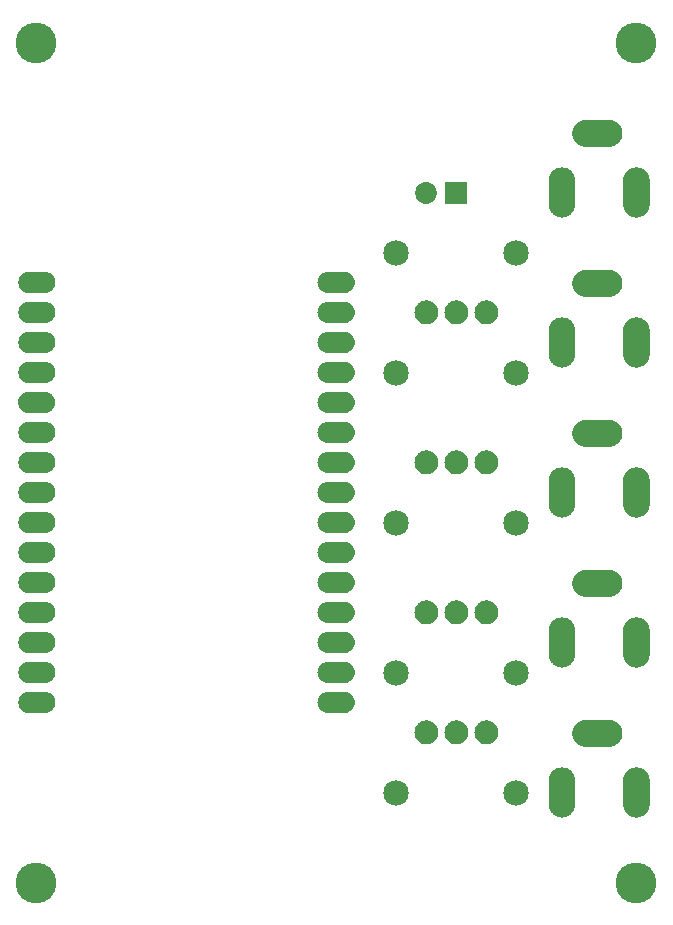
<source format=gts>
G04 MADE WITH FRITZING*
G04 WWW.FRITZING.ORG*
G04 DOUBLE SIDED*
G04 HOLES PLATED*
G04 CONTOUR ON CENTER OF CONTOUR VECTOR*
%ASAXBY*%
%FSLAX23Y23*%
%MOIN*%
%OFA0B0*%
%SFA1.0B1.0*%
%ADD10C,0.062000*%
%ADD11C,0.085000*%
%ADD12C,0.088740*%
%ADD13C,0.072992*%
%ADD14C,0.135984*%
%ADD15R,0.072992X0.072992*%
%ADD16R,0.001000X0.001000*%
%LNMASK1*%
G90*
G70*
G54D10*
X1144Y735D03*
X1144Y835D03*
X1144Y935D03*
X1144Y1035D03*
X1144Y1135D03*
X1144Y1235D03*
X1144Y1335D03*
X1144Y1435D03*
X1144Y1535D03*
X1144Y1635D03*
X1144Y1735D03*
X1144Y1835D03*
X1144Y1935D03*
X1144Y2035D03*
X1144Y2135D03*
X144Y2135D03*
X144Y2035D03*
X144Y1935D03*
X144Y1835D03*
X144Y1735D03*
X144Y1635D03*
X144Y1535D03*
X144Y1435D03*
X144Y1335D03*
X144Y1235D03*
X144Y1135D03*
X144Y1035D03*
X144Y935D03*
X144Y835D03*
X144Y735D03*
G54D11*
X1344Y1335D03*
X1744Y1335D03*
G54D12*
X1896Y1935D03*
X2144Y1935D03*
X2015Y2132D03*
X1896Y1935D03*
X2144Y1935D03*
X2015Y2132D03*
X1896Y2435D03*
X2144Y2435D03*
X2015Y2632D03*
X1896Y2435D03*
X2144Y2435D03*
X2015Y2632D03*
X1896Y1435D03*
X2144Y1435D03*
X2015Y1632D03*
X1896Y1435D03*
X2144Y1435D03*
X2015Y1632D03*
G54D11*
X1344Y1835D03*
X1744Y1835D03*
X1344Y835D03*
X1744Y835D03*
G54D12*
X1896Y935D03*
X2144Y935D03*
X2015Y1132D03*
X1896Y935D03*
X2144Y935D03*
X2015Y1132D03*
G54D11*
X1344Y435D03*
X1744Y435D03*
G54D12*
X1896Y435D03*
X2144Y435D03*
X2015Y632D03*
X1896Y435D03*
X2144Y435D03*
X2015Y632D03*
G54D11*
X1344Y2235D03*
X1744Y2235D03*
G54D13*
X1543Y2435D03*
X1444Y2435D03*
G54D14*
X144Y2935D03*
X2144Y135D03*
X2144Y2935D03*
X144Y135D03*
G54D15*
X1543Y2435D03*
G54D16*
X1968Y2676D02*
X2060Y2676D01*
X1963Y2675D02*
X2065Y2675D01*
X1960Y2674D02*
X2068Y2674D01*
X1958Y2673D02*
X2070Y2673D01*
X1956Y2672D02*
X2072Y2672D01*
X1954Y2671D02*
X2074Y2671D01*
X1952Y2670D02*
X2076Y2670D01*
X1950Y2669D02*
X2078Y2669D01*
X1949Y2668D02*
X2079Y2668D01*
X1947Y2667D02*
X2080Y2667D01*
X1946Y2666D02*
X2082Y2666D01*
X1945Y2665D02*
X2083Y2665D01*
X1944Y2664D02*
X2084Y2664D01*
X1943Y2663D02*
X2085Y2663D01*
X1942Y2662D02*
X2086Y2662D01*
X1941Y2661D02*
X2087Y2661D01*
X1940Y2660D02*
X2087Y2660D01*
X1940Y2659D02*
X2088Y2659D01*
X1939Y2658D02*
X2089Y2658D01*
X1938Y2657D02*
X2090Y2657D01*
X1938Y2656D02*
X2090Y2656D01*
X1937Y2655D02*
X2091Y2655D01*
X1936Y2654D02*
X2091Y2654D01*
X1936Y2653D02*
X2092Y2653D01*
X1935Y2652D02*
X2092Y2652D01*
X1935Y2651D02*
X2093Y2651D01*
X1935Y2650D02*
X2093Y2650D01*
X1934Y2649D02*
X2094Y2649D01*
X1934Y2648D02*
X2094Y2648D01*
X1933Y2647D02*
X2095Y2647D01*
X1933Y2646D02*
X2008Y2646D01*
X2020Y2646D02*
X2095Y2646D01*
X1933Y2645D02*
X2006Y2645D01*
X2022Y2645D02*
X2095Y2645D01*
X1932Y2644D02*
X2005Y2644D01*
X2023Y2644D02*
X2096Y2644D01*
X1932Y2643D02*
X2003Y2643D01*
X2025Y2643D02*
X2096Y2643D01*
X1932Y2642D02*
X2002Y2642D01*
X2025Y2642D02*
X2096Y2642D01*
X1932Y2641D02*
X2002Y2641D01*
X2026Y2641D02*
X2096Y2641D01*
X1931Y2640D02*
X2001Y2640D01*
X2027Y2640D02*
X2096Y2640D01*
X1931Y2639D02*
X2000Y2639D01*
X2028Y2639D02*
X2097Y2639D01*
X1931Y2638D02*
X2000Y2638D01*
X2028Y2638D02*
X2097Y2638D01*
X1931Y2637D02*
X2000Y2637D01*
X2028Y2637D02*
X2097Y2637D01*
X1931Y2636D02*
X1999Y2636D01*
X2029Y2636D02*
X2097Y2636D01*
X1931Y2635D02*
X1999Y2635D01*
X2029Y2635D02*
X2097Y2635D01*
X1931Y2634D02*
X1999Y2634D01*
X2029Y2634D02*
X2097Y2634D01*
X1931Y2633D02*
X1999Y2633D01*
X2029Y2633D02*
X2097Y2633D01*
X1931Y2632D02*
X1999Y2632D01*
X2029Y2632D02*
X2097Y2632D01*
X1931Y2631D02*
X1999Y2631D01*
X2029Y2631D02*
X2097Y2631D01*
X1931Y2630D02*
X1999Y2630D01*
X2029Y2630D02*
X2097Y2630D01*
X1931Y2629D02*
X1999Y2629D01*
X2029Y2629D02*
X2097Y2629D01*
X1931Y2628D02*
X1999Y2628D01*
X2029Y2628D02*
X2097Y2628D01*
X1931Y2627D02*
X2000Y2627D01*
X2028Y2627D02*
X2097Y2627D01*
X1931Y2626D02*
X2000Y2626D01*
X2028Y2626D02*
X2097Y2626D01*
X1931Y2625D02*
X2001Y2625D01*
X2027Y2625D02*
X2097Y2625D01*
X1932Y2624D02*
X2001Y2624D01*
X2027Y2624D02*
X2096Y2624D01*
X1932Y2623D02*
X2002Y2623D01*
X2026Y2623D02*
X2096Y2623D01*
X1932Y2622D02*
X2003Y2622D01*
X2025Y2622D02*
X2096Y2622D01*
X1932Y2621D02*
X2004Y2621D01*
X2024Y2621D02*
X2096Y2621D01*
X1933Y2620D02*
X2005Y2620D01*
X2022Y2620D02*
X2095Y2620D01*
X1933Y2619D02*
X2007Y2619D01*
X2021Y2619D02*
X2095Y2619D01*
X1933Y2618D02*
X2010Y2618D01*
X2018Y2618D02*
X2095Y2618D01*
X1934Y2617D02*
X2094Y2617D01*
X1934Y2616D02*
X2094Y2616D01*
X1934Y2615D02*
X2094Y2615D01*
X1935Y2614D02*
X2093Y2614D01*
X1935Y2613D02*
X2093Y2613D01*
X1936Y2612D02*
X2092Y2612D01*
X1936Y2611D02*
X2092Y2611D01*
X1937Y2610D02*
X2091Y2610D01*
X1937Y2609D02*
X2090Y2609D01*
X1938Y2608D02*
X2090Y2608D01*
X1939Y2607D02*
X2089Y2607D01*
X1939Y2606D02*
X2088Y2606D01*
X1940Y2605D02*
X2088Y2605D01*
X1941Y2604D02*
X2087Y2604D01*
X1942Y2603D02*
X2086Y2603D01*
X1943Y2602D02*
X2085Y2602D01*
X1944Y2601D02*
X2084Y2601D01*
X1945Y2600D02*
X2083Y2600D01*
X1946Y2599D02*
X2082Y2599D01*
X1947Y2598D02*
X2081Y2598D01*
X1948Y2597D02*
X2080Y2597D01*
X1950Y2596D02*
X2078Y2596D01*
X1951Y2595D02*
X2077Y2595D01*
X1953Y2594D02*
X2075Y2594D01*
X1955Y2593D02*
X2073Y2593D01*
X1957Y2592D02*
X2071Y2592D01*
X1959Y2591D02*
X2069Y2591D01*
X1962Y2590D02*
X2066Y2590D01*
X1966Y2589D02*
X2062Y2589D01*
X1974Y2588D02*
X2053Y2588D01*
X1892Y2519D02*
X1900Y2519D01*
X2140Y2519D02*
X2148Y2519D01*
X1886Y2518D02*
X1905Y2518D01*
X2134Y2518D02*
X2153Y2518D01*
X1883Y2517D02*
X1909Y2517D01*
X2131Y2517D02*
X2157Y2517D01*
X1880Y2516D02*
X1912Y2516D01*
X2128Y2516D02*
X2160Y2516D01*
X1878Y2515D02*
X1914Y2515D01*
X2126Y2515D02*
X2162Y2515D01*
X1876Y2514D02*
X1916Y2514D01*
X2124Y2514D02*
X2164Y2514D01*
X1874Y2513D02*
X1918Y2513D01*
X2122Y2513D02*
X2166Y2513D01*
X1872Y2512D02*
X1919Y2512D01*
X2120Y2512D02*
X2168Y2512D01*
X1871Y2511D02*
X1921Y2511D01*
X2119Y2511D02*
X2169Y2511D01*
X1869Y2510D02*
X1922Y2510D01*
X2117Y2510D02*
X2170Y2510D01*
X1868Y2509D02*
X1924Y2509D01*
X2116Y2509D02*
X2172Y2509D01*
X1867Y2508D02*
X1925Y2508D01*
X2115Y2508D02*
X2173Y2508D01*
X1866Y2507D02*
X1926Y2507D01*
X2114Y2507D02*
X2174Y2507D01*
X1865Y2506D02*
X1927Y2506D01*
X2113Y2506D02*
X2175Y2506D01*
X1864Y2505D02*
X1928Y2505D01*
X2112Y2505D02*
X2176Y2505D01*
X1863Y2504D02*
X1929Y2504D01*
X2111Y2504D02*
X2177Y2504D01*
X1862Y2503D02*
X1930Y2503D01*
X2110Y2503D02*
X2178Y2503D01*
X1861Y2502D02*
X1930Y2502D01*
X2109Y2502D02*
X2178Y2502D01*
X1861Y2501D02*
X1931Y2501D01*
X2109Y2501D02*
X2179Y2501D01*
X1860Y2500D02*
X1932Y2500D01*
X2108Y2500D02*
X2180Y2500D01*
X1859Y2499D02*
X1932Y2499D01*
X2107Y2499D02*
X2181Y2499D01*
X1859Y2498D02*
X1933Y2498D01*
X2107Y2498D02*
X2181Y2498D01*
X1858Y2497D02*
X1934Y2497D01*
X2106Y2497D02*
X2182Y2497D01*
X1857Y2496D02*
X1934Y2496D01*
X2105Y2496D02*
X2182Y2496D01*
X1857Y2495D02*
X1935Y2495D01*
X2105Y2495D02*
X2183Y2495D01*
X1856Y2494D02*
X1935Y2494D01*
X2105Y2494D02*
X2183Y2494D01*
X1856Y2493D02*
X1936Y2493D01*
X2104Y2493D02*
X2184Y2493D01*
X1856Y2492D02*
X1936Y2492D01*
X2104Y2492D02*
X2184Y2492D01*
X1855Y2491D02*
X1937Y2491D01*
X2103Y2491D02*
X2185Y2491D01*
X1855Y2490D02*
X1937Y2490D01*
X2103Y2490D02*
X2185Y2490D01*
X1854Y2489D02*
X1937Y2489D01*
X2102Y2489D02*
X2185Y2489D01*
X1854Y2488D02*
X1938Y2488D01*
X2102Y2488D02*
X2186Y2488D01*
X1854Y2487D02*
X1938Y2487D01*
X2102Y2487D02*
X2186Y2487D01*
X1854Y2486D02*
X1938Y2486D01*
X2102Y2486D02*
X2186Y2486D01*
X1853Y2485D02*
X1938Y2485D01*
X2101Y2485D02*
X2186Y2485D01*
X1853Y2484D02*
X1939Y2484D01*
X2101Y2484D02*
X2187Y2484D01*
X1853Y2483D02*
X1939Y2483D01*
X2101Y2483D02*
X2187Y2483D01*
X1853Y2482D02*
X1939Y2482D01*
X2101Y2482D02*
X2187Y2482D01*
X1852Y2481D02*
X1939Y2481D01*
X2101Y2481D02*
X2187Y2481D01*
X1852Y2480D02*
X1939Y2480D01*
X2100Y2480D02*
X2187Y2480D01*
X1852Y2479D02*
X1940Y2479D01*
X2100Y2479D02*
X2188Y2479D01*
X1852Y2478D02*
X1940Y2478D01*
X2100Y2478D02*
X2188Y2478D01*
X1852Y2477D02*
X1940Y2477D01*
X2100Y2477D02*
X2188Y2477D01*
X1852Y2476D02*
X1940Y2476D01*
X2100Y2476D02*
X2188Y2476D01*
X1852Y2475D02*
X1940Y2475D01*
X2100Y2475D02*
X2188Y2475D01*
X1852Y2474D02*
X1940Y2474D01*
X2100Y2474D02*
X2188Y2474D01*
X1852Y2473D02*
X1940Y2473D01*
X2100Y2473D02*
X2188Y2473D01*
X1852Y2472D02*
X1940Y2472D01*
X2100Y2472D02*
X2188Y2472D01*
X1852Y2471D02*
X1940Y2471D01*
X2100Y2471D02*
X2188Y2471D01*
X1852Y2470D02*
X1940Y2470D01*
X2100Y2470D02*
X2188Y2470D01*
X1852Y2469D02*
X1940Y2469D01*
X2100Y2469D02*
X2188Y2469D01*
X1852Y2468D02*
X1940Y2468D01*
X2100Y2468D02*
X2188Y2468D01*
X1852Y2467D02*
X1940Y2467D01*
X2100Y2467D02*
X2188Y2467D01*
X1852Y2466D02*
X1940Y2466D01*
X2100Y2466D02*
X2188Y2466D01*
X1852Y2465D02*
X1940Y2465D01*
X2100Y2465D02*
X2188Y2465D01*
X1852Y2464D02*
X1940Y2464D01*
X2100Y2464D02*
X2188Y2464D01*
X1852Y2463D02*
X1940Y2463D01*
X2100Y2463D02*
X2188Y2463D01*
X1852Y2462D02*
X1940Y2462D01*
X2100Y2462D02*
X2188Y2462D01*
X1852Y2461D02*
X1940Y2461D01*
X2100Y2461D02*
X2188Y2461D01*
X1852Y2460D02*
X1940Y2460D01*
X2100Y2460D02*
X2188Y2460D01*
X1852Y2459D02*
X1940Y2459D01*
X2100Y2459D02*
X2188Y2459D01*
X1852Y2458D02*
X1940Y2458D01*
X2100Y2458D02*
X2188Y2458D01*
X1852Y2457D02*
X1940Y2457D01*
X2100Y2457D02*
X2188Y2457D01*
X1852Y2456D02*
X1940Y2456D01*
X2100Y2456D02*
X2188Y2456D01*
X1852Y2455D02*
X1940Y2455D01*
X2100Y2455D02*
X2188Y2455D01*
X1852Y2454D02*
X1940Y2454D01*
X2100Y2454D02*
X2188Y2454D01*
X1852Y2453D02*
X1940Y2453D01*
X2100Y2453D02*
X2188Y2453D01*
X1852Y2452D02*
X1940Y2452D01*
X2100Y2452D02*
X2188Y2452D01*
X1852Y2451D02*
X1940Y2451D01*
X2100Y2451D02*
X2188Y2451D01*
X1852Y2450D02*
X1893Y2450D01*
X1898Y2450D02*
X1940Y2450D01*
X2100Y2450D02*
X2141Y2450D01*
X2146Y2450D02*
X2188Y2450D01*
X1852Y2449D02*
X1889Y2449D01*
X1902Y2449D02*
X1940Y2449D01*
X2100Y2449D02*
X2137Y2449D01*
X2150Y2449D02*
X2188Y2449D01*
X1852Y2448D02*
X1888Y2448D01*
X1904Y2448D02*
X1940Y2448D01*
X2100Y2448D02*
X2136Y2448D01*
X2152Y2448D02*
X2188Y2448D01*
X1852Y2447D02*
X1886Y2447D01*
X1905Y2447D02*
X1940Y2447D01*
X2100Y2447D02*
X2134Y2447D01*
X2153Y2447D02*
X2188Y2447D01*
X1852Y2446D02*
X1885Y2446D01*
X1907Y2446D02*
X1940Y2446D01*
X2100Y2446D02*
X2133Y2446D01*
X2155Y2446D02*
X2188Y2446D01*
X1852Y2445D02*
X1884Y2445D01*
X1907Y2445D02*
X1940Y2445D01*
X2100Y2445D02*
X2132Y2445D01*
X2156Y2445D02*
X2188Y2445D01*
X1852Y2444D02*
X1883Y2444D01*
X1908Y2444D02*
X1940Y2444D01*
X2100Y2444D02*
X2131Y2444D01*
X2156Y2444D02*
X2188Y2444D01*
X1852Y2443D02*
X1883Y2443D01*
X1909Y2443D02*
X1940Y2443D01*
X2100Y2443D02*
X2131Y2443D01*
X2157Y2443D02*
X2188Y2443D01*
X1852Y2442D02*
X1882Y2442D01*
X1910Y2442D02*
X1940Y2442D01*
X2100Y2442D02*
X2130Y2442D01*
X2158Y2442D02*
X2188Y2442D01*
X1852Y2441D02*
X1882Y2441D01*
X1910Y2441D02*
X1940Y2441D01*
X2100Y2441D02*
X2130Y2441D01*
X2158Y2441D02*
X2188Y2441D01*
X1852Y2440D02*
X1881Y2440D01*
X1910Y2440D02*
X1940Y2440D01*
X2100Y2440D02*
X2129Y2440D01*
X2158Y2440D02*
X2188Y2440D01*
X1852Y2439D02*
X1881Y2439D01*
X1911Y2439D02*
X1940Y2439D01*
X2100Y2439D02*
X2129Y2439D01*
X2159Y2439D02*
X2188Y2439D01*
X1852Y2438D02*
X1881Y2438D01*
X1911Y2438D02*
X1940Y2438D01*
X2100Y2438D02*
X2129Y2438D01*
X2159Y2438D02*
X2188Y2438D01*
X1852Y2437D02*
X1881Y2437D01*
X1911Y2437D02*
X1940Y2437D01*
X2100Y2437D02*
X2129Y2437D01*
X2159Y2437D02*
X2188Y2437D01*
X1852Y2436D02*
X1881Y2436D01*
X1911Y2436D02*
X1940Y2436D01*
X2100Y2436D02*
X2129Y2436D01*
X2159Y2436D02*
X2188Y2436D01*
X1852Y2435D02*
X1881Y2435D01*
X1911Y2435D02*
X1940Y2435D01*
X2100Y2435D02*
X2129Y2435D01*
X2159Y2435D02*
X2188Y2435D01*
X1852Y2434D02*
X1881Y2434D01*
X1911Y2434D02*
X1940Y2434D01*
X2100Y2434D02*
X2129Y2434D01*
X2159Y2434D02*
X2188Y2434D01*
X1852Y2433D02*
X1881Y2433D01*
X1911Y2433D02*
X1940Y2433D01*
X2100Y2433D02*
X2129Y2433D01*
X2159Y2433D02*
X2188Y2433D01*
X1852Y2432D02*
X1881Y2432D01*
X1911Y2432D02*
X1940Y2432D01*
X2100Y2432D02*
X2129Y2432D01*
X2159Y2432D02*
X2188Y2432D01*
X1852Y2431D02*
X1881Y2431D01*
X1910Y2431D02*
X1940Y2431D01*
X2100Y2431D02*
X2129Y2431D01*
X2158Y2431D02*
X2188Y2431D01*
X1852Y2430D02*
X1882Y2430D01*
X1910Y2430D02*
X1940Y2430D01*
X2100Y2430D02*
X2130Y2430D01*
X2158Y2430D02*
X2188Y2430D01*
X1852Y2429D02*
X1882Y2429D01*
X1910Y2429D02*
X1940Y2429D01*
X2100Y2429D02*
X2130Y2429D01*
X2158Y2429D02*
X2188Y2429D01*
X1852Y2428D02*
X1883Y2428D01*
X1909Y2428D02*
X1940Y2428D01*
X2100Y2428D02*
X2131Y2428D01*
X2157Y2428D02*
X2188Y2428D01*
X1852Y2427D02*
X1883Y2427D01*
X1908Y2427D02*
X1940Y2427D01*
X2100Y2427D02*
X2131Y2427D01*
X2156Y2427D02*
X2188Y2427D01*
X1852Y2426D02*
X1884Y2426D01*
X1908Y2426D02*
X1940Y2426D01*
X2100Y2426D02*
X2132Y2426D01*
X2156Y2426D02*
X2188Y2426D01*
X1852Y2425D02*
X1885Y2425D01*
X1907Y2425D02*
X1940Y2425D01*
X2100Y2425D02*
X2133Y2425D01*
X2155Y2425D02*
X2188Y2425D01*
X1852Y2424D02*
X1886Y2424D01*
X1905Y2424D02*
X1940Y2424D01*
X2100Y2424D02*
X2134Y2424D01*
X2153Y2424D02*
X2188Y2424D01*
X1852Y2423D02*
X1888Y2423D01*
X1904Y2423D02*
X1940Y2423D01*
X2100Y2423D02*
X2136Y2423D01*
X2152Y2423D02*
X2188Y2423D01*
X1852Y2422D02*
X1889Y2422D01*
X1902Y2422D02*
X1940Y2422D01*
X2100Y2422D02*
X2137Y2422D01*
X2150Y2422D02*
X2188Y2422D01*
X1852Y2421D02*
X1893Y2421D01*
X1899Y2421D02*
X1940Y2421D01*
X2100Y2421D02*
X2141Y2421D01*
X2147Y2421D02*
X2188Y2421D01*
X1852Y2420D02*
X1940Y2420D01*
X2100Y2420D02*
X2188Y2420D01*
X1852Y2419D02*
X1940Y2419D01*
X2100Y2419D02*
X2188Y2419D01*
X1852Y2418D02*
X1940Y2418D01*
X2100Y2418D02*
X2188Y2418D01*
X1852Y2417D02*
X1940Y2417D01*
X2100Y2417D02*
X2188Y2417D01*
X1852Y2416D02*
X1940Y2416D01*
X2100Y2416D02*
X2188Y2416D01*
X1852Y2415D02*
X1940Y2415D01*
X2100Y2415D02*
X2188Y2415D01*
X1852Y2414D02*
X1940Y2414D01*
X2100Y2414D02*
X2188Y2414D01*
X1852Y2413D02*
X1940Y2413D01*
X2100Y2413D02*
X2188Y2413D01*
X1852Y2412D02*
X1940Y2412D01*
X2100Y2412D02*
X2188Y2412D01*
X1852Y2411D02*
X1940Y2411D01*
X2100Y2411D02*
X2188Y2411D01*
X1852Y2410D02*
X1940Y2410D01*
X2100Y2410D02*
X2188Y2410D01*
X1852Y2409D02*
X1940Y2409D01*
X2100Y2409D02*
X2188Y2409D01*
X1852Y2408D02*
X1940Y2408D01*
X2100Y2408D02*
X2188Y2408D01*
X1852Y2407D02*
X1940Y2407D01*
X2100Y2407D02*
X2188Y2407D01*
X1852Y2406D02*
X1940Y2406D01*
X2100Y2406D02*
X2188Y2406D01*
X1852Y2405D02*
X1940Y2405D01*
X2100Y2405D02*
X2188Y2405D01*
X1852Y2404D02*
X1940Y2404D01*
X2100Y2404D02*
X2188Y2404D01*
X1852Y2403D02*
X1940Y2403D01*
X2100Y2403D02*
X2188Y2403D01*
X1852Y2402D02*
X1940Y2402D01*
X2100Y2402D02*
X2188Y2402D01*
X1852Y2401D02*
X1940Y2401D01*
X2100Y2401D02*
X2188Y2401D01*
X1852Y2400D02*
X1940Y2400D01*
X2100Y2400D02*
X2188Y2400D01*
X1852Y2399D02*
X1940Y2399D01*
X2100Y2399D02*
X2188Y2399D01*
X1852Y2398D02*
X1940Y2398D01*
X2100Y2398D02*
X2188Y2398D01*
X1852Y2397D02*
X1940Y2397D01*
X2100Y2397D02*
X2188Y2397D01*
X1852Y2396D02*
X1940Y2396D01*
X2100Y2396D02*
X2188Y2396D01*
X1852Y2395D02*
X1940Y2395D01*
X2100Y2395D02*
X2188Y2395D01*
X1852Y2394D02*
X1940Y2394D01*
X2100Y2394D02*
X2188Y2394D01*
X1852Y2393D02*
X1940Y2393D01*
X2100Y2393D02*
X2188Y2393D01*
X1852Y2392D02*
X1940Y2392D01*
X2100Y2392D02*
X2188Y2392D01*
X1852Y2391D02*
X1939Y2391D01*
X2100Y2391D02*
X2187Y2391D01*
X1852Y2390D02*
X1939Y2390D01*
X2101Y2390D02*
X2187Y2390D01*
X1853Y2389D02*
X1939Y2389D01*
X2101Y2389D02*
X2187Y2389D01*
X1853Y2388D02*
X1939Y2388D01*
X2101Y2388D02*
X2187Y2388D01*
X1853Y2387D02*
X1939Y2387D01*
X2101Y2387D02*
X2187Y2387D01*
X1853Y2386D02*
X1938Y2386D01*
X2101Y2386D02*
X2186Y2386D01*
X1854Y2385D02*
X1938Y2385D01*
X2102Y2385D02*
X2186Y2385D01*
X1854Y2384D02*
X1938Y2384D01*
X2102Y2384D02*
X2186Y2384D01*
X1854Y2383D02*
X1938Y2383D01*
X2102Y2383D02*
X2186Y2383D01*
X1854Y2382D02*
X1937Y2382D01*
X2102Y2382D02*
X2185Y2382D01*
X1855Y2381D02*
X1937Y2381D01*
X2103Y2381D02*
X2185Y2381D01*
X1855Y2380D02*
X1937Y2380D01*
X2103Y2380D02*
X2185Y2380D01*
X1856Y2379D02*
X1936Y2379D01*
X2104Y2379D02*
X2184Y2379D01*
X1856Y2378D02*
X1936Y2378D01*
X2104Y2378D02*
X2184Y2378D01*
X1856Y2377D02*
X1935Y2377D01*
X2105Y2377D02*
X2183Y2377D01*
X1857Y2376D02*
X1935Y2376D01*
X2105Y2376D02*
X2183Y2376D01*
X1857Y2375D02*
X1934Y2375D01*
X2105Y2375D02*
X2182Y2375D01*
X1858Y2374D02*
X1934Y2374D01*
X2106Y2374D02*
X2182Y2374D01*
X1859Y2373D02*
X1933Y2373D01*
X2107Y2373D02*
X2181Y2373D01*
X1859Y2372D02*
X1932Y2372D01*
X2107Y2372D02*
X2181Y2372D01*
X1860Y2371D02*
X1932Y2371D01*
X2108Y2371D02*
X2180Y2371D01*
X1861Y2370D02*
X1931Y2370D01*
X2109Y2370D02*
X2179Y2370D01*
X1861Y2369D02*
X1930Y2369D01*
X2109Y2369D02*
X2178Y2369D01*
X1862Y2368D02*
X1930Y2368D01*
X2110Y2368D02*
X2178Y2368D01*
X1863Y2367D02*
X1929Y2367D01*
X2111Y2367D02*
X2177Y2367D01*
X1864Y2366D02*
X1928Y2366D01*
X2112Y2366D02*
X2176Y2366D01*
X1865Y2365D02*
X1927Y2365D01*
X2113Y2365D02*
X2175Y2365D01*
X1866Y2364D02*
X1926Y2364D01*
X2114Y2364D02*
X2174Y2364D01*
X1867Y2363D02*
X1925Y2363D01*
X2115Y2363D02*
X2173Y2363D01*
X1868Y2362D02*
X1924Y2362D01*
X2116Y2362D02*
X2172Y2362D01*
X1869Y2361D02*
X1922Y2361D01*
X2117Y2361D02*
X2170Y2361D01*
X1871Y2360D02*
X1921Y2360D01*
X2119Y2360D02*
X2169Y2360D01*
X1872Y2359D02*
X1920Y2359D01*
X2120Y2359D02*
X2168Y2359D01*
X1874Y2358D02*
X1918Y2358D01*
X2122Y2358D02*
X2166Y2358D01*
X1876Y2357D02*
X1916Y2357D01*
X2124Y2357D02*
X2164Y2357D01*
X1878Y2356D02*
X1914Y2356D01*
X2126Y2356D02*
X2162Y2356D01*
X1880Y2355D02*
X1912Y2355D01*
X2128Y2355D02*
X2160Y2355D01*
X1883Y2354D02*
X1909Y2354D01*
X2131Y2354D02*
X2157Y2354D01*
X1886Y2353D02*
X1905Y2353D01*
X2134Y2353D02*
X2153Y2353D01*
X1892Y2352D02*
X1900Y2352D01*
X2140Y2352D02*
X2148Y2352D01*
X1968Y2176D02*
X2060Y2176D01*
X1963Y2175D02*
X2065Y2175D01*
X1960Y2174D02*
X2068Y2174D01*
X1958Y2173D02*
X2070Y2173D01*
X1956Y2172D02*
X2072Y2172D01*
X115Y2171D02*
X176Y2171D01*
X1112Y2171D02*
X1173Y2171D01*
X1954Y2171D02*
X2074Y2171D01*
X110Y2170D02*
X180Y2170D01*
X1108Y2170D02*
X1178Y2170D01*
X1952Y2170D02*
X2076Y2170D01*
X107Y2169D02*
X183Y2169D01*
X1105Y2169D02*
X1181Y2169D01*
X1950Y2169D02*
X2078Y2169D01*
X105Y2168D02*
X186Y2168D01*
X1103Y2168D02*
X1183Y2168D01*
X1949Y2168D02*
X2079Y2168D01*
X103Y2167D02*
X188Y2167D01*
X1100Y2167D02*
X1185Y2167D01*
X1947Y2167D02*
X2080Y2167D01*
X101Y2166D02*
X190Y2166D01*
X1099Y2166D02*
X1187Y2166D01*
X1946Y2166D02*
X2082Y2166D01*
X100Y2165D02*
X191Y2165D01*
X1097Y2165D02*
X1189Y2165D01*
X1945Y2165D02*
X2083Y2165D01*
X98Y2164D02*
X193Y2164D01*
X1096Y2164D02*
X1190Y2164D01*
X1944Y2164D02*
X2084Y2164D01*
X97Y2163D02*
X194Y2163D01*
X1094Y2163D02*
X1192Y2163D01*
X1943Y2163D02*
X2085Y2163D01*
X96Y2162D02*
X195Y2162D01*
X1093Y2162D02*
X1193Y2162D01*
X1942Y2162D02*
X2086Y2162D01*
X95Y2161D02*
X196Y2161D01*
X1092Y2161D02*
X1194Y2161D01*
X1941Y2161D02*
X2087Y2161D01*
X94Y2160D02*
X197Y2160D01*
X1091Y2160D02*
X1195Y2160D01*
X1940Y2160D02*
X2087Y2160D01*
X93Y2159D02*
X198Y2159D01*
X1090Y2159D02*
X1196Y2159D01*
X1940Y2159D02*
X2088Y2159D01*
X92Y2158D02*
X199Y2158D01*
X1089Y2158D02*
X1196Y2158D01*
X1939Y2158D02*
X2089Y2158D01*
X91Y2157D02*
X200Y2157D01*
X1089Y2157D02*
X1197Y2157D01*
X1938Y2157D02*
X2090Y2157D01*
X90Y2156D02*
X200Y2156D01*
X1088Y2156D02*
X1198Y2156D01*
X1938Y2156D02*
X2090Y2156D01*
X90Y2155D02*
X201Y2155D01*
X1087Y2155D02*
X1198Y2155D01*
X1937Y2155D02*
X2091Y2155D01*
X89Y2154D02*
X202Y2154D01*
X1087Y2154D02*
X1199Y2154D01*
X1936Y2154D02*
X2091Y2154D01*
X89Y2153D02*
X202Y2153D01*
X1086Y2153D02*
X1200Y2153D01*
X1936Y2153D02*
X2092Y2153D01*
X88Y2152D02*
X203Y2152D01*
X1086Y2152D02*
X1200Y2152D01*
X1935Y2152D02*
X2092Y2152D01*
X88Y2151D02*
X203Y2151D01*
X1085Y2151D02*
X1201Y2151D01*
X1935Y2151D02*
X2093Y2151D01*
X87Y2150D02*
X204Y2150D01*
X1085Y2150D02*
X1201Y2150D01*
X1935Y2150D02*
X2093Y2150D01*
X87Y2149D02*
X204Y2149D01*
X1084Y2149D02*
X1202Y2149D01*
X1934Y2149D02*
X2094Y2149D01*
X86Y2148D02*
X204Y2148D01*
X1084Y2148D02*
X1202Y2148D01*
X1934Y2148D02*
X2094Y2148D01*
X86Y2147D02*
X205Y2147D01*
X1084Y2147D02*
X1202Y2147D01*
X1933Y2147D02*
X2095Y2147D01*
X86Y2146D02*
X205Y2146D01*
X1083Y2146D02*
X1203Y2146D01*
X1933Y2146D02*
X2008Y2146D01*
X2020Y2146D02*
X2095Y2146D01*
X85Y2145D02*
X205Y2145D01*
X1083Y2145D02*
X1203Y2145D01*
X1933Y2145D02*
X2006Y2145D01*
X2022Y2145D02*
X2095Y2145D01*
X85Y2144D02*
X206Y2144D01*
X1083Y2144D02*
X1203Y2144D01*
X1932Y2144D02*
X2005Y2144D01*
X2023Y2144D02*
X2096Y2144D01*
X85Y2143D02*
X206Y2143D01*
X1082Y2143D02*
X1203Y2143D01*
X1932Y2143D02*
X2003Y2143D01*
X2025Y2143D02*
X2096Y2143D01*
X85Y2142D02*
X206Y2142D01*
X1082Y2142D02*
X1204Y2142D01*
X1932Y2142D02*
X2002Y2142D01*
X2025Y2142D02*
X2096Y2142D01*
X84Y2141D02*
X143Y2141D01*
X148Y2141D02*
X206Y2141D01*
X1082Y2141D02*
X1139Y2141D01*
X1145Y2141D02*
X1204Y2141D01*
X1932Y2141D02*
X2002Y2141D01*
X2026Y2141D02*
X2096Y2141D01*
X84Y2140D02*
X141Y2140D01*
X150Y2140D02*
X206Y2140D01*
X1082Y2140D02*
X1138Y2140D01*
X1147Y2140D02*
X1204Y2140D01*
X1931Y2140D02*
X2001Y2140D01*
X2027Y2140D02*
X2096Y2140D01*
X84Y2139D02*
X140Y2139D01*
X151Y2139D02*
X207Y2139D01*
X1082Y2139D02*
X1137Y2139D01*
X1148Y2139D02*
X1204Y2139D01*
X1931Y2139D02*
X2000Y2139D01*
X2028Y2139D02*
X2097Y2139D01*
X84Y2138D02*
X139Y2138D01*
X151Y2138D02*
X207Y2138D01*
X1082Y2138D02*
X1136Y2138D01*
X1148Y2138D02*
X1204Y2138D01*
X1931Y2138D02*
X2000Y2138D01*
X2028Y2138D02*
X2097Y2138D01*
X84Y2137D02*
X139Y2137D01*
X152Y2137D02*
X207Y2137D01*
X1082Y2137D02*
X1136Y2137D01*
X1149Y2137D02*
X1204Y2137D01*
X1931Y2137D02*
X2000Y2137D01*
X2028Y2137D02*
X2097Y2137D01*
X84Y2136D02*
X139Y2136D01*
X152Y2136D02*
X207Y2136D01*
X1081Y2136D02*
X1136Y2136D01*
X1149Y2136D02*
X1204Y2136D01*
X1931Y2136D02*
X1999Y2136D01*
X2029Y2136D02*
X2097Y2136D01*
X84Y2135D02*
X139Y2135D01*
X152Y2135D02*
X207Y2135D01*
X1081Y2135D02*
X1136Y2135D01*
X1149Y2135D02*
X1204Y2135D01*
X1931Y2135D02*
X1999Y2135D01*
X2029Y2135D02*
X2097Y2135D01*
X84Y2134D02*
X139Y2134D01*
X152Y2134D02*
X207Y2134D01*
X1082Y2134D02*
X1136Y2134D01*
X1149Y2134D02*
X1204Y2134D01*
X1931Y2134D02*
X1999Y2134D01*
X2029Y2134D02*
X2097Y2134D01*
X84Y2133D02*
X139Y2133D01*
X152Y2133D02*
X207Y2133D01*
X1082Y2133D02*
X1136Y2133D01*
X1148Y2133D02*
X1204Y2133D01*
X1931Y2133D02*
X1999Y2133D01*
X2029Y2133D02*
X2097Y2133D01*
X84Y2132D02*
X140Y2132D01*
X151Y2132D02*
X207Y2132D01*
X1082Y2132D02*
X1137Y2132D01*
X1148Y2132D02*
X1204Y2132D01*
X1931Y2132D02*
X1999Y2132D01*
X2029Y2132D02*
X2097Y2132D01*
X84Y2131D02*
X141Y2131D01*
X150Y2131D02*
X206Y2131D01*
X1082Y2131D02*
X1137Y2131D01*
X1147Y2131D02*
X1204Y2131D01*
X1931Y2131D02*
X1999Y2131D01*
X2029Y2131D02*
X2097Y2131D01*
X84Y2130D02*
X142Y2130D01*
X149Y2130D02*
X206Y2130D01*
X1082Y2130D02*
X1139Y2130D01*
X1145Y2130D02*
X1204Y2130D01*
X1931Y2130D02*
X1999Y2130D01*
X2029Y2130D02*
X2097Y2130D01*
X85Y2129D02*
X206Y2129D01*
X1082Y2129D02*
X1204Y2129D01*
X1931Y2129D02*
X1999Y2129D01*
X2029Y2129D02*
X2097Y2129D01*
X85Y2128D02*
X206Y2128D01*
X1082Y2128D02*
X1203Y2128D01*
X1931Y2128D02*
X1999Y2128D01*
X2029Y2128D02*
X2097Y2128D01*
X85Y2127D02*
X206Y2127D01*
X1083Y2127D02*
X1203Y2127D01*
X1931Y2127D02*
X2000Y2127D01*
X2028Y2127D02*
X2097Y2127D01*
X85Y2126D02*
X205Y2126D01*
X1083Y2126D02*
X1203Y2126D01*
X1931Y2126D02*
X2000Y2126D01*
X2028Y2126D02*
X2097Y2126D01*
X86Y2125D02*
X205Y2125D01*
X1083Y2125D02*
X1203Y2125D01*
X1931Y2125D02*
X2001Y2125D01*
X2027Y2125D02*
X2097Y2125D01*
X86Y2124D02*
X205Y2124D01*
X1084Y2124D02*
X1202Y2124D01*
X1932Y2124D02*
X2001Y2124D01*
X2027Y2124D02*
X2096Y2124D01*
X86Y2123D02*
X204Y2123D01*
X1084Y2123D02*
X1202Y2123D01*
X1932Y2123D02*
X2002Y2123D01*
X2026Y2123D02*
X2096Y2123D01*
X87Y2122D02*
X204Y2122D01*
X1084Y2122D02*
X1202Y2122D01*
X1932Y2122D02*
X2003Y2122D01*
X2025Y2122D02*
X2096Y2122D01*
X87Y2121D02*
X204Y2121D01*
X1085Y2121D02*
X1201Y2121D01*
X1932Y2121D02*
X2004Y2121D01*
X2024Y2121D02*
X2096Y2121D01*
X88Y2120D02*
X203Y2120D01*
X1085Y2120D02*
X1201Y2120D01*
X1933Y2120D02*
X2005Y2120D01*
X2022Y2120D02*
X2095Y2120D01*
X88Y2119D02*
X203Y2119D01*
X1086Y2119D02*
X1200Y2119D01*
X1933Y2119D02*
X2007Y2119D01*
X2021Y2119D02*
X2095Y2119D01*
X89Y2118D02*
X202Y2118D01*
X1086Y2118D02*
X1200Y2118D01*
X1933Y2118D02*
X2010Y2118D01*
X2018Y2118D02*
X2095Y2118D01*
X89Y2117D02*
X202Y2117D01*
X1087Y2117D02*
X1199Y2117D01*
X1934Y2117D02*
X2094Y2117D01*
X90Y2116D02*
X201Y2116D01*
X1087Y2116D02*
X1198Y2116D01*
X1934Y2116D02*
X2094Y2116D01*
X90Y2115D02*
X200Y2115D01*
X1088Y2115D02*
X1198Y2115D01*
X1934Y2115D02*
X2094Y2115D01*
X91Y2114D02*
X200Y2114D01*
X1089Y2114D02*
X1197Y2114D01*
X1935Y2114D02*
X2093Y2114D01*
X92Y2113D02*
X199Y2113D01*
X1089Y2113D02*
X1196Y2113D01*
X1935Y2113D02*
X2093Y2113D01*
X93Y2112D02*
X198Y2112D01*
X1090Y2112D02*
X1196Y2112D01*
X1936Y2112D02*
X2092Y2112D01*
X94Y2111D02*
X197Y2111D01*
X1091Y2111D02*
X1195Y2111D01*
X1936Y2111D02*
X2092Y2111D01*
X94Y2110D02*
X196Y2110D01*
X1092Y2110D02*
X1194Y2110D01*
X1937Y2110D02*
X2091Y2110D01*
X96Y2109D02*
X195Y2109D01*
X1093Y2109D02*
X1193Y2109D01*
X1937Y2109D02*
X2090Y2109D01*
X97Y2108D02*
X194Y2108D01*
X1094Y2108D02*
X1192Y2108D01*
X1938Y2108D02*
X2090Y2108D01*
X98Y2107D02*
X193Y2107D01*
X1096Y2107D02*
X1190Y2107D01*
X1939Y2107D02*
X2089Y2107D01*
X99Y2106D02*
X191Y2106D01*
X1097Y2106D02*
X1189Y2106D01*
X1939Y2106D02*
X2088Y2106D01*
X101Y2105D02*
X190Y2105D01*
X1099Y2105D02*
X1187Y2105D01*
X1940Y2105D02*
X2088Y2105D01*
X103Y2104D02*
X188Y2104D01*
X1100Y2104D02*
X1185Y2104D01*
X1941Y2104D02*
X2087Y2104D01*
X105Y2103D02*
X186Y2103D01*
X1102Y2103D02*
X1183Y2103D01*
X1942Y2103D02*
X2086Y2103D01*
X107Y2102D02*
X183Y2102D01*
X1105Y2102D02*
X1181Y2102D01*
X1943Y2102D02*
X2085Y2102D01*
X110Y2101D02*
X181Y2101D01*
X1108Y2101D02*
X1178Y2101D01*
X1944Y2101D02*
X2084Y2101D01*
X115Y2100D02*
X176Y2100D01*
X1112Y2100D02*
X1174Y2100D01*
X1945Y2100D02*
X2083Y2100D01*
X1946Y2099D02*
X2082Y2099D01*
X1947Y2098D02*
X2081Y2098D01*
X1948Y2097D02*
X2080Y2097D01*
X1950Y2096D02*
X2078Y2096D01*
X1951Y2095D02*
X2077Y2095D01*
X1953Y2094D02*
X2075Y2094D01*
X1955Y2093D02*
X2073Y2093D01*
X1957Y2092D02*
X2071Y2092D01*
X1959Y2091D02*
X2069Y2091D01*
X1962Y2090D02*
X2066Y2090D01*
X1966Y2089D02*
X2062Y2089D01*
X1974Y2088D02*
X2053Y2088D01*
X1439Y2075D02*
X1449Y2075D01*
X1539Y2075D02*
X1549Y2075D01*
X1639Y2075D02*
X1649Y2075D01*
X1434Y2074D02*
X1454Y2074D01*
X1534Y2074D02*
X1554Y2074D01*
X1634Y2074D02*
X1654Y2074D01*
X1431Y2073D02*
X1457Y2073D01*
X1531Y2073D02*
X1557Y2073D01*
X1631Y2073D02*
X1657Y2073D01*
X1428Y2072D02*
X1460Y2072D01*
X1528Y2072D02*
X1560Y2072D01*
X1628Y2072D02*
X1660Y2072D01*
X115Y2071D02*
X176Y2071D01*
X1112Y2071D02*
X1173Y2071D01*
X1426Y2071D02*
X1462Y2071D01*
X1526Y2071D02*
X1562Y2071D01*
X1626Y2071D02*
X1662Y2071D01*
X110Y2070D02*
X180Y2070D01*
X1108Y2070D02*
X1178Y2070D01*
X1424Y2070D02*
X1463Y2070D01*
X1524Y2070D02*
X1563Y2070D01*
X1624Y2070D02*
X1663Y2070D01*
X107Y2069D02*
X183Y2069D01*
X1105Y2069D02*
X1181Y2069D01*
X1423Y2069D02*
X1465Y2069D01*
X1523Y2069D02*
X1565Y2069D01*
X1623Y2069D02*
X1665Y2069D01*
X105Y2068D02*
X186Y2068D01*
X1103Y2068D02*
X1183Y2068D01*
X1421Y2068D02*
X1467Y2068D01*
X1521Y2068D02*
X1567Y2068D01*
X1621Y2068D02*
X1667Y2068D01*
X103Y2067D02*
X188Y2067D01*
X1100Y2067D02*
X1185Y2067D01*
X1420Y2067D02*
X1468Y2067D01*
X1520Y2067D02*
X1568Y2067D01*
X1620Y2067D02*
X1668Y2067D01*
X101Y2066D02*
X190Y2066D01*
X1099Y2066D02*
X1187Y2066D01*
X1419Y2066D02*
X1469Y2066D01*
X1519Y2066D02*
X1569Y2066D01*
X1619Y2066D02*
X1669Y2066D01*
X100Y2065D02*
X191Y2065D01*
X1097Y2065D02*
X1189Y2065D01*
X1418Y2065D02*
X1470Y2065D01*
X1518Y2065D02*
X1570Y2065D01*
X1618Y2065D02*
X1670Y2065D01*
X98Y2064D02*
X193Y2064D01*
X1096Y2064D02*
X1190Y2064D01*
X1416Y2064D02*
X1471Y2064D01*
X1516Y2064D02*
X1571Y2064D01*
X1616Y2064D02*
X1671Y2064D01*
X97Y2063D02*
X194Y2063D01*
X1094Y2063D02*
X1192Y2063D01*
X1415Y2063D02*
X1472Y2063D01*
X1515Y2063D02*
X1572Y2063D01*
X1615Y2063D02*
X1672Y2063D01*
X96Y2062D02*
X195Y2062D01*
X1093Y2062D02*
X1193Y2062D01*
X1415Y2062D02*
X1473Y2062D01*
X1515Y2062D02*
X1573Y2062D01*
X1615Y2062D02*
X1673Y2062D01*
X95Y2061D02*
X196Y2061D01*
X1092Y2061D02*
X1194Y2061D01*
X1414Y2061D02*
X1474Y2061D01*
X1514Y2061D02*
X1574Y2061D01*
X1614Y2061D02*
X1674Y2061D01*
X94Y2060D02*
X197Y2060D01*
X1091Y2060D02*
X1195Y2060D01*
X1413Y2060D02*
X1475Y2060D01*
X1513Y2060D02*
X1575Y2060D01*
X1613Y2060D02*
X1675Y2060D01*
X93Y2059D02*
X198Y2059D01*
X1090Y2059D02*
X1196Y2059D01*
X1412Y2059D02*
X1476Y2059D01*
X1512Y2059D02*
X1576Y2059D01*
X1612Y2059D02*
X1676Y2059D01*
X92Y2058D02*
X199Y2058D01*
X1089Y2058D02*
X1196Y2058D01*
X1411Y2058D02*
X1476Y2058D01*
X1511Y2058D02*
X1576Y2058D01*
X1611Y2058D02*
X1676Y2058D01*
X91Y2057D02*
X200Y2057D01*
X1089Y2057D02*
X1197Y2057D01*
X1411Y2057D02*
X1477Y2057D01*
X1511Y2057D02*
X1577Y2057D01*
X1611Y2057D02*
X1677Y2057D01*
X90Y2056D02*
X200Y2056D01*
X1088Y2056D02*
X1198Y2056D01*
X1410Y2056D02*
X1478Y2056D01*
X1510Y2056D02*
X1578Y2056D01*
X1610Y2056D02*
X1678Y2056D01*
X90Y2055D02*
X201Y2055D01*
X1087Y2055D02*
X1199Y2055D01*
X1410Y2055D02*
X1478Y2055D01*
X1510Y2055D02*
X1578Y2055D01*
X1610Y2055D02*
X1678Y2055D01*
X89Y2054D02*
X202Y2054D01*
X1087Y2054D02*
X1199Y2054D01*
X1409Y2054D02*
X1479Y2054D01*
X1509Y2054D02*
X1579Y2054D01*
X1609Y2054D02*
X1679Y2054D01*
X89Y2053D02*
X202Y2053D01*
X1086Y2053D02*
X1200Y2053D01*
X1409Y2053D02*
X1479Y2053D01*
X1509Y2053D02*
X1579Y2053D01*
X1609Y2053D02*
X1679Y2053D01*
X88Y2052D02*
X203Y2052D01*
X1086Y2052D02*
X1200Y2052D01*
X1408Y2052D02*
X1480Y2052D01*
X1508Y2052D02*
X1580Y2052D01*
X1608Y2052D02*
X1680Y2052D01*
X88Y2051D02*
X203Y2051D01*
X1085Y2051D02*
X1201Y2051D01*
X1408Y2051D02*
X1480Y2051D01*
X1508Y2051D02*
X1580Y2051D01*
X1608Y2051D02*
X1680Y2051D01*
X87Y2050D02*
X204Y2050D01*
X1085Y2050D02*
X1201Y2050D01*
X1407Y2050D02*
X1481Y2050D01*
X1507Y2050D02*
X1581Y2050D01*
X1607Y2050D02*
X1681Y2050D01*
X87Y2049D02*
X204Y2049D01*
X1084Y2049D02*
X1202Y2049D01*
X1407Y2049D02*
X1481Y2049D01*
X1507Y2049D02*
X1581Y2049D01*
X1607Y2049D02*
X1681Y2049D01*
X86Y2048D02*
X204Y2048D01*
X1084Y2048D02*
X1202Y2048D01*
X1406Y2048D02*
X1481Y2048D01*
X1506Y2048D02*
X1581Y2048D01*
X1606Y2048D02*
X1681Y2048D01*
X86Y2047D02*
X205Y2047D01*
X1084Y2047D02*
X1202Y2047D01*
X1406Y2047D02*
X1482Y2047D01*
X1506Y2047D02*
X1582Y2047D01*
X1606Y2047D02*
X1682Y2047D01*
X86Y2046D02*
X205Y2046D01*
X1083Y2046D02*
X1203Y2046D01*
X1406Y2046D02*
X1482Y2046D01*
X1506Y2046D02*
X1582Y2046D01*
X1606Y2046D02*
X1682Y2046D01*
X85Y2045D02*
X205Y2045D01*
X1083Y2045D02*
X1203Y2045D01*
X1406Y2045D02*
X1482Y2045D01*
X1506Y2045D02*
X1582Y2045D01*
X1606Y2045D02*
X1682Y2045D01*
X85Y2044D02*
X206Y2044D01*
X1083Y2044D02*
X1203Y2044D01*
X1405Y2044D02*
X1482Y2044D01*
X1505Y2044D02*
X1582Y2044D01*
X1605Y2044D02*
X1682Y2044D01*
X85Y2043D02*
X206Y2043D01*
X1082Y2043D02*
X1204Y2043D01*
X1405Y2043D02*
X1483Y2043D01*
X1505Y2043D02*
X1583Y2043D01*
X1605Y2043D02*
X1683Y2043D01*
X85Y2042D02*
X206Y2042D01*
X1082Y2042D02*
X1204Y2042D01*
X1405Y2042D02*
X1483Y2042D01*
X1505Y2042D02*
X1583Y2042D01*
X1605Y2042D02*
X1683Y2042D01*
X84Y2041D02*
X143Y2041D01*
X148Y2041D02*
X206Y2041D01*
X1082Y2041D02*
X1139Y2041D01*
X1145Y2041D02*
X1204Y2041D01*
X1405Y2041D02*
X1483Y2041D01*
X1505Y2041D02*
X1583Y2041D01*
X1605Y2041D02*
X1683Y2041D01*
X84Y2040D02*
X141Y2040D01*
X150Y2040D02*
X206Y2040D01*
X1082Y2040D02*
X1138Y2040D01*
X1147Y2040D02*
X1204Y2040D01*
X1405Y2040D02*
X1483Y2040D01*
X1505Y2040D02*
X1583Y2040D01*
X1605Y2040D02*
X1683Y2040D01*
X84Y2039D02*
X140Y2039D01*
X151Y2039D02*
X207Y2039D01*
X1082Y2039D02*
X1137Y2039D01*
X1148Y2039D02*
X1204Y2039D01*
X1405Y2039D02*
X1483Y2039D01*
X1505Y2039D02*
X1583Y2039D01*
X1605Y2039D02*
X1683Y2039D01*
X84Y2038D02*
X139Y2038D01*
X151Y2038D02*
X207Y2038D01*
X1082Y2038D02*
X1136Y2038D01*
X1148Y2038D02*
X1204Y2038D01*
X1405Y2038D02*
X1483Y2038D01*
X1505Y2038D02*
X1583Y2038D01*
X1605Y2038D02*
X1683Y2038D01*
X84Y2037D02*
X139Y2037D01*
X152Y2037D02*
X207Y2037D01*
X1082Y2037D02*
X1136Y2037D01*
X1149Y2037D02*
X1204Y2037D01*
X1404Y2037D02*
X1483Y2037D01*
X1504Y2037D02*
X1583Y2037D01*
X1604Y2037D02*
X1683Y2037D01*
X84Y2036D02*
X139Y2036D01*
X152Y2036D02*
X207Y2036D01*
X1081Y2036D02*
X1136Y2036D01*
X1149Y2036D02*
X1204Y2036D01*
X1404Y2036D02*
X1483Y2036D01*
X1504Y2036D02*
X1583Y2036D01*
X1604Y2036D02*
X1683Y2036D01*
X84Y2035D02*
X139Y2035D01*
X152Y2035D02*
X207Y2035D01*
X1081Y2035D02*
X1136Y2035D01*
X1149Y2035D02*
X1204Y2035D01*
X1404Y2035D02*
X1483Y2035D01*
X1504Y2035D02*
X1583Y2035D01*
X1604Y2035D02*
X1683Y2035D01*
X84Y2034D02*
X139Y2034D01*
X152Y2034D02*
X207Y2034D01*
X1082Y2034D02*
X1136Y2034D01*
X1149Y2034D02*
X1204Y2034D01*
X1404Y2034D02*
X1483Y2034D01*
X1504Y2034D02*
X1583Y2034D01*
X1604Y2034D02*
X1683Y2034D01*
X84Y2033D02*
X139Y2033D01*
X152Y2033D02*
X207Y2033D01*
X1082Y2033D02*
X1136Y2033D01*
X1148Y2033D02*
X1204Y2033D01*
X1405Y2033D02*
X1483Y2033D01*
X1505Y2033D02*
X1583Y2033D01*
X1605Y2033D02*
X1683Y2033D01*
X84Y2032D02*
X140Y2032D01*
X151Y2032D02*
X207Y2032D01*
X1082Y2032D02*
X1137Y2032D01*
X1148Y2032D02*
X1204Y2032D01*
X1405Y2032D02*
X1483Y2032D01*
X1505Y2032D02*
X1583Y2032D01*
X1605Y2032D02*
X1683Y2032D01*
X84Y2031D02*
X141Y2031D01*
X150Y2031D02*
X206Y2031D01*
X1082Y2031D02*
X1137Y2031D01*
X1147Y2031D02*
X1204Y2031D01*
X1405Y2031D02*
X1483Y2031D01*
X1505Y2031D02*
X1583Y2031D01*
X1605Y2031D02*
X1683Y2031D01*
X84Y2030D02*
X142Y2030D01*
X149Y2030D02*
X206Y2030D01*
X1082Y2030D02*
X1139Y2030D01*
X1145Y2030D02*
X1204Y2030D01*
X1405Y2030D02*
X1483Y2030D01*
X1505Y2030D02*
X1583Y2030D01*
X1605Y2030D02*
X1683Y2030D01*
X85Y2029D02*
X206Y2029D01*
X1082Y2029D02*
X1204Y2029D01*
X1405Y2029D02*
X1483Y2029D01*
X1505Y2029D02*
X1583Y2029D01*
X1605Y2029D02*
X1683Y2029D01*
X85Y2028D02*
X206Y2028D01*
X1082Y2028D02*
X1204Y2028D01*
X1405Y2028D02*
X1483Y2028D01*
X1505Y2028D02*
X1583Y2028D01*
X1605Y2028D02*
X1683Y2028D01*
X85Y2027D02*
X206Y2027D01*
X1083Y2027D02*
X1203Y2027D01*
X1405Y2027D02*
X1482Y2027D01*
X1505Y2027D02*
X1582Y2027D01*
X1605Y2027D02*
X1682Y2027D01*
X85Y2026D02*
X205Y2026D01*
X1083Y2026D02*
X1203Y2026D01*
X1406Y2026D02*
X1482Y2026D01*
X1506Y2026D02*
X1582Y2026D01*
X1606Y2026D02*
X1682Y2026D01*
X86Y2025D02*
X205Y2025D01*
X1083Y2025D02*
X1203Y2025D01*
X1406Y2025D02*
X1482Y2025D01*
X1506Y2025D02*
X1582Y2025D01*
X1606Y2025D02*
X1682Y2025D01*
X86Y2024D02*
X205Y2024D01*
X1084Y2024D02*
X1202Y2024D01*
X1406Y2024D02*
X1482Y2024D01*
X1506Y2024D02*
X1582Y2024D01*
X1606Y2024D02*
X1682Y2024D01*
X86Y2023D02*
X204Y2023D01*
X1084Y2023D02*
X1202Y2023D01*
X1406Y2023D02*
X1481Y2023D01*
X1506Y2023D02*
X1581Y2023D01*
X1606Y2023D02*
X1681Y2023D01*
X87Y2022D02*
X204Y2022D01*
X1084Y2022D02*
X1202Y2022D01*
X1407Y2022D02*
X1481Y2022D01*
X1507Y2022D02*
X1581Y2022D01*
X1607Y2022D02*
X1681Y2022D01*
X87Y2021D02*
X204Y2021D01*
X1085Y2021D02*
X1201Y2021D01*
X1407Y2021D02*
X1481Y2021D01*
X1507Y2021D02*
X1581Y2021D01*
X1607Y2021D02*
X1681Y2021D01*
X88Y2020D02*
X203Y2020D01*
X1085Y2020D02*
X1201Y2020D01*
X1408Y2020D02*
X1480Y2020D01*
X1508Y2020D02*
X1580Y2020D01*
X1608Y2020D02*
X1680Y2020D01*
X88Y2019D02*
X203Y2019D01*
X1086Y2019D02*
X1200Y2019D01*
X1408Y2019D02*
X1480Y2019D01*
X1508Y2019D02*
X1580Y2019D01*
X1608Y2019D02*
X1680Y2019D01*
X1892Y2019D02*
X1900Y2019D01*
X2140Y2019D02*
X2148Y2019D01*
X89Y2018D02*
X202Y2018D01*
X1086Y2018D02*
X1200Y2018D01*
X1408Y2018D02*
X1479Y2018D01*
X1508Y2018D02*
X1579Y2018D01*
X1608Y2018D02*
X1679Y2018D01*
X1886Y2018D02*
X1905Y2018D01*
X2134Y2018D02*
X2153Y2018D01*
X89Y2017D02*
X202Y2017D01*
X1087Y2017D02*
X1199Y2017D01*
X1409Y2017D02*
X1479Y2017D01*
X1509Y2017D02*
X1579Y2017D01*
X1609Y2017D02*
X1679Y2017D01*
X1883Y2017D02*
X1909Y2017D01*
X2131Y2017D02*
X2157Y2017D01*
X90Y2016D02*
X201Y2016D01*
X1087Y2016D02*
X1199Y2016D01*
X1410Y2016D02*
X1478Y2016D01*
X1510Y2016D02*
X1578Y2016D01*
X1610Y2016D02*
X1678Y2016D01*
X1880Y2016D02*
X1912Y2016D01*
X2128Y2016D02*
X2160Y2016D01*
X90Y2015D02*
X200Y2015D01*
X1088Y2015D02*
X1198Y2015D01*
X1410Y2015D02*
X1478Y2015D01*
X1510Y2015D02*
X1578Y2015D01*
X1610Y2015D02*
X1678Y2015D01*
X1878Y2015D02*
X1914Y2015D01*
X2126Y2015D02*
X2162Y2015D01*
X91Y2014D02*
X200Y2014D01*
X1089Y2014D02*
X1197Y2014D01*
X1411Y2014D02*
X1477Y2014D01*
X1511Y2014D02*
X1577Y2014D01*
X1611Y2014D02*
X1677Y2014D01*
X1876Y2014D02*
X1916Y2014D01*
X2124Y2014D02*
X2164Y2014D01*
X92Y2013D02*
X199Y2013D01*
X1089Y2013D02*
X1196Y2013D01*
X1411Y2013D02*
X1476Y2013D01*
X1511Y2013D02*
X1576Y2013D01*
X1611Y2013D02*
X1676Y2013D01*
X1874Y2013D02*
X1918Y2013D01*
X2122Y2013D02*
X2166Y2013D01*
X93Y2012D02*
X198Y2012D01*
X1090Y2012D02*
X1196Y2012D01*
X1412Y2012D02*
X1476Y2012D01*
X1512Y2012D02*
X1576Y2012D01*
X1612Y2012D02*
X1676Y2012D01*
X1872Y2012D02*
X1919Y2012D01*
X2120Y2012D02*
X2167Y2012D01*
X94Y2011D02*
X197Y2011D01*
X1091Y2011D02*
X1195Y2011D01*
X1413Y2011D02*
X1475Y2011D01*
X1513Y2011D02*
X1575Y2011D01*
X1613Y2011D02*
X1675Y2011D01*
X1871Y2011D02*
X1921Y2011D01*
X2119Y2011D02*
X2169Y2011D01*
X94Y2010D02*
X196Y2010D01*
X1092Y2010D02*
X1194Y2010D01*
X1414Y2010D02*
X1474Y2010D01*
X1514Y2010D02*
X1574Y2010D01*
X1614Y2010D02*
X1674Y2010D01*
X1869Y2010D02*
X1922Y2010D01*
X2117Y2010D02*
X2170Y2010D01*
X96Y2009D02*
X195Y2009D01*
X1093Y2009D02*
X1193Y2009D01*
X1415Y2009D02*
X1473Y2009D01*
X1515Y2009D02*
X1573Y2009D01*
X1615Y2009D02*
X1673Y2009D01*
X1868Y2009D02*
X1924Y2009D01*
X2116Y2009D02*
X2172Y2009D01*
X97Y2008D02*
X194Y2008D01*
X1094Y2008D02*
X1192Y2008D01*
X1415Y2008D02*
X1472Y2008D01*
X1515Y2008D02*
X1572Y2008D01*
X1615Y2008D02*
X1672Y2008D01*
X1867Y2008D02*
X1925Y2008D01*
X2115Y2008D02*
X2173Y2008D01*
X98Y2007D02*
X193Y2007D01*
X1096Y2007D02*
X1190Y2007D01*
X1416Y2007D02*
X1471Y2007D01*
X1516Y2007D02*
X1571Y2007D01*
X1616Y2007D02*
X1671Y2007D01*
X1866Y2007D02*
X1926Y2007D01*
X2114Y2007D02*
X2174Y2007D01*
X99Y2006D02*
X191Y2006D01*
X1097Y2006D02*
X1189Y2006D01*
X1417Y2006D02*
X1470Y2006D01*
X1517Y2006D02*
X1570Y2006D01*
X1617Y2006D02*
X1670Y2006D01*
X1865Y2006D02*
X1927Y2006D01*
X2113Y2006D02*
X2175Y2006D01*
X101Y2005D02*
X190Y2005D01*
X1099Y2005D02*
X1187Y2005D01*
X1419Y2005D02*
X1469Y2005D01*
X1519Y2005D02*
X1569Y2005D01*
X1619Y2005D02*
X1669Y2005D01*
X1864Y2005D02*
X1928Y2005D01*
X2112Y2005D02*
X2176Y2005D01*
X103Y2004D02*
X188Y2004D01*
X1100Y2004D02*
X1186Y2004D01*
X1420Y2004D02*
X1468Y2004D01*
X1520Y2004D02*
X1568Y2004D01*
X1620Y2004D02*
X1668Y2004D01*
X1863Y2004D02*
X1929Y2004D01*
X2111Y2004D02*
X2177Y2004D01*
X105Y2003D02*
X186Y2003D01*
X1102Y2003D02*
X1183Y2003D01*
X1421Y2003D02*
X1467Y2003D01*
X1521Y2003D02*
X1567Y2003D01*
X1621Y2003D02*
X1667Y2003D01*
X1862Y2003D02*
X1930Y2003D01*
X2110Y2003D02*
X2178Y2003D01*
X107Y2002D02*
X183Y2002D01*
X1105Y2002D02*
X1181Y2002D01*
X1423Y2002D02*
X1465Y2002D01*
X1523Y2002D02*
X1565Y2002D01*
X1623Y2002D02*
X1665Y2002D01*
X1861Y2002D02*
X1930Y2002D01*
X2109Y2002D02*
X2178Y2002D01*
X110Y2001D02*
X181Y2001D01*
X1108Y2001D02*
X1178Y2001D01*
X1424Y2001D02*
X1463Y2001D01*
X1524Y2001D02*
X1563Y2001D01*
X1624Y2001D02*
X1663Y2001D01*
X1861Y2001D02*
X1931Y2001D01*
X2109Y2001D02*
X2179Y2001D01*
X115Y2000D02*
X176Y2000D01*
X1112Y2000D02*
X1174Y2000D01*
X1426Y2000D02*
X1462Y2000D01*
X1526Y2000D02*
X1562Y2000D01*
X1626Y2000D02*
X1662Y2000D01*
X1860Y2000D02*
X1932Y2000D01*
X2108Y2000D02*
X2180Y2000D01*
X1428Y1999D02*
X1460Y1999D01*
X1528Y1999D02*
X1560Y1999D01*
X1628Y1999D02*
X1660Y1999D01*
X1859Y1999D02*
X1932Y1999D01*
X2107Y1999D02*
X2181Y1999D01*
X1431Y1998D02*
X1457Y1998D01*
X1531Y1998D02*
X1557Y1998D01*
X1631Y1998D02*
X1657Y1998D01*
X1859Y1998D02*
X1933Y1998D01*
X2107Y1998D02*
X2181Y1998D01*
X1434Y1997D02*
X1454Y1997D01*
X1534Y1997D02*
X1554Y1997D01*
X1634Y1997D02*
X1654Y1997D01*
X1858Y1997D02*
X1934Y1997D01*
X2106Y1997D02*
X2182Y1997D01*
X1439Y1996D02*
X1449Y1996D01*
X1539Y1996D02*
X1549Y1996D01*
X1639Y1996D02*
X1649Y1996D01*
X1857Y1996D02*
X1934Y1996D01*
X2105Y1996D02*
X2182Y1996D01*
X1857Y1995D02*
X1935Y1995D01*
X2105Y1995D02*
X2183Y1995D01*
X1856Y1994D02*
X1935Y1994D01*
X2105Y1994D02*
X2183Y1994D01*
X1856Y1993D02*
X1936Y1993D01*
X2104Y1993D02*
X2184Y1993D01*
X1856Y1992D02*
X1936Y1992D01*
X2104Y1992D02*
X2184Y1992D01*
X1855Y1991D02*
X1937Y1991D01*
X2103Y1991D02*
X2185Y1991D01*
X1855Y1990D02*
X1937Y1990D01*
X2103Y1990D02*
X2185Y1990D01*
X1854Y1989D02*
X1937Y1989D01*
X2102Y1989D02*
X2185Y1989D01*
X1854Y1988D02*
X1938Y1988D01*
X2102Y1988D02*
X2186Y1988D01*
X1854Y1987D02*
X1938Y1987D01*
X2102Y1987D02*
X2186Y1987D01*
X1854Y1986D02*
X1938Y1986D01*
X2102Y1986D02*
X2186Y1986D01*
X1853Y1985D02*
X1938Y1985D01*
X2101Y1985D02*
X2186Y1985D01*
X1853Y1984D02*
X1939Y1984D01*
X2101Y1984D02*
X2187Y1984D01*
X1853Y1983D02*
X1939Y1983D01*
X2101Y1983D02*
X2187Y1983D01*
X1853Y1982D02*
X1939Y1982D01*
X2101Y1982D02*
X2187Y1982D01*
X1852Y1981D02*
X1939Y1981D01*
X2101Y1981D02*
X2187Y1981D01*
X1852Y1980D02*
X1939Y1980D01*
X2100Y1980D02*
X2187Y1980D01*
X1852Y1979D02*
X1940Y1979D01*
X2100Y1979D02*
X2188Y1979D01*
X1852Y1978D02*
X1940Y1978D01*
X2100Y1978D02*
X2188Y1978D01*
X1852Y1977D02*
X1940Y1977D01*
X2100Y1977D02*
X2188Y1977D01*
X1852Y1976D02*
X1940Y1976D01*
X2100Y1976D02*
X2188Y1976D01*
X1852Y1975D02*
X1940Y1975D01*
X2100Y1975D02*
X2188Y1975D01*
X1852Y1974D02*
X1940Y1974D01*
X2100Y1974D02*
X2188Y1974D01*
X1852Y1973D02*
X1940Y1973D01*
X2100Y1973D02*
X2188Y1973D01*
X1852Y1972D02*
X1940Y1972D01*
X2100Y1972D02*
X2188Y1972D01*
X115Y1971D02*
X176Y1971D01*
X1112Y1971D02*
X1173Y1971D01*
X1852Y1971D02*
X1940Y1971D01*
X2100Y1971D02*
X2188Y1971D01*
X110Y1970D02*
X180Y1970D01*
X1108Y1970D02*
X1178Y1970D01*
X1852Y1970D02*
X1940Y1970D01*
X2100Y1970D02*
X2188Y1970D01*
X107Y1969D02*
X183Y1969D01*
X1105Y1969D02*
X1181Y1969D01*
X1852Y1969D02*
X1940Y1969D01*
X2100Y1969D02*
X2188Y1969D01*
X105Y1968D02*
X186Y1968D01*
X1103Y1968D02*
X1183Y1968D01*
X1852Y1968D02*
X1940Y1968D01*
X2100Y1968D02*
X2188Y1968D01*
X103Y1967D02*
X188Y1967D01*
X1100Y1967D02*
X1185Y1967D01*
X1852Y1967D02*
X1940Y1967D01*
X2100Y1967D02*
X2188Y1967D01*
X101Y1966D02*
X190Y1966D01*
X1099Y1966D02*
X1187Y1966D01*
X1852Y1966D02*
X1940Y1966D01*
X2100Y1966D02*
X2188Y1966D01*
X100Y1965D02*
X191Y1965D01*
X1097Y1965D02*
X1189Y1965D01*
X1852Y1965D02*
X1940Y1965D01*
X2100Y1965D02*
X2188Y1965D01*
X98Y1964D02*
X193Y1964D01*
X1096Y1964D02*
X1190Y1964D01*
X1852Y1964D02*
X1940Y1964D01*
X2100Y1964D02*
X2188Y1964D01*
X97Y1963D02*
X194Y1963D01*
X1094Y1963D02*
X1192Y1963D01*
X1852Y1963D02*
X1940Y1963D01*
X2100Y1963D02*
X2188Y1963D01*
X96Y1962D02*
X195Y1962D01*
X1093Y1962D02*
X1193Y1962D01*
X1852Y1962D02*
X1940Y1962D01*
X2100Y1962D02*
X2188Y1962D01*
X95Y1961D02*
X196Y1961D01*
X1092Y1961D02*
X1194Y1961D01*
X1852Y1961D02*
X1940Y1961D01*
X2100Y1961D02*
X2188Y1961D01*
X94Y1960D02*
X197Y1960D01*
X1091Y1960D02*
X1195Y1960D01*
X1852Y1960D02*
X1940Y1960D01*
X2100Y1960D02*
X2188Y1960D01*
X93Y1959D02*
X198Y1959D01*
X1090Y1959D02*
X1196Y1959D01*
X1852Y1959D02*
X1940Y1959D01*
X2100Y1959D02*
X2188Y1959D01*
X92Y1958D02*
X199Y1958D01*
X1089Y1958D02*
X1196Y1958D01*
X1852Y1958D02*
X1940Y1958D01*
X2100Y1958D02*
X2188Y1958D01*
X91Y1957D02*
X200Y1957D01*
X1089Y1957D02*
X1197Y1957D01*
X1852Y1957D02*
X1940Y1957D01*
X2100Y1957D02*
X2188Y1957D01*
X90Y1956D02*
X200Y1956D01*
X1088Y1956D02*
X1198Y1956D01*
X1852Y1956D02*
X1940Y1956D01*
X2100Y1956D02*
X2188Y1956D01*
X90Y1955D02*
X201Y1955D01*
X1087Y1955D02*
X1198Y1955D01*
X1852Y1955D02*
X1940Y1955D01*
X2100Y1955D02*
X2188Y1955D01*
X89Y1954D02*
X202Y1954D01*
X1087Y1954D02*
X1199Y1954D01*
X1852Y1954D02*
X1940Y1954D01*
X2100Y1954D02*
X2188Y1954D01*
X89Y1953D02*
X202Y1953D01*
X1086Y1953D02*
X1200Y1953D01*
X1852Y1953D02*
X1940Y1953D01*
X2100Y1953D02*
X2188Y1953D01*
X88Y1952D02*
X203Y1952D01*
X1086Y1952D02*
X1200Y1952D01*
X1852Y1952D02*
X1940Y1952D01*
X2100Y1952D02*
X2188Y1952D01*
X88Y1951D02*
X203Y1951D01*
X1085Y1951D02*
X1201Y1951D01*
X1852Y1951D02*
X1940Y1951D01*
X2100Y1951D02*
X2188Y1951D01*
X87Y1950D02*
X204Y1950D01*
X1085Y1950D02*
X1201Y1950D01*
X1852Y1950D02*
X1893Y1950D01*
X1898Y1950D02*
X1940Y1950D01*
X2100Y1950D02*
X2141Y1950D01*
X2146Y1950D02*
X2188Y1950D01*
X87Y1949D02*
X204Y1949D01*
X1084Y1949D02*
X1202Y1949D01*
X1852Y1949D02*
X1889Y1949D01*
X1902Y1949D02*
X1940Y1949D01*
X2100Y1949D02*
X2137Y1949D01*
X2150Y1949D02*
X2188Y1949D01*
X86Y1948D02*
X204Y1948D01*
X1084Y1948D02*
X1202Y1948D01*
X1852Y1948D02*
X1888Y1948D01*
X1904Y1948D02*
X1940Y1948D01*
X2100Y1948D02*
X2136Y1948D01*
X2152Y1948D02*
X2188Y1948D01*
X86Y1947D02*
X205Y1947D01*
X1084Y1947D02*
X1202Y1947D01*
X1852Y1947D02*
X1886Y1947D01*
X1905Y1947D02*
X1940Y1947D01*
X2100Y1947D02*
X2134Y1947D01*
X2153Y1947D02*
X2188Y1947D01*
X86Y1946D02*
X205Y1946D01*
X1083Y1946D02*
X1203Y1946D01*
X1852Y1946D02*
X1885Y1946D01*
X1907Y1946D02*
X1940Y1946D01*
X2100Y1946D02*
X2133Y1946D01*
X2155Y1946D02*
X2188Y1946D01*
X85Y1945D02*
X205Y1945D01*
X1083Y1945D02*
X1203Y1945D01*
X1852Y1945D02*
X1884Y1945D01*
X1907Y1945D02*
X1940Y1945D01*
X2100Y1945D02*
X2132Y1945D01*
X2156Y1945D02*
X2188Y1945D01*
X85Y1944D02*
X206Y1944D01*
X1083Y1944D02*
X1203Y1944D01*
X1852Y1944D02*
X1883Y1944D01*
X1908Y1944D02*
X1940Y1944D01*
X2100Y1944D02*
X2131Y1944D01*
X2156Y1944D02*
X2188Y1944D01*
X85Y1943D02*
X206Y1943D01*
X1082Y1943D02*
X1203Y1943D01*
X1852Y1943D02*
X1883Y1943D01*
X1909Y1943D02*
X1940Y1943D01*
X2100Y1943D02*
X2131Y1943D01*
X2157Y1943D02*
X2188Y1943D01*
X85Y1942D02*
X206Y1942D01*
X1082Y1942D02*
X1204Y1942D01*
X1852Y1942D02*
X1882Y1942D01*
X1910Y1942D02*
X1940Y1942D01*
X2100Y1942D02*
X2130Y1942D01*
X2158Y1942D02*
X2188Y1942D01*
X84Y1941D02*
X143Y1941D01*
X148Y1941D02*
X206Y1941D01*
X1082Y1941D02*
X1139Y1941D01*
X1145Y1941D02*
X1204Y1941D01*
X1852Y1941D02*
X1882Y1941D01*
X1910Y1941D02*
X1940Y1941D01*
X2100Y1941D02*
X2130Y1941D01*
X2158Y1941D02*
X2188Y1941D01*
X84Y1940D02*
X141Y1940D01*
X150Y1940D02*
X206Y1940D01*
X1082Y1940D02*
X1138Y1940D01*
X1147Y1940D02*
X1204Y1940D01*
X1852Y1940D02*
X1881Y1940D01*
X1910Y1940D02*
X1940Y1940D01*
X2100Y1940D02*
X2129Y1940D01*
X2158Y1940D02*
X2188Y1940D01*
X84Y1939D02*
X140Y1939D01*
X151Y1939D02*
X207Y1939D01*
X1082Y1939D02*
X1137Y1939D01*
X1148Y1939D02*
X1204Y1939D01*
X1852Y1939D02*
X1881Y1939D01*
X1911Y1939D02*
X1940Y1939D01*
X2100Y1939D02*
X2129Y1939D01*
X2159Y1939D02*
X2188Y1939D01*
X84Y1938D02*
X139Y1938D01*
X151Y1938D02*
X207Y1938D01*
X1082Y1938D02*
X1136Y1938D01*
X1148Y1938D02*
X1204Y1938D01*
X1852Y1938D02*
X1881Y1938D01*
X1911Y1938D02*
X1940Y1938D01*
X2100Y1938D02*
X2129Y1938D01*
X2159Y1938D02*
X2188Y1938D01*
X84Y1937D02*
X139Y1937D01*
X152Y1937D02*
X207Y1937D01*
X1082Y1937D02*
X1136Y1937D01*
X1149Y1937D02*
X1204Y1937D01*
X1852Y1937D02*
X1881Y1937D01*
X1911Y1937D02*
X1940Y1937D01*
X2100Y1937D02*
X2129Y1937D01*
X2159Y1937D02*
X2188Y1937D01*
X84Y1936D02*
X139Y1936D01*
X152Y1936D02*
X207Y1936D01*
X1081Y1936D02*
X1136Y1936D01*
X1149Y1936D02*
X1204Y1936D01*
X1852Y1936D02*
X1881Y1936D01*
X1911Y1936D02*
X1940Y1936D01*
X2100Y1936D02*
X2129Y1936D01*
X2159Y1936D02*
X2188Y1936D01*
X84Y1935D02*
X139Y1935D01*
X152Y1935D02*
X207Y1935D01*
X1081Y1935D02*
X1136Y1935D01*
X1149Y1935D02*
X1204Y1935D01*
X1852Y1935D02*
X1881Y1935D01*
X1911Y1935D02*
X1940Y1935D01*
X2100Y1935D02*
X2129Y1935D01*
X2159Y1935D02*
X2188Y1935D01*
X84Y1934D02*
X139Y1934D01*
X152Y1934D02*
X207Y1934D01*
X1082Y1934D02*
X1136Y1934D01*
X1149Y1934D02*
X1204Y1934D01*
X1852Y1934D02*
X1881Y1934D01*
X1911Y1934D02*
X1940Y1934D01*
X2100Y1934D02*
X2129Y1934D01*
X2159Y1934D02*
X2188Y1934D01*
X84Y1933D02*
X139Y1933D01*
X152Y1933D02*
X207Y1933D01*
X1082Y1933D02*
X1136Y1933D01*
X1148Y1933D02*
X1204Y1933D01*
X1852Y1933D02*
X1881Y1933D01*
X1911Y1933D02*
X1940Y1933D01*
X2100Y1933D02*
X2129Y1933D01*
X2159Y1933D02*
X2188Y1933D01*
X84Y1932D02*
X140Y1932D01*
X151Y1932D02*
X207Y1932D01*
X1082Y1932D02*
X1137Y1932D01*
X1148Y1932D02*
X1204Y1932D01*
X1852Y1932D02*
X1881Y1932D01*
X1911Y1932D02*
X1940Y1932D01*
X2100Y1932D02*
X2129Y1932D01*
X2159Y1932D02*
X2188Y1932D01*
X84Y1931D02*
X141Y1931D01*
X150Y1931D02*
X206Y1931D01*
X1082Y1931D02*
X1137Y1931D01*
X1147Y1931D02*
X1204Y1931D01*
X1852Y1931D02*
X1881Y1931D01*
X1910Y1931D02*
X1940Y1931D01*
X2100Y1931D02*
X2129Y1931D01*
X2158Y1931D02*
X2188Y1931D01*
X84Y1930D02*
X142Y1930D01*
X149Y1930D02*
X206Y1930D01*
X1082Y1930D02*
X1139Y1930D01*
X1145Y1930D02*
X1204Y1930D01*
X1852Y1930D02*
X1882Y1930D01*
X1910Y1930D02*
X1940Y1930D01*
X2100Y1930D02*
X2130Y1930D01*
X2158Y1930D02*
X2188Y1930D01*
X85Y1929D02*
X206Y1929D01*
X1082Y1929D02*
X1204Y1929D01*
X1852Y1929D02*
X1882Y1929D01*
X1910Y1929D02*
X1940Y1929D01*
X2100Y1929D02*
X2130Y1929D01*
X2158Y1929D02*
X2188Y1929D01*
X85Y1928D02*
X206Y1928D01*
X1082Y1928D02*
X1203Y1928D01*
X1852Y1928D02*
X1883Y1928D01*
X1909Y1928D02*
X1940Y1928D01*
X2100Y1928D02*
X2131Y1928D01*
X2157Y1928D02*
X2188Y1928D01*
X85Y1927D02*
X206Y1927D01*
X1083Y1927D02*
X1203Y1927D01*
X1852Y1927D02*
X1883Y1927D01*
X1908Y1927D02*
X1940Y1927D01*
X2100Y1927D02*
X2131Y1927D01*
X2156Y1927D02*
X2188Y1927D01*
X85Y1926D02*
X205Y1926D01*
X1083Y1926D02*
X1203Y1926D01*
X1852Y1926D02*
X1884Y1926D01*
X1908Y1926D02*
X1940Y1926D01*
X2100Y1926D02*
X2132Y1926D01*
X2156Y1926D02*
X2188Y1926D01*
X86Y1925D02*
X205Y1925D01*
X1083Y1925D02*
X1203Y1925D01*
X1852Y1925D02*
X1885Y1925D01*
X1907Y1925D02*
X1940Y1925D01*
X2100Y1925D02*
X2133Y1925D01*
X2155Y1925D02*
X2188Y1925D01*
X86Y1924D02*
X205Y1924D01*
X1084Y1924D02*
X1202Y1924D01*
X1852Y1924D02*
X1886Y1924D01*
X1905Y1924D02*
X1940Y1924D01*
X2100Y1924D02*
X2134Y1924D01*
X2153Y1924D02*
X2188Y1924D01*
X86Y1923D02*
X204Y1923D01*
X1084Y1923D02*
X1202Y1923D01*
X1852Y1923D02*
X1888Y1923D01*
X1904Y1923D02*
X1940Y1923D01*
X2100Y1923D02*
X2136Y1923D01*
X2152Y1923D02*
X2188Y1923D01*
X87Y1922D02*
X204Y1922D01*
X1084Y1922D02*
X1202Y1922D01*
X1852Y1922D02*
X1889Y1922D01*
X1902Y1922D02*
X1940Y1922D01*
X2100Y1922D02*
X2137Y1922D01*
X2150Y1922D02*
X2188Y1922D01*
X87Y1921D02*
X204Y1921D01*
X1085Y1921D02*
X1201Y1921D01*
X1852Y1921D02*
X1893Y1921D01*
X1899Y1921D02*
X1940Y1921D01*
X2100Y1921D02*
X2141Y1921D01*
X2147Y1921D02*
X2188Y1921D01*
X88Y1920D02*
X203Y1920D01*
X1085Y1920D02*
X1201Y1920D01*
X1852Y1920D02*
X1940Y1920D01*
X2100Y1920D02*
X2188Y1920D01*
X88Y1919D02*
X203Y1919D01*
X1086Y1919D02*
X1200Y1919D01*
X1852Y1919D02*
X1940Y1919D01*
X2100Y1919D02*
X2188Y1919D01*
X89Y1918D02*
X202Y1918D01*
X1086Y1918D02*
X1200Y1918D01*
X1852Y1918D02*
X1940Y1918D01*
X2100Y1918D02*
X2188Y1918D01*
X89Y1917D02*
X202Y1917D01*
X1087Y1917D02*
X1199Y1917D01*
X1852Y1917D02*
X1940Y1917D01*
X2100Y1917D02*
X2188Y1917D01*
X90Y1916D02*
X201Y1916D01*
X1087Y1916D02*
X1198Y1916D01*
X1852Y1916D02*
X1940Y1916D01*
X2100Y1916D02*
X2188Y1916D01*
X90Y1915D02*
X200Y1915D01*
X1088Y1915D02*
X1198Y1915D01*
X1852Y1915D02*
X1940Y1915D01*
X2100Y1915D02*
X2188Y1915D01*
X91Y1914D02*
X200Y1914D01*
X1089Y1914D02*
X1197Y1914D01*
X1852Y1914D02*
X1940Y1914D01*
X2100Y1914D02*
X2188Y1914D01*
X92Y1913D02*
X199Y1913D01*
X1089Y1913D02*
X1196Y1913D01*
X1852Y1913D02*
X1940Y1913D01*
X2100Y1913D02*
X2188Y1913D01*
X93Y1912D02*
X198Y1912D01*
X1090Y1912D02*
X1196Y1912D01*
X1852Y1912D02*
X1940Y1912D01*
X2100Y1912D02*
X2188Y1912D01*
X94Y1911D02*
X197Y1911D01*
X1091Y1911D02*
X1195Y1911D01*
X1852Y1911D02*
X1940Y1911D01*
X2100Y1911D02*
X2188Y1911D01*
X94Y1910D02*
X196Y1910D01*
X1092Y1910D02*
X1194Y1910D01*
X1852Y1910D02*
X1940Y1910D01*
X2100Y1910D02*
X2188Y1910D01*
X96Y1909D02*
X195Y1909D01*
X1093Y1909D02*
X1193Y1909D01*
X1852Y1909D02*
X1940Y1909D01*
X2100Y1909D02*
X2188Y1909D01*
X97Y1908D02*
X194Y1908D01*
X1094Y1908D02*
X1192Y1908D01*
X1852Y1908D02*
X1940Y1908D01*
X2100Y1908D02*
X2188Y1908D01*
X98Y1907D02*
X193Y1907D01*
X1096Y1907D02*
X1190Y1907D01*
X1852Y1907D02*
X1940Y1907D01*
X2100Y1907D02*
X2188Y1907D01*
X99Y1906D02*
X191Y1906D01*
X1097Y1906D02*
X1189Y1906D01*
X1852Y1906D02*
X1940Y1906D01*
X2100Y1906D02*
X2188Y1906D01*
X101Y1905D02*
X190Y1905D01*
X1099Y1905D02*
X1187Y1905D01*
X1852Y1905D02*
X1940Y1905D01*
X2100Y1905D02*
X2188Y1905D01*
X103Y1904D02*
X188Y1904D01*
X1100Y1904D02*
X1185Y1904D01*
X1852Y1904D02*
X1940Y1904D01*
X2100Y1904D02*
X2188Y1904D01*
X105Y1903D02*
X186Y1903D01*
X1102Y1903D02*
X1183Y1903D01*
X1852Y1903D02*
X1940Y1903D01*
X2100Y1903D02*
X2188Y1903D01*
X107Y1902D02*
X183Y1902D01*
X1105Y1902D02*
X1181Y1902D01*
X1852Y1902D02*
X1940Y1902D01*
X2100Y1902D02*
X2188Y1902D01*
X110Y1901D02*
X181Y1901D01*
X1108Y1901D02*
X1178Y1901D01*
X1852Y1901D02*
X1940Y1901D01*
X2100Y1901D02*
X2188Y1901D01*
X115Y1900D02*
X176Y1900D01*
X1112Y1900D02*
X1174Y1900D01*
X1852Y1900D02*
X1940Y1900D01*
X2100Y1900D02*
X2188Y1900D01*
X1852Y1899D02*
X1940Y1899D01*
X2100Y1899D02*
X2188Y1899D01*
X1852Y1898D02*
X1940Y1898D01*
X2100Y1898D02*
X2188Y1898D01*
X1852Y1897D02*
X1940Y1897D01*
X2100Y1897D02*
X2188Y1897D01*
X1852Y1896D02*
X1940Y1896D01*
X2100Y1896D02*
X2188Y1896D01*
X1852Y1895D02*
X1940Y1895D01*
X2100Y1895D02*
X2188Y1895D01*
X1852Y1894D02*
X1940Y1894D01*
X2100Y1894D02*
X2188Y1894D01*
X1852Y1893D02*
X1940Y1893D01*
X2100Y1893D02*
X2188Y1893D01*
X1852Y1892D02*
X1940Y1892D01*
X2100Y1892D02*
X2188Y1892D01*
X1852Y1891D02*
X1939Y1891D01*
X2100Y1891D02*
X2187Y1891D01*
X1852Y1890D02*
X1939Y1890D01*
X2101Y1890D02*
X2187Y1890D01*
X1853Y1889D02*
X1939Y1889D01*
X2101Y1889D02*
X2187Y1889D01*
X1853Y1888D02*
X1939Y1888D01*
X2101Y1888D02*
X2187Y1888D01*
X1853Y1887D02*
X1939Y1887D01*
X2101Y1887D02*
X2187Y1887D01*
X1853Y1886D02*
X1938Y1886D01*
X2101Y1886D02*
X2186Y1886D01*
X1854Y1885D02*
X1938Y1885D01*
X2102Y1885D02*
X2186Y1885D01*
X1854Y1884D02*
X1938Y1884D01*
X2102Y1884D02*
X2186Y1884D01*
X1854Y1883D02*
X1938Y1883D01*
X2102Y1883D02*
X2186Y1883D01*
X1854Y1882D02*
X1937Y1882D01*
X2102Y1882D02*
X2185Y1882D01*
X1855Y1881D02*
X1937Y1881D01*
X2103Y1881D02*
X2185Y1881D01*
X1855Y1880D02*
X1937Y1880D01*
X2103Y1880D02*
X2185Y1880D01*
X1856Y1879D02*
X1936Y1879D01*
X2104Y1879D02*
X2184Y1879D01*
X1856Y1878D02*
X1936Y1878D01*
X2104Y1878D02*
X2184Y1878D01*
X1856Y1877D02*
X1935Y1877D01*
X2105Y1877D02*
X2183Y1877D01*
X1857Y1876D02*
X1935Y1876D01*
X2105Y1876D02*
X2183Y1876D01*
X1857Y1875D02*
X1934Y1875D01*
X2105Y1875D02*
X2182Y1875D01*
X1858Y1874D02*
X1934Y1874D01*
X2106Y1874D02*
X2182Y1874D01*
X1859Y1873D02*
X1933Y1873D01*
X2107Y1873D02*
X2181Y1873D01*
X1859Y1872D02*
X1932Y1872D01*
X2107Y1872D02*
X2181Y1872D01*
X115Y1871D02*
X176Y1871D01*
X1112Y1871D02*
X1173Y1871D01*
X1860Y1871D02*
X1932Y1871D01*
X2108Y1871D02*
X2180Y1871D01*
X110Y1870D02*
X180Y1870D01*
X1108Y1870D02*
X1178Y1870D01*
X1861Y1870D02*
X1931Y1870D01*
X2109Y1870D02*
X2179Y1870D01*
X107Y1869D02*
X183Y1869D01*
X1105Y1869D02*
X1181Y1869D01*
X1861Y1869D02*
X1930Y1869D01*
X2109Y1869D02*
X2178Y1869D01*
X105Y1868D02*
X186Y1868D01*
X1103Y1868D02*
X1183Y1868D01*
X1862Y1868D02*
X1930Y1868D01*
X2110Y1868D02*
X2178Y1868D01*
X103Y1867D02*
X188Y1867D01*
X1100Y1867D02*
X1185Y1867D01*
X1863Y1867D02*
X1929Y1867D01*
X2111Y1867D02*
X2177Y1867D01*
X101Y1866D02*
X190Y1866D01*
X1099Y1866D02*
X1187Y1866D01*
X1864Y1866D02*
X1928Y1866D01*
X2112Y1866D02*
X2176Y1866D01*
X100Y1865D02*
X191Y1865D01*
X1097Y1865D02*
X1189Y1865D01*
X1865Y1865D02*
X1927Y1865D01*
X2113Y1865D02*
X2175Y1865D01*
X98Y1864D02*
X193Y1864D01*
X1096Y1864D02*
X1190Y1864D01*
X1866Y1864D02*
X1926Y1864D01*
X2114Y1864D02*
X2174Y1864D01*
X97Y1863D02*
X194Y1863D01*
X1094Y1863D02*
X1192Y1863D01*
X1867Y1863D02*
X1925Y1863D01*
X2115Y1863D02*
X2173Y1863D01*
X96Y1862D02*
X195Y1862D01*
X1093Y1862D02*
X1193Y1862D01*
X1868Y1862D02*
X1924Y1862D01*
X2116Y1862D02*
X2172Y1862D01*
X95Y1861D02*
X196Y1861D01*
X1092Y1861D02*
X1194Y1861D01*
X1869Y1861D02*
X1922Y1861D01*
X2117Y1861D02*
X2170Y1861D01*
X94Y1860D02*
X197Y1860D01*
X1091Y1860D02*
X1195Y1860D01*
X1871Y1860D02*
X1921Y1860D01*
X2119Y1860D02*
X2169Y1860D01*
X93Y1859D02*
X198Y1859D01*
X1090Y1859D02*
X1196Y1859D01*
X1872Y1859D02*
X1920Y1859D01*
X2120Y1859D02*
X2168Y1859D01*
X92Y1858D02*
X199Y1858D01*
X1089Y1858D02*
X1196Y1858D01*
X1874Y1858D02*
X1918Y1858D01*
X2122Y1858D02*
X2166Y1858D01*
X91Y1857D02*
X200Y1857D01*
X1089Y1857D02*
X1197Y1857D01*
X1876Y1857D02*
X1916Y1857D01*
X2124Y1857D02*
X2164Y1857D01*
X90Y1856D02*
X200Y1856D01*
X1088Y1856D02*
X1198Y1856D01*
X1878Y1856D02*
X1914Y1856D01*
X2126Y1856D02*
X2162Y1856D01*
X90Y1855D02*
X201Y1855D01*
X1087Y1855D02*
X1199Y1855D01*
X1880Y1855D02*
X1912Y1855D01*
X2128Y1855D02*
X2160Y1855D01*
X89Y1854D02*
X202Y1854D01*
X1087Y1854D02*
X1199Y1854D01*
X1883Y1854D02*
X1909Y1854D01*
X2131Y1854D02*
X2157Y1854D01*
X89Y1853D02*
X202Y1853D01*
X1086Y1853D02*
X1200Y1853D01*
X1886Y1853D02*
X1905Y1853D01*
X2134Y1853D02*
X2153Y1853D01*
X88Y1852D02*
X203Y1852D01*
X1086Y1852D02*
X1200Y1852D01*
X1892Y1852D02*
X1900Y1852D01*
X2140Y1852D02*
X2148Y1852D01*
X88Y1851D02*
X203Y1851D01*
X1085Y1851D02*
X1201Y1851D01*
X87Y1850D02*
X204Y1850D01*
X1085Y1850D02*
X1201Y1850D01*
X87Y1849D02*
X204Y1849D01*
X1084Y1849D02*
X1202Y1849D01*
X86Y1848D02*
X204Y1848D01*
X1084Y1848D02*
X1202Y1848D01*
X86Y1847D02*
X205Y1847D01*
X1084Y1847D02*
X1202Y1847D01*
X86Y1846D02*
X205Y1846D01*
X1083Y1846D02*
X1203Y1846D01*
X85Y1845D02*
X205Y1845D01*
X1083Y1845D02*
X1203Y1845D01*
X85Y1844D02*
X206Y1844D01*
X1083Y1844D02*
X1203Y1844D01*
X85Y1843D02*
X206Y1843D01*
X1082Y1843D02*
X1204Y1843D01*
X85Y1842D02*
X206Y1842D01*
X1082Y1842D02*
X1204Y1842D01*
X84Y1841D02*
X142Y1841D01*
X148Y1841D02*
X206Y1841D01*
X1082Y1841D02*
X1139Y1841D01*
X1145Y1841D02*
X1204Y1841D01*
X84Y1840D02*
X141Y1840D01*
X150Y1840D02*
X206Y1840D01*
X1082Y1840D02*
X1137Y1840D01*
X1147Y1840D02*
X1204Y1840D01*
X84Y1839D02*
X140Y1839D01*
X151Y1839D02*
X207Y1839D01*
X1082Y1839D02*
X1137Y1839D01*
X1148Y1839D02*
X1204Y1839D01*
X84Y1838D02*
X139Y1838D01*
X152Y1838D02*
X207Y1838D01*
X1082Y1838D02*
X1136Y1838D01*
X1148Y1838D02*
X1204Y1838D01*
X84Y1837D02*
X139Y1837D01*
X152Y1837D02*
X207Y1837D01*
X1082Y1837D02*
X1136Y1837D01*
X1149Y1837D02*
X1204Y1837D01*
X84Y1836D02*
X139Y1836D01*
X152Y1836D02*
X207Y1836D01*
X1081Y1836D02*
X1135Y1836D01*
X1149Y1836D02*
X1204Y1836D01*
X84Y1835D02*
X139Y1835D01*
X152Y1835D02*
X207Y1835D01*
X1081Y1835D02*
X1135Y1835D01*
X1149Y1835D02*
X1204Y1835D01*
X84Y1834D02*
X139Y1834D01*
X152Y1834D02*
X207Y1834D01*
X1082Y1834D02*
X1135Y1834D01*
X1149Y1834D02*
X1204Y1834D01*
X84Y1833D02*
X139Y1833D01*
X152Y1833D02*
X207Y1833D01*
X1082Y1833D02*
X1136Y1833D01*
X1148Y1833D02*
X1204Y1833D01*
X84Y1832D02*
X140Y1832D01*
X151Y1832D02*
X207Y1832D01*
X1082Y1832D02*
X1136Y1832D01*
X1148Y1832D02*
X1204Y1832D01*
X84Y1831D02*
X141Y1831D01*
X150Y1831D02*
X206Y1831D01*
X1082Y1831D02*
X1137Y1831D01*
X1147Y1831D02*
X1204Y1831D01*
X84Y1830D02*
X142Y1830D01*
X149Y1830D02*
X206Y1830D01*
X1082Y1830D02*
X1139Y1830D01*
X1146Y1830D02*
X1204Y1830D01*
X85Y1829D02*
X206Y1829D01*
X1082Y1829D02*
X1204Y1829D01*
X85Y1828D02*
X206Y1828D01*
X1082Y1828D02*
X1204Y1828D01*
X85Y1827D02*
X206Y1827D01*
X1083Y1827D02*
X1203Y1827D01*
X85Y1826D02*
X205Y1826D01*
X1083Y1826D02*
X1203Y1826D01*
X86Y1825D02*
X205Y1825D01*
X1083Y1825D02*
X1203Y1825D01*
X86Y1824D02*
X205Y1824D01*
X1084Y1824D02*
X1202Y1824D01*
X86Y1823D02*
X204Y1823D01*
X1084Y1823D02*
X1202Y1823D01*
X87Y1822D02*
X204Y1822D01*
X1084Y1822D02*
X1202Y1822D01*
X87Y1821D02*
X204Y1821D01*
X1085Y1821D02*
X1201Y1821D01*
X88Y1820D02*
X203Y1820D01*
X1085Y1820D02*
X1201Y1820D01*
X88Y1819D02*
X203Y1819D01*
X1086Y1819D02*
X1200Y1819D01*
X89Y1818D02*
X202Y1818D01*
X1086Y1818D02*
X1200Y1818D01*
X89Y1817D02*
X202Y1817D01*
X1087Y1817D02*
X1199Y1817D01*
X90Y1816D02*
X201Y1816D01*
X1087Y1816D02*
X1199Y1816D01*
X90Y1815D02*
X200Y1815D01*
X1088Y1815D02*
X1198Y1815D01*
X91Y1814D02*
X200Y1814D01*
X1089Y1814D02*
X1197Y1814D01*
X92Y1813D02*
X199Y1813D01*
X1089Y1813D02*
X1196Y1813D01*
X93Y1812D02*
X198Y1812D01*
X1090Y1812D02*
X1196Y1812D01*
X94Y1811D02*
X197Y1811D01*
X1091Y1811D02*
X1195Y1811D01*
X94Y1810D02*
X196Y1810D01*
X1092Y1810D02*
X1194Y1810D01*
X96Y1809D02*
X195Y1809D01*
X1093Y1809D02*
X1193Y1809D01*
X97Y1808D02*
X194Y1808D01*
X1094Y1808D02*
X1192Y1808D01*
X98Y1807D02*
X193Y1807D01*
X1096Y1807D02*
X1190Y1807D01*
X99Y1806D02*
X191Y1806D01*
X1097Y1806D02*
X1189Y1806D01*
X101Y1805D02*
X190Y1805D01*
X1099Y1805D02*
X1187Y1805D01*
X103Y1804D02*
X188Y1804D01*
X1100Y1804D02*
X1186Y1804D01*
X105Y1803D02*
X186Y1803D01*
X1102Y1803D02*
X1183Y1803D01*
X107Y1802D02*
X183Y1802D01*
X1105Y1802D02*
X1181Y1802D01*
X110Y1801D02*
X181Y1801D01*
X1108Y1801D02*
X1178Y1801D01*
X115Y1800D02*
X176Y1800D01*
X1112Y1800D02*
X1174Y1800D01*
X114Y1771D02*
X175Y1771D01*
X1112Y1771D02*
X1173Y1771D01*
X109Y1770D02*
X179Y1770D01*
X1108Y1770D02*
X1178Y1770D01*
X106Y1769D02*
X182Y1769D01*
X1105Y1769D02*
X1181Y1769D01*
X104Y1768D02*
X185Y1768D01*
X1103Y1768D02*
X1183Y1768D01*
X102Y1767D02*
X187Y1767D01*
X1100Y1767D02*
X1185Y1767D01*
X100Y1766D02*
X189Y1766D01*
X1099Y1766D02*
X1187Y1766D01*
X99Y1765D02*
X190Y1765D01*
X1097Y1765D02*
X1189Y1765D01*
X97Y1764D02*
X192Y1764D01*
X1096Y1764D02*
X1190Y1764D01*
X96Y1763D02*
X193Y1763D01*
X1094Y1763D02*
X1192Y1763D01*
X95Y1762D02*
X194Y1762D01*
X1093Y1762D02*
X1193Y1762D01*
X94Y1761D02*
X195Y1761D01*
X1092Y1761D02*
X1194Y1761D01*
X93Y1760D02*
X196Y1760D01*
X1091Y1760D02*
X1195Y1760D01*
X92Y1759D02*
X197Y1759D01*
X1090Y1759D02*
X1196Y1759D01*
X91Y1758D02*
X198Y1758D01*
X1089Y1758D02*
X1196Y1758D01*
X90Y1757D02*
X199Y1757D01*
X1089Y1757D02*
X1197Y1757D01*
X89Y1756D02*
X199Y1756D01*
X1088Y1756D02*
X1198Y1756D01*
X89Y1755D02*
X200Y1755D01*
X1087Y1755D02*
X1198Y1755D01*
X88Y1754D02*
X200Y1754D01*
X1087Y1754D02*
X1199Y1754D01*
X88Y1753D02*
X201Y1753D01*
X1086Y1753D02*
X1200Y1753D01*
X87Y1752D02*
X202Y1752D01*
X1086Y1752D02*
X1200Y1752D01*
X87Y1751D02*
X202Y1751D01*
X1085Y1751D02*
X1201Y1751D01*
X86Y1750D02*
X203Y1750D01*
X1085Y1750D02*
X1201Y1750D01*
X86Y1749D02*
X203Y1749D01*
X1084Y1749D02*
X1202Y1749D01*
X85Y1748D02*
X203Y1748D01*
X1084Y1748D02*
X1202Y1748D01*
X85Y1747D02*
X204Y1747D01*
X1084Y1747D02*
X1202Y1747D01*
X85Y1746D02*
X204Y1746D01*
X1083Y1746D02*
X1203Y1746D01*
X84Y1745D02*
X204Y1745D01*
X1083Y1745D02*
X1203Y1745D01*
X84Y1744D02*
X205Y1744D01*
X1083Y1744D02*
X1203Y1744D01*
X84Y1743D02*
X205Y1743D01*
X1082Y1743D02*
X1203Y1743D01*
X84Y1742D02*
X205Y1742D01*
X1082Y1742D02*
X1204Y1742D01*
X83Y1741D02*
X141Y1741D01*
X147Y1741D02*
X205Y1741D01*
X1082Y1741D02*
X1139Y1741D01*
X1145Y1741D02*
X1204Y1741D01*
X83Y1740D02*
X140Y1740D01*
X149Y1740D02*
X205Y1740D01*
X1082Y1740D02*
X1138Y1740D01*
X1146Y1740D02*
X1204Y1740D01*
X83Y1739D02*
X139Y1739D01*
X150Y1739D02*
X206Y1739D01*
X1082Y1739D02*
X1137Y1739D01*
X1147Y1739D02*
X1204Y1739D01*
X83Y1738D02*
X138Y1738D01*
X150Y1738D02*
X206Y1738D01*
X1082Y1738D02*
X1136Y1738D01*
X1148Y1738D02*
X1204Y1738D01*
X83Y1737D02*
X138Y1737D01*
X151Y1737D02*
X206Y1737D01*
X1082Y1737D02*
X1136Y1737D01*
X1149Y1737D02*
X1204Y1737D01*
X83Y1736D02*
X138Y1736D01*
X151Y1736D02*
X206Y1736D01*
X1081Y1736D02*
X1136Y1736D01*
X1149Y1736D02*
X1204Y1736D01*
X83Y1735D02*
X138Y1735D01*
X151Y1735D02*
X206Y1735D01*
X1081Y1735D02*
X1136Y1735D01*
X1149Y1735D02*
X1204Y1735D01*
X83Y1734D02*
X138Y1734D01*
X151Y1734D02*
X206Y1734D01*
X1082Y1734D02*
X1136Y1734D01*
X1149Y1734D02*
X1204Y1734D01*
X83Y1733D02*
X138Y1733D01*
X150Y1733D02*
X206Y1733D01*
X1082Y1733D02*
X1136Y1733D01*
X1148Y1733D02*
X1204Y1733D01*
X83Y1732D02*
X139Y1732D01*
X150Y1732D02*
X206Y1732D01*
X1082Y1732D02*
X1137Y1732D01*
X1148Y1732D02*
X1204Y1732D01*
X83Y1731D02*
X140Y1731D01*
X149Y1731D02*
X205Y1731D01*
X1082Y1731D02*
X1138Y1731D01*
X1147Y1731D02*
X1204Y1731D01*
X83Y1730D02*
X141Y1730D01*
X148Y1730D02*
X205Y1730D01*
X1082Y1730D02*
X1139Y1730D01*
X1145Y1730D02*
X1204Y1730D01*
X84Y1729D02*
X205Y1729D01*
X1082Y1729D02*
X1204Y1729D01*
X84Y1728D02*
X205Y1728D01*
X1082Y1728D02*
X1203Y1728D01*
X84Y1727D02*
X205Y1727D01*
X1083Y1727D02*
X1203Y1727D01*
X84Y1726D02*
X204Y1726D01*
X1083Y1726D02*
X1203Y1726D01*
X85Y1725D02*
X204Y1725D01*
X1083Y1725D02*
X1203Y1725D01*
X85Y1724D02*
X204Y1724D01*
X1084Y1724D02*
X1202Y1724D01*
X85Y1723D02*
X203Y1723D01*
X1084Y1723D02*
X1202Y1723D01*
X86Y1722D02*
X203Y1722D01*
X1084Y1722D02*
X1202Y1722D01*
X86Y1721D02*
X203Y1721D01*
X1085Y1721D02*
X1201Y1721D01*
X87Y1720D02*
X202Y1720D01*
X1085Y1720D02*
X1201Y1720D01*
X87Y1719D02*
X202Y1719D01*
X1086Y1719D02*
X1200Y1719D01*
X88Y1718D02*
X201Y1718D01*
X1086Y1718D02*
X1200Y1718D01*
X88Y1717D02*
X201Y1717D01*
X1087Y1717D02*
X1199Y1717D01*
X89Y1716D02*
X200Y1716D01*
X1087Y1716D02*
X1198Y1716D01*
X89Y1715D02*
X199Y1715D01*
X1088Y1715D02*
X1198Y1715D01*
X90Y1714D02*
X199Y1714D01*
X1089Y1714D02*
X1197Y1714D01*
X91Y1713D02*
X198Y1713D01*
X1089Y1713D02*
X1196Y1713D01*
X92Y1712D02*
X197Y1712D01*
X1090Y1712D02*
X1196Y1712D01*
X93Y1711D02*
X196Y1711D01*
X1091Y1711D02*
X1195Y1711D01*
X93Y1710D02*
X195Y1710D01*
X1092Y1710D02*
X1194Y1710D01*
X95Y1709D02*
X194Y1709D01*
X1093Y1709D02*
X1193Y1709D01*
X96Y1708D02*
X193Y1708D01*
X1094Y1708D02*
X1192Y1708D01*
X97Y1707D02*
X192Y1707D01*
X1096Y1707D02*
X1190Y1707D01*
X98Y1706D02*
X190Y1706D01*
X1097Y1706D02*
X1189Y1706D01*
X100Y1705D02*
X189Y1705D01*
X1099Y1705D02*
X1187Y1705D01*
X102Y1704D02*
X187Y1704D01*
X1100Y1704D02*
X1185Y1704D01*
X104Y1703D02*
X185Y1703D01*
X1102Y1703D02*
X1183Y1703D01*
X106Y1702D02*
X182Y1702D01*
X1105Y1702D02*
X1181Y1702D01*
X109Y1701D02*
X180Y1701D01*
X1108Y1701D02*
X1178Y1701D01*
X114Y1700D02*
X175Y1700D01*
X1112Y1700D02*
X1174Y1700D01*
X1968Y1676D02*
X2060Y1676D01*
X1963Y1675D02*
X2065Y1675D01*
X1960Y1674D02*
X2068Y1674D01*
X1958Y1673D02*
X2070Y1673D01*
X1956Y1672D02*
X2072Y1672D01*
X115Y1671D02*
X176Y1671D01*
X1112Y1671D02*
X1173Y1671D01*
X1954Y1671D02*
X2074Y1671D01*
X110Y1670D02*
X180Y1670D01*
X1108Y1670D02*
X1178Y1670D01*
X1952Y1670D02*
X2076Y1670D01*
X107Y1669D02*
X183Y1669D01*
X1105Y1669D02*
X1181Y1669D01*
X1950Y1669D02*
X2078Y1669D01*
X105Y1668D02*
X186Y1668D01*
X1103Y1668D02*
X1183Y1668D01*
X1949Y1668D02*
X2079Y1668D01*
X103Y1667D02*
X188Y1667D01*
X1100Y1667D02*
X1185Y1667D01*
X1947Y1667D02*
X2080Y1667D01*
X101Y1666D02*
X190Y1666D01*
X1099Y1666D02*
X1187Y1666D01*
X1946Y1666D02*
X2082Y1666D01*
X100Y1665D02*
X191Y1665D01*
X1097Y1665D02*
X1189Y1665D01*
X1945Y1665D02*
X2083Y1665D01*
X98Y1664D02*
X193Y1664D01*
X1096Y1664D02*
X1190Y1664D01*
X1944Y1664D02*
X2084Y1664D01*
X97Y1663D02*
X194Y1663D01*
X1094Y1663D02*
X1192Y1663D01*
X1943Y1663D02*
X2085Y1663D01*
X96Y1662D02*
X195Y1662D01*
X1093Y1662D02*
X1193Y1662D01*
X1942Y1662D02*
X2086Y1662D01*
X95Y1661D02*
X196Y1661D01*
X1092Y1661D02*
X1194Y1661D01*
X1941Y1661D02*
X2087Y1661D01*
X94Y1660D02*
X197Y1660D01*
X1091Y1660D02*
X1195Y1660D01*
X1940Y1660D02*
X2087Y1660D01*
X93Y1659D02*
X198Y1659D01*
X1090Y1659D02*
X1196Y1659D01*
X1940Y1659D02*
X2088Y1659D01*
X92Y1658D02*
X199Y1658D01*
X1089Y1658D02*
X1196Y1658D01*
X1939Y1658D02*
X2089Y1658D01*
X91Y1657D02*
X200Y1657D01*
X1089Y1657D02*
X1197Y1657D01*
X1938Y1657D02*
X2090Y1657D01*
X90Y1656D02*
X200Y1656D01*
X1088Y1656D02*
X1198Y1656D01*
X1938Y1656D02*
X2090Y1656D01*
X90Y1655D02*
X201Y1655D01*
X1087Y1655D02*
X1198Y1655D01*
X1937Y1655D02*
X2091Y1655D01*
X89Y1654D02*
X202Y1654D01*
X1087Y1654D02*
X1199Y1654D01*
X1936Y1654D02*
X2091Y1654D01*
X89Y1653D02*
X202Y1653D01*
X1086Y1653D02*
X1200Y1653D01*
X1936Y1653D02*
X2092Y1653D01*
X88Y1652D02*
X203Y1652D01*
X1086Y1652D02*
X1200Y1652D01*
X1935Y1652D02*
X2092Y1652D01*
X88Y1651D02*
X203Y1651D01*
X1085Y1651D02*
X1201Y1651D01*
X1935Y1651D02*
X2093Y1651D01*
X87Y1650D02*
X204Y1650D01*
X1085Y1650D02*
X1201Y1650D01*
X1935Y1650D02*
X2093Y1650D01*
X87Y1649D02*
X204Y1649D01*
X1084Y1649D02*
X1202Y1649D01*
X1934Y1649D02*
X2094Y1649D01*
X86Y1648D02*
X204Y1648D01*
X1084Y1648D02*
X1202Y1648D01*
X1934Y1648D02*
X2094Y1648D01*
X86Y1647D02*
X205Y1647D01*
X1084Y1647D02*
X1202Y1647D01*
X1933Y1647D02*
X2095Y1647D01*
X86Y1646D02*
X205Y1646D01*
X1083Y1646D02*
X1203Y1646D01*
X1933Y1646D02*
X2008Y1646D01*
X2020Y1646D02*
X2095Y1646D01*
X85Y1645D02*
X205Y1645D01*
X1083Y1645D02*
X1203Y1645D01*
X1933Y1645D02*
X2006Y1645D01*
X2022Y1645D02*
X2095Y1645D01*
X85Y1644D02*
X206Y1644D01*
X1083Y1644D02*
X1203Y1644D01*
X1932Y1644D02*
X2005Y1644D01*
X2023Y1644D02*
X2096Y1644D01*
X85Y1643D02*
X206Y1643D01*
X1082Y1643D02*
X1203Y1643D01*
X1932Y1643D02*
X2003Y1643D01*
X2025Y1643D02*
X2096Y1643D01*
X85Y1642D02*
X206Y1642D01*
X1082Y1642D02*
X1204Y1642D01*
X1932Y1642D02*
X2002Y1642D01*
X2025Y1642D02*
X2096Y1642D01*
X84Y1641D02*
X142Y1641D01*
X148Y1641D02*
X206Y1641D01*
X1082Y1641D02*
X1139Y1641D01*
X1145Y1641D02*
X1204Y1641D01*
X1932Y1641D02*
X2002Y1641D01*
X2026Y1641D02*
X2096Y1641D01*
X84Y1640D02*
X141Y1640D01*
X150Y1640D02*
X206Y1640D01*
X1082Y1640D02*
X1138Y1640D01*
X1146Y1640D02*
X1204Y1640D01*
X1931Y1640D02*
X2001Y1640D01*
X2027Y1640D02*
X2096Y1640D01*
X84Y1639D02*
X140Y1639D01*
X151Y1639D02*
X207Y1639D01*
X1082Y1639D02*
X1137Y1639D01*
X1147Y1639D02*
X1204Y1639D01*
X1931Y1639D02*
X2000Y1639D01*
X2028Y1639D02*
X2097Y1639D01*
X84Y1638D02*
X139Y1638D01*
X151Y1638D02*
X207Y1638D01*
X1082Y1638D02*
X1136Y1638D01*
X1148Y1638D02*
X1204Y1638D01*
X1931Y1638D02*
X2000Y1638D01*
X2028Y1638D02*
X2097Y1638D01*
X84Y1637D02*
X139Y1637D01*
X152Y1637D02*
X207Y1637D01*
X1082Y1637D02*
X1136Y1637D01*
X1149Y1637D02*
X1204Y1637D01*
X1931Y1637D02*
X2000Y1637D01*
X2028Y1637D02*
X2097Y1637D01*
X84Y1636D02*
X139Y1636D01*
X152Y1636D02*
X207Y1636D01*
X1081Y1636D02*
X1136Y1636D01*
X1149Y1636D02*
X1204Y1636D01*
X1931Y1636D02*
X1999Y1636D01*
X2029Y1636D02*
X2097Y1636D01*
X84Y1635D02*
X139Y1635D01*
X152Y1635D02*
X207Y1635D01*
X1081Y1635D02*
X1136Y1635D01*
X1149Y1635D02*
X1204Y1635D01*
X1931Y1635D02*
X1999Y1635D01*
X2029Y1635D02*
X2097Y1635D01*
X84Y1634D02*
X139Y1634D01*
X152Y1634D02*
X207Y1634D01*
X1082Y1634D02*
X1136Y1634D01*
X1149Y1634D02*
X1204Y1634D01*
X1931Y1634D02*
X1999Y1634D01*
X2029Y1634D02*
X2097Y1634D01*
X84Y1633D02*
X139Y1633D01*
X152Y1633D02*
X207Y1633D01*
X1082Y1633D02*
X1136Y1633D01*
X1148Y1633D02*
X1204Y1633D01*
X1931Y1633D02*
X1999Y1633D01*
X2029Y1633D02*
X2097Y1633D01*
X84Y1632D02*
X140Y1632D01*
X151Y1632D02*
X207Y1632D01*
X1082Y1632D02*
X1137Y1632D01*
X1148Y1632D02*
X1204Y1632D01*
X1931Y1632D02*
X1999Y1632D01*
X2029Y1632D02*
X2097Y1632D01*
X84Y1631D02*
X141Y1631D01*
X150Y1631D02*
X206Y1631D01*
X1082Y1631D02*
X1138Y1631D01*
X1147Y1631D02*
X1204Y1631D01*
X1931Y1631D02*
X1999Y1631D01*
X2029Y1631D02*
X2097Y1631D01*
X84Y1630D02*
X142Y1630D01*
X149Y1630D02*
X206Y1630D01*
X1082Y1630D02*
X1139Y1630D01*
X1145Y1630D02*
X1204Y1630D01*
X1931Y1630D02*
X1999Y1630D01*
X2029Y1630D02*
X2097Y1630D01*
X85Y1629D02*
X206Y1629D01*
X1082Y1629D02*
X1204Y1629D01*
X1931Y1629D02*
X1999Y1629D01*
X2029Y1629D02*
X2097Y1629D01*
X85Y1628D02*
X206Y1628D01*
X1082Y1628D02*
X1203Y1628D01*
X1931Y1628D02*
X1999Y1628D01*
X2029Y1628D02*
X2097Y1628D01*
X85Y1627D02*
X206Y1627D01*
X1083Y1627D02*
X1203Y1627D01*
X1931Y1627D02*
X2000Y1627D01*
X2028Y1627D02*
X2097Y1627D01*
X85Y1626D02*
X205Y1626D01*
X1083Y1626D02*
X1203Y1626D01*
X1931Y1626D02*
X2000Y1626D01*
X2028Y1626D02*
X2097Y1626D01*
X86Y1625D02*
X205Y1625D01*
X1083Y1625D02*
X1203Y1625D01*
X1931Y1625D02*
X2001Y1625D01*
X2027Y1625D02*
X2097Y1625D01*
X86Y1624D02*
X205Y1624D01*
X1084Y1624D02*
X1202Y1624D01*
X1932Y1624D02*
X2001Y1624D01*
X2027Y1624D02*
X2096Y1624D01*
X86Y1623D02*
X204Y1623D01*
X1084Y1623D02*
X1202Y1623D01*
X1932Y1623D02*
X2002Y1623D01*
X2026Y1623D02*
X2096Y1623D01*
X87Y1622D02*
X204Y1622D01*
X1084Y1622D02*
X1202Y1622D01*
X1932Y1622D02*
X2003Y1622D01*
X2025Y1622D02*
X2096Y1622D01*
X87Y1621D02*
X204Y1621D01*
X1085Y1621D02*
X1201Y1621D01*
X1932Y1621D02*
X2004Y1621D01*
X2024Y1621D02*
X2096Y1621D01*
X88Y1620D02*
X203Y1620D01*
X1085Y1620D02*
X1201Y1620D01*
X1933Y1620D02*
X2005Y1620D01*
X2022Y1620D02*
X2095Y1620D01*
X88Y1619D02*
X203Y1619D01*
X1086Y1619D02*
X1200Y1619D01*
X1933Y1619D02*
X2007Y1619D01*
X2021Y1619D02*
X2095Y1619D01*
X89Y1618D02*
X202Y1618D01*
X1086Y1618D02*
X1200Y1618D01*
X1933Y1618D02*
X2010Y1618D01*
X2018Y1618D02*
X2095Y1618D01*
X89Y1617D02*
X202Y1617D01*
X1087Y1617D02*
X1199Y1617D01*
X1934Y1617D02*
X2094Y1617D01*
X90Y1616D02*
X201Y1616D01*
X1087Y1616D02*
X1198Y1616D01*
X1934Y1616D02*
X2094Y1616D01*
X90Y1615D02*
X200Y1615D01*
X1088Y1615D02*
X1198Y1615D01*
X1934Y1615D02*
X2094Y1615D01*
X91Y1614D02*
X200Y1614D01*
X1089Y1614D02*
X1197Y1614D01*
X1935Y1614D02*
X2093Y1614D01*
X92Y1613D02*
X199Y1613D01*
X1089Y1613D02*
X1196Y1613D01*
X1935Y1613D02*
X2093Y1613D01*
X93Y1612D02*
X198Y1612D01*
X1090Y1612D02*
X1196Y1612D01*
X1936Y1612D02*
X2092Y1612D01*
X94Y1611D02*
X197Y1611D01*
X1091Y1611D02*
X1195Y1611D01*
X1936Y1611D02*
X2092Y1611D01*
X94Y1610D02*
X196Y1610D01*
X1092Y1610D02*
X1194Y1610D01*
X1937Y1610D02*
X2091Y1610D01*
X96Y1609D02*
X195Y1609D01*
X1093Y1609D02*
X1193Y1609D01*
X1937Y1609D02*
X2090Y1609D01*
X97Y1608D02*
X194Y1608D01*
X1094Y1608D02*
X1192Y1608D01*
X1938Y1608D02*
X2090Y1608D01*
X98Y1607D02*
X193Y1607D01*
X1096Y1607D02*
X1190Y1607D01*
X1939Y1607D02*
X2089Y1607D01*
X99Y1606D02*
X191Y1606D01*
X1097Y1606D02*
X1189Y1606D01*
X1939Y1606D02*
X2088Y1606D01*
X101Y1605D02*
X190Y1605D01*
X1099Y1605D02*
X1187Y1605D01*
X1940Y1605D02*
X2088Y1605D01*
X103Y1604D02*
X188Y1604D01*
X1100Y1604D02*
X1185Y1604D01*
X1941Y1604D02*
X2087Y1604D01*
X105Y1603D02*
X186Y1603D01*
X1102Y1603D02*
X1183Y1603D01*
X1942Y1603D02*
X2086Y1603D01*
X107Y1602D02*
X183Y1602D01*
X1105Y1602D02*
X1181Y1602D01*
X1943Y1602D02*
X2085Y1602D01*
X110Y1601D02*
X181Y1601D01*
X1108Y1601D02*
X1178Y1601D01*
X1944Y1601D02*
X2084Y1601D01*
X115Y1600D02*
X176Y1600D01*
X1112Y1600D02*
X1174Y1600D01*
X1945Y1600D02*
X2083Y1600D01*
X1946Y1599D02*
X2082Y1599D01*
X1947Y1598D02*
X2081Y1598D01*
X1948Y1597D02*
X2080Y1597D01*
X1950Y1596D02*
X2078Y1596D01*
X1951Y1595D02*
X2077Y1595D01*
X1953Y1594D02*
X2075Y1594D01*
X1955Y1593D02*
X2073Y1593D01*
X1957Y1592D02*
X2071Y1592D01*
X1959Y1591D02*
X2069Y1591D01*
X1962Y1590D02*
X2066Y1590D01*
X1966Y1589D02*
X2062Y1589D01*
X1974Y1588D02*
X2053Y1588D01*
X1439Y1575D02*
X1449Y1575D01*
X1539Y1575D02*
X1549Y1575D01*
X1639Y1575D02*
X1649Y1575D01*
X1434Y1574D02*
X1454Y1574D01*
X1534Y1574D02*
X1554Y1574D01*
X1634Y1574D02*
X1654Y1574D01*
X1431Y1573D02*
X1457Y1573D01*
X1531Y1573D02*
X1557Y1573D01*
X1631Y1573D02*
X1657Y1573D01*
X1428Y1572D02*
X1460Y1572D01*
X1528Y1572D02*
X1560Y1572D01*
X1628Y1572D02*
X1660Y1572D01*
X115Y1571D02*
X176Y1571D01*
X1112Y1571D02*
X1173Y1571D01*
X1426Y1571D02*
X1462Y1571D01*
X1526Y1571D02*
X1562Y1571D01*
X1626Y1571D02*
X1662Y1571D01*
X110Y1570D02*
X180Y1570D01*
X1108Y1570D02*
X1178Y1570D01*
X1424Y1570D02*
X1463Y1570D01*
X1524Y1570D02*
X1563Y1570D01*
X1624Y1570D02*
X1663Y1570D01*
X107Y1569D02*
X183Y1569D01*
X1105Y1569D02*
X1181Y1569D01*
X1423Y1569D02*
X1465Y1569D01*
X1523Y1569D02*
X1565Y1569D01*
X1623Y1569D02*
X1665Y1569D01*
X105Y1568D02*
X186Y1568D01*
X1103Y1568D02*
X1183Y1568D01*
X1421Y1568D02*
X1467Y1568D01*
X1521Y1568D02*
X1567Y1568D01*
X1621Y1568D02*
X1667Y1568D01*
X103Y1567D02*
X188Y1567D01*
X1100Y1567D02*
X1185Y1567D01*
X1420Y1567D02*
X1468Y1567D01*
X1520Y1567D02*
X1568Y1567D01*
X1620Y1567D02*
X1668Y1567D01*
X101Y1566D02*
X190Y1566D01*
X1099Y1566D02*
X1187Y1566D01*
X1419Y1566D02*
X1469Y1566D01*
X1519Y1566D02*
X1569Y1566D01*
X1619Y1566D02*
X1669Y1566D01*
X100Y1565D02*
X191Y1565D01*
X1097Y1565D02*
X1189Y1565D01*
X1418Y1565D02*
X1470Y1565D01*
X1518Y1565D02*
X1570Y1565D01*
X1618Y1565D02*
X1670Y1565D01*
X98Y1564D02*
X193Y1564D01*
X1096Y1564D02*
X1190Y1564D01*
X1416Y1564D02*
X1471Y1564D01*
X1516Y1564D02*
X1571Y1564D01*
X1616Y1564D02*
X1671Y1564D01*
X97Y1563D02*
X194Y1563D01*
X1094Y1563D02*
X1192Y1563D01*
X1415Y1563D02*
X1472Y1563D01*
X1515Y1563D02*
X1572Y1563D01*
X1615Y1563D02*
X1672Y1563D01*
X96Y1562D02*
X195Y1562D01*
X1093Y1562D02*
X1193Y1562D01*
X1415Y1562D02*
X1473Y1562D01*
X1515Y1562D02*
X1573Y1562D01*
X1615Y1562D02*
X1673Y1562D01*
X95Y1561D02*
X196Y1561D01*
X1092Y1561D02*
X1194Y1561D01*
X1414Y1561D02*
X1474Y1561D01*
X1514Y1561D02*
X1574Y1561D01*
X1614Y1561D02*
X1674Y1561D01*
X94Y1560D02*
X197Y1560D01*
X1091Y1560D02*
X1195Y1560D01*
X1413Y1560D02*
X1475Y1560D01*
X1513Y1560D02*
X1575Y1560D01*
X1613Y1560D02*
X1675Y1560D01*
X93Y1559D02*
X198Y1559D01*
X1090Y1559D02*
X1196Y1559D01*
X1412Y1559D02*
X1476Y1559D01*
X1512Y1559D02*
X1576Y1559D01*
X1612Y1559D02*
X1676Y1559D01*
X92Y1558D02*
X199Y1558D01*
X1089Y1558D02*
X1196Y1558D01*
X1411Y1558D02*
X1476Y1558D01*
X1511Y1558D02*
X1576Y1558D01*
X1611Y1558D02*
X1676Y1558D01*
X91Y1557D02*
X200Y1557D01*
X1089Y1557D02*
X1197Y1557D01*
X1411Y1557D02*
X1477Y1557D01*
X1511Y1557D02*
X1577Y1557D01*
X1611Y1557D02*
X1677Y1557D01*
X90Y1556D02*
X200Y1556D01*
X1088Y1556D02*
X1198Y1556D01*
X1410Y1556D02*
X1478Y1556D01*
X1510Y1556D02*
X1578Y1556D01*
X1610Y1556D02*
X1678Y1556D01*
X90Y1555D02*
X201Y1555D01*
X1087Y1555D02*
X1198Y1555D01*
X1410Y1555D02*
X1478Y1555D01*
X1510Y1555D02*
X1578Y1555D01*
X1610Y1555D02*
X1678Y1555D01*
X89Y1554D02*
X202Y1554D01*
X1087Y1554D02*
X1199Y1554D01*
X1409Y1554D02*
X1479Y1554D01*
X1509Y1554D02*
X1579Y1554D01*
X1609Y1554D02*
X1679Y1554D01*
X89Y1553D02*
X202Y1553D01*
X1086Y1553D02*
X1200Y1553D01*
X1409Y1553D02*
X1479Y1553D01*
X1509Y1553D02*
X1579Y1553D01*
X1609Y1553D02*
X1679Y1553D01*
X88Y1552D02*
X203Y1552D01*
X1086Y1552D02*
X1200Y1552D01*
X1408Y1552D02*
X1480Y1552D01*
X1508Y1552D02*
X1580Y1552D01*
X1608Y1552D02*
X1680Y1552D01*
X88Y1551D02*
X203Y1551D01*
X1085Y1551D02*
X1201Y1551D01*
X1408Y1551D02*
X1480Y1551D01*
X1508Y1551D02*
X1580Y1551D01*
X1608Y1551D02*
X1680Y1551D01*
X87Y1550D02*
X204Y1550D01*
X1085Y1550D02*
X1201Y1550D01*
X1407Y1550D02*
X1481Y1550D01*
X1507Y1550D02*
X1581Y1550D01*
X1607Y1550D02*
X1681Y1550D01*
X87Y1549D02*
X204Y1549D01*
X1084Y1549D02*
X1202Y1549D01*
X1407Y1549D02*
X1481Y1549D01*
X1507Y1549D02*
X1581Y1549D01*
X1607Y1549D02*
X1681Y1549D01*
X86Y1548D02*
X204Y1548D01*
X1084Y1548D02*
X1202Y1548D01*
X1406Y1548D02*
X1481Y1548D01*
X1506Y1548D02*
X1581Y1548D01*
X1606Y1548D02*
X1681Y1548D01*
X86Y1547D02*
X205Y1547D01*
X1084Y1547D02*
X1202Y1547D01*
X1406Y1547D02*
X1482Y1547D01*
X1506Y1547D02*
X1582Y1547D01*
X1606Y1547D02*
X1682Y1547D01*
X86Y1546D02*
X205Y1546D01*
X1083Y1546D02*
X1203Y1546D01*
X1406Y1546D02*
X1482Y1546D01*
X1506Y1546D02*
X1582Y1546D01*
X1606Y1546D02*
X1682Y1546D01*
X85Y1545D02*
X205Y1545D01*
X1083Y1545D02*
X1203Y1545D01*
X1406Y1545D02*
X1482Y1545D01*
X1506Y1545D02*
X1582Y1545D01*
X1606Y1545D02*
X1682Y1545D01*
X85Y1544D02*
X206Y1544D01*
X1083Y1544D02*
X1203Y1544D01*
X1405Y1544D02*
X1482Y1544D01*
X1505Y1544D02*
X1582Y1544D01*
X1605Y1544D02*
X1682Y1544D01*
X85Y1543D02*
X206Y1543D01*
X1082Y1543D02*
X1203Y1543D01*
X1405Y1543D02*
X1483Y1543D01*
X1505Y1543D02*
X1583Y1543D01*
X1605Y1543D02*
X1683Y1543D01*
X85Y1542D02*
X206Y1542D01*
X1082Y1542D02*
X1204Y1542D01*
X1405Y1542D02*
X1483Y1542D01*
X1505Y1542D02*
X1583Y1542D01*
X1605Y1542D02*
X1683Y1542D01*
X84Y1541D02*
X142Y1541D01*
X148Y1541D02*
X206Y1541D01*
X1082Y1541D02*
X1139Y1541D01*
X1145Y1541D02*
X1204Y1541D01*
X1405Y1541D02*
X1483Y1541D01*
X1505Y1541D02*
X1583Y1541D01*
X1605Y1541D02*
X1683Y1541D01*
X84Y1540D02*
X141Y1540D01*
X150Y1540D02*
X206Y1540D01*
X1082Y1540D02*
X1138Y1540D01*
X1146Y1540D02*
X1204Y1540D01*
X1405Y1540D02*
X1483Y1540D01*
X1505Y1540D02*
X1583Y1540D01*
X1605Y1540D02*
X1683Y1540D01*
X84Y1539D02*
X140Y1539D01*
X151Y1539D02*
X207Y1539D01*
X1082Y1539D02*
X1137Y1539D01*
X1147Y1539D02*
X1204Y1539D01*
X1405Y1539D02*
X1483Y1539D01*
X1505Y1539D02*
X1583Y1539D01*
X1605Y1539D02*
X1683Y1539D01*
X84Y1538D02*
X139Y1538D01*
X151Y1538D02*
X207Y1538D01*
X1082Y1538D02*
X1136Y1538D01*
X1148Y1538D02*
X1204Y1538D01*
X1405Y1538D02*
X1483Y1538D01*
X1505Y1538D02*
X1583Y1538D01*
X1605Y1538D02*
X1683Y1538D01*
X84Y1537D02*
X139Y1537D01*
X152Y1537D02*
X207Y1537D01*
X1082Y1537D02*
X1136Y1537D01*
X1149Y1537D02*
X1204Y1537D01*
X1404Y1537D02*
X1483Y1537D01*
X1504Y1537D02*
X1583Y1537D01*
X1604Y1537D02*
X1683Y1537D01*
X84Y1536D02*
X139Y1536D01*
X152Y1536D02*
X207Y1536D01*
X1081Y1536D02*
X1136Y1536D01*
X1149Y1536D02*
X1204Y1536D01*
X1404Y1536D02*
X1483Y1536D01*
X1504Y1536D02*
X1583Y1536D01*
X1604Y1536D02*
X1683Y1536D01*
X84Y1535D02*
X139Y1535D01*
X152Y1535D02*
X207Y1535D01*
X1081Y1535D02*
X1136Y1535D01*
X1149Y1535D02*
X1204Y1535D01*
X1404Y1535D02*
X1483Y1535D01*
X1504Y1535D02*
X1583Y1535D01*
X1604Y1535D02*
X1683Y1535D01*
X84Y1534D02*
X139Y1534D01*
X152Y1534D02*
X207Y1534D01*
X1082Y1534D02*
X1136Y1534D01*
X1149Y1534D02*
X1204Y1534D01*
X1404Y1534D02*
X1483Y1534D01*
X1504Y1534D02*
X1583Y1534D01*
X1604Y1534D02*
X1683Y1534D01*
X84Y1533D02*
X139Y1533D01*
X152Y1533D02*
X207Y1533D01*
X1082Y1533D02*
X1136Y1533D01*
X1148Y1533D02*
X1204Y1533D01*
X1405Y1533D02*
X1483Y1533D01*
X1505Y1533D02*
X1583Y1533D01*
X1605Y1533D02*
X1683Y1533D01*
X84Y1532D02*
X140Y1532D01*
X151Y1532D02*
X207Y1532D01*
X1082Y1532D02*
X1137Y1532D01*
X1148Y1532D02*
X1204Y1532D01*
X1405Y1532D02*
X1483Y1532D01*
X1505Y1532D02*
X1583Y1532D01*
X1605Y1532D02*
X1683Y1532D01*
X84Y1531D02*
X141Y1531D01*
X150Y1531D02*
X206Y1531D01*
X1082Y1531D02*
X1138Y1531D01*
X1147Y1531D02*
X1204Y1531D01*
X1405Y1531D02*
X1483Y1531D01*
X1505Y1531D02*
X1583Y1531D01*
X1605Y1531D02*
X1683Y1531D01*
X84Y1530D02*
X142Y1530D01*
X149Y1530D02*
X206Y1530D01*
X1082Y1530D02*
X1139Y1530D01*
X1145Y1530D02*
X1204Y1530D01*
X1405Y1530D02*
X1483Y1530D01*
X1505Y1530D02*
X1583Y1530D01*
X1605Y1530D02*
X1683Y1530D01*
X85Y1529D02*
X206Y1529D01*
X1082Y1529D02*
X1204Y1529D01*
X1405Y1529D02*
X1483Y1529D01*
X1505Y1529D02*
X1583Y1529D01*
X1605Y1529D02*
X1683Y1529D01*
X85Y1528D02*
X206Y1528D01*
X1082Y1528D02*
X1203Y1528D01*
X1405Y1528D02*
X1483Y1528D01*
X1505Y1528D02*
X1583Y1528D01*
X1605Y1528D02*
X1683Y1528D01*
X85Y1527D02*
X206Y1527D01*
X1083Y1527D02*
X1203Y1527D01*
X1405Y1527D02*
X1482Y1527D01*
X1505Y1527D02*
X1582Y1527D01*
X1605Y1527D02*
X1682Y1527D01*
X85Y1526D02*
X205Y1526D01*
X1083Y1526D02*
X1203Y1526D01*
X1406Y1526D02*
X1482Y1526D01*
X1506Y1526D02*
X1582Y1526D01*
X1606Y1526D02*
X1682Y1526D01*
X86Y1525D02*
X205Y1525D01*
X1083Y1525D02*
X1203Y1525D01*
X1406Y1525D02*
X1482Y1525D01*
X1506Y1525D02*
X1582Y1525D01*
X1606Y1525D02*
X1682Y1525D01*
X86Y1524D02*
X205Y1524D01*
X1084Y1524D02*
X1202Y1524D01*
X1406Y1524D02*
X1482Y1524D01*
X1506Y1524D02*
X1582Y1524D01*
X1606Y1524D02*
X1682Y1524D01*
X86Y1523D02*
X204Y1523D01*
X1084Y1523D02*
X1202Y1523D01*
X1406Y1523D02*
X1481Y1523D01*
X1506Y1523D02*
X1581Y1523D01*
X1606Y1523D02*
X1681Y1523D01*
X87Y1522D02*
X204Y1522D01*
X1084Y1522D02*
X1202Y1522D01*
X1407Y1522D02*
X1481Y1522D01*
X1507Y1522D02*
X1581Y1522D01*
X1607Y1522D02*
X1681Y1522D01*
X87Y1521D02*
X204Y1521D01*
X1085Y1521D02*
X1201Y1521D01*
X1407Y1521D02*
X1481Y1521D01*
X1507Y1521D02*
X1581Y1521D01*
X1607Y1521D02*
X1681Y1521D01*
X88Y1520D02*
X203Y1520D01*
X1085Y1520D02*
X1201Y1520D01*
X1408Y1520D02*
X1480Y1520D01*
X1508Y1520D02*
X1580Y1520D01*
X1608Y1520D02*
X1680Y1520D01*
X88Y1519D02*
X203Y1519D01*
X1086Y1519D02*
X1200Y1519D01*
X1408Y1519D02*
X1480Y1519D01*
X1508Y1519D02*
X1580Y1519D01*
X1608Y1519D02*
X1680Y1519D01*
X1892Y1519D02*
X1900Y1519D01*
X2140Y1519D02*
X2148Y1519D01*
X89Y1518D02*
X202Y1518D01*
X1086Y1518D02*
X1200Y1518D01*
X1408Y1518D02*
X1479Y1518D01*
X1508Y1518D02*
X1579Y1518D01*
X1608Y1518D02*
X1679Y1518D01*
X1886Y1518D02*
X1905Y1518D01*
X2134Y1518D02*
X2153Y1518D01*
X89Y1517D02*
X202Y1517D01*
X1087Y1517D02*
X1199Y1517D01*
X1409Y1517D02*
X1479Y1517D01*
X1509Y1517D02*
X1579Y1517D01*
X1609Y1517D02*
X1679Y1517D01*
X1883Y1517D02*
X1909Y1517D01*
X2131Y1517D02*
X2157Y1517D01*
X90Y1516D02*
X201Y1516D01*
X1087Y1516D02*
X1198Y1516D01*
X1410Y1516D02*
X1478Y1516D01*
X1510Y1516D02*
X1578Y1516D01*
X1610Y1516D02*
X1678Y1516D01*
X1880Y1516D02*
X1912Y1516D01*
X2128Y1516D02*
X2160Y1516D01*
X90Y1515D02*
X200Y1515D01*
X1088Y1515D02*
X1198Y1515D01*
X1410Y1515D02*
X1478Y1515D01*
X1510Y1515D02*
X1578Y1515D01*
X1610Y1515D02*
X1678Y1515D01*
X1878Y1515D02*
X1914Y1515D01*
X2126Y1515D02*
X2162Y1515D01*
X91Y1514D02*
X200Y1514D01*
X1089Y1514D02*
X1197Y1514D01*
X1411Y1514D02*
X1477Y1514D01*
X1511Y1514D02*
X1577Y1514D01*
X1611Y1514D02*
X1677Y1514D01*
X1876Y1514D02*
X1916Y1514D01*
X2124Y1514D02*
X2164Y1514D01*
X92Y1513D02*
X199Y1513D01*
X1089Y1513D02*
X1196Y1513D01*
X1411Y1513D02*
X1476Y1513D01*
X1511Y1513D02*
X1576Y1513D01*
X1611Y1513D02*
X1676Y1513D01*
X1874Y1513D02*
X1918Y1513D01*
X2122Y1513D02*
X2166Y1513D01*
X93Y1512D02*
X198Y1512D01*
X1090Y1512D02*
X1196Y1512D01*
X1412Y1512D02*
X1476Y1512D01*
X1512Y1512D02*
X1576Y1512D01*
X1612Y1512D02*
X1676Y1512D01*
X1872Y1512D02*
X1919Y1512D01*
X2120Y1512D02*
X2168Y1512D01*
X94Y1511D02*
X197Y1511D01*
X1091Y1511D02*
X1195Y1511D01*
X1413Y1511D02*
X1475Y1511D01*
X1513Y1511D02*
X1575Y1511D01*
X1613Y1511D02*
X1675Y1511D01*
X1871Y1511D02*
X1921Y1511D01*
X2119Y1511D02*
X2169Y1511D01*
X95Y1510D02*
X196Y1510D01*
X1092Y1510D02*
X1194Y1510D01*
X1414Y1510D02*
X1474Y1510D01*
X1514Y1510D02*
X1574Y1510D01*
X1614Y1510D02*
X1674Y1510D01*
X1869Y1510D02*
X1922Y1510D01*
X2117Y1510D02*
X2170Y1510D01*
X96Y1509D02*
X195Y1509D01*
X1093Y1509D02*
X1193Y1509D01*
X1415Y1509D02*
X1473Y1509D01*
X1515Y1509D02*
X1573Y1509D01*
X1615Y1509D02*
X1673Y1509D01*
X1868Y1509D02*
X1924Y1509D01*
X2116Y1509D02*
X2172Y1509D01*
X97Y1508D02*
X194Y1508D01*
X1094Y1508D02*
X1192Y1508D01*
X1415Y1508D02*
X1472Y1508D01*
X1515Y1508D02*
X1572Y1508D01*
X1615Y1508D02*
X1672Y1508D01*
X1867Y1508D02*
X1925Y1508D01*
X2115Y1508D02*
X2173Y1508D01*
X98Y1507D02*
X193Y1507D01*
X1096Y1507D02*
X1190Y1507D01*
X1416Y1507D02*
X1471Y1507D01*
X1516Y1507D02*
X1571Y1507D01*
X1616Y1507D02*
X1671Y1507D01*
X1866Y1507D02*
X1926Y1507D01*
X2114Y1507D02*
X2174Y1507D01*
X99Y1506D02*
X191Y1506D01*
X1097Y1506D02*
X1189Y1506D01*
X1417Y1506D02*
X1470Y1506D01*
X1517Y1506D02*
X1570Y1506D01*
X1617Y1506D02*
X1670Y1506D01*
X1865Y1506D02*
X1927Y1506D01*
X2113Y1506D02*
X2175Y1506D01*
X101Y1505D02*
X190Y1505D01*
X1099Y1505D02*
X1187Y1505D01*
X1419Y1505D02*
X1469Y1505D01*
X1519Y1505D02*
X1569Y1505D01*
X1619Y1505D02*
X1669Y1505D01*
X1864Y1505D02*
X1928Y1505D01*
X2112Y1505D02*
X2176Y1505D01*
X103Y1504D02*
X188Y1504D01*
X1100Y1504D02*
X1185Y1504D01*
X1420Y1504D02*
X1468Y1504D01*
X1520Y1504D02*
X1568Y1504D01*
X1620Y1504D02*
X1668Y1504D01*
X1863Y1504D02*
X1929Y1504D01*
X2111Y1504D02*
X2177Y1504D01*
X105Y1503D02*
X186Y1503D01*
X1102Y1503D02*
X1183Y1503D01*
X1421Y1503D02*
X1467Y1503D01*
X1521Y1503D02*
X1567Y1503D01*
X1621Y1503D02*
X1667Y1503D01*
X1862Y1503D02*
X1930Y1503D01*
X2110Y1503D02*
X2178Y1503D01*
X107Y1502D02*
X183Y1502D01*
X1105Y1502D02*
X1181Y1502D01*
X1423Y1502D02*
X1465Y1502D01*
X1523Y1502D02*
X1565Y1502D01*
X1623Y1502D02*
X1665Y1502D01*
X1861Y1502D02*
X1930Y1502D01*
X2109Y1502D02*
X2178Y1502D01*
X110Y1501D02*
X181Y1501D01*
X1108Y1501D02*
X1178Y1501D01*
X1424Y1501D02*
X1463Y1501D01*
X1524Y1501D02*
X1563Y1501D01*
X1624Y1501D02*
X1663Y1501D01*
X1861Y1501D02*
X1931Y1501D01*
X2109Y1501D02*
X2179Y1501D01*
X115Y1500D02*
X176Y1500D01*
X1112Y1500D02*
X1174Y1500D01*
X1426Y1500D02*
X1462Y1500D01*
X1526Y1500D02*
X1562Y1500D01*
X1626Y1500D02*
X1662Y1500D01*
X1860Y1500D02*
X1932Y1500D01*
X2108Y1500D02*
X2180Y1500D01*
X1428Y1499D02*
X1460Y1499D01*
X1528Y1499D02*
X1560Y1499D01*
X1628Y1499D02*
X1660Y1499D01*
X1859Y1499D02*
X1932Y1499D01*
X2107Y1499D02*
X2181Y1499D01*
X1431Y1498D02*
X1457Y1498D01*
X1531Y1498D02*
X1557Y1498D01*
X1631Y1498D02*
X1657Y1498D01*
X1859Y1498D02*
X1933Y1498D01*
X2107Y1498D02*
X2181Y1498D01*
X1434Y1497D02*
X1454Y1497D01*
X1534Y1497D02*
X1554Y1497D01*
X1634Y1497D02*
X1654Y1497D01*
X1858Y1497D02*
X1934Y1497D01*
X2106Y1497D02*
X2182Y1497D01*
X1439Y1496D02*
X1449Y1496D01*
X1539Y1496D02*
X1549Y1496D01*
X1639Y1496D02*
X1649Y1496D01*
X1857Y1496D02*
X1934Y1496D01*
X2105Y1496D02*
X2182Y1496D01*
X1857Y1495D02*
X1935Y1495D01*
X2105Y1495D02*
X2183Y1495D01*
X1856Y1494D02*
X1935Y1494D01*
X2105Y1494D02*
X2183Y1494D01*
X1856Y1493D02*
X1936Y1493D01*
X2104Y1493D02*
X2184Y1493D01*
X1856Y1492D02*
X1936Y1492D01*
X2104Y1492D02*
X2184Y1492D01*
X1855Y1491D02*
X1937Y1491D01*
X2103Y1491D02*
X2185Y1491D01*
X1855Y1490D02*
X1937Y1490D01*
X2103Y1490D02*
X2185Y1490D01*
X1854Y1489D02*
X1937Y1489D01*
X2102Y1489D02*
X2185Y1489D01*
X1854Y1488D02*
X1938Y1488D01*
X2102Y1488D02*
X2186Y1488D01*
X1854Y1487D02*
X1938Y1487D01*
X2102Y1487D02*
X2186Y1487D01*
X1854Y1486D02*
X1938Y1486D01*
X2102Y1486D02*
X2186Y1486D01*
X1853Y1485D02*
X1938Y1485D01*
X2101Y1485D02*
X2186Y1485D01*
X1853Y1484D02*
X1939Y1484D01*
X2101Y1484D02*
X2187Y1484D01*
X1853Y1483D02*
X1939Y1483D01*
X2101Y1483D02*
X2187Y1483D01*
X1853Y1482D02*
X1939Y1482D01*
X2101Y1482D02*
X2187Y1482D01*
X1852Y1481D02*
X1939Y1481D01*
X2101Y1481D02*
X2187Y1481D01*
X1852Y1480D02*
X1939Y1480D01*
X2100Y1480D02*
X2187Y1480D01*
X1852Y1479D02*
X1940Y1479D01*
X2100Y1479D02*
X2188Y1479D01*
X1852Y1478D02*
X1940Y1478D01*
X2100Y1478D02*
X2188Y1478D01*
X1852Y1477D02*
X1940Y1477D01*
X2100Y1477D02*
X2188Y1477D01*
X1852Y1476D02*
X1940Y1476D01*
X2100Y1476D02*
X2188Y1476D01*
X1852Y1475D02*
X1940Y1475D01*
X2100Y1475D02*
X2188Y1475D01*
X1852Y1474D02*
X1940Y1474D01*
X2100Y1474D02*
X2188Y1474D01*
X1852Y1473D02*
X1940Y1473D01*
X2100Y1473D02*
X2188Y1473D01*
X1852Y1472D02*
X1940Y1472D01*
X2100Y1472D02*
X2188Y1472D01*
X115Y1471D02*
X176Y1471D01*
X1112Y1471D02*
X1173Y1471D01*
X1852Y1471D02*
X1940Y1471D01*
X2100Y1471D02*
X2188Y1471D01*
X110Y1470D02*
X180Y1470D01*
X1108Y1470D02*
X1178Y1470D01*
X1852Y1470D02*
X1940Y1470D01*
X2100Y1470D02*
X2188Y1470D01*
X107Y1469D02*
X183Y1469D01*
X1105Y1469D02*
X1181Y1469D01*
X1852Y1469D02*
X1940Y1469D01*
X2100Y1469D02*
X2188Y1469D01*
X105Y1468D02*
X186Y1468D01*
X1103Y1468D02*
X1183Y1468D01*
X1852Y1468D02*
X1940Y1468D01*
X2100Y1468D02*
X2188Y1468D01*
X103Y1467D02*
X188Y1467D01*
X1100Y1467D02*
X1185Y1467D01*
X1852Y1467D02*
X1940Y1467D01*
X2100Y1467D02*
X2188Y1467D01*
X101Y1466D02*
X190Y1466D01*
X1099Y1466D02*
X1187Y1466D01*
X1852Y1466D02*
X1940Y1466D01*
X2100Y1466D02*
X2188Y1466D01*
X100Y1465D02*
X191Y1465D01*
X1097Y1465D02*
X1189Y1465D01*
X1852Y1465D02*
X1940Y1465D01*
X2100Y1465D02*
X2188Y1465D01*
X98Y1464D02*
X193Y1464D01*
X1096Y1464D02*
X1190Y1464D01*
X1852Y1464D02*
X1940Y1464D01*
X2100Y1464D02*
X2188Y1464D01*
X97Y1463D02*
X194Y1463D01*
X1094Y1463D02*
X1192Y1463D01*
X1852Y1463D02*
X1940Y1463D01*
X2100Y1463D02*
X2188Y1463D01*
X96Y1462D02*
X195Y1462D01*
X1093Y1462D02*
X1193Y1462D01*
X1852Y1462D02*
X1940Y1462D01*
X2100Y1462D02*
X2188Y1462D01*
X95Y1461D02*
X196Y1461D01*
X1092Y1461D02*
X1194Y1461D01*
X1852Y1461D02*
X1940Y1461D01*
X2100Y1461D02*
X2188Y1461D01*
X94Y1460D02*
X197Y1460D01*
X1091Y1460D02*
X1195Y1460D01*
X1852Y1460D02*
X1940Y1460D01*
X2100Y1460D02*
X2188Y1460D01*
X93Y1459D02*
X198Y1459D01*
X1090Y1459D02*
X1196Y1459D01*
X1852Y1459D02*
X1940Y1459D01*
X2100Y1459D02*
X2188Y1459D01*
X92Y1458D02*
X199Y1458D01*
X1089Y1458D02*
X1196Y1458D01*
X1852Y1458D02*
X1940Y1458D01*
X2100Y1458D02*
X2188Y1458D01*
X91Y1457D02*
X200Y1457D01*
X1089Y1457D02*
X1197Y1457D01*
X1852Y1457D02*
X1940Y1457D01*
X2100Y1457D02*
X2188Y1457D01*
X90Y1456D02*
X200Y1456D01*
X1088Y1456D02*
X1198Y1456D01*
X1852Y1456D02*
X1940Y1456D01*
X2100Y1456D02*
X2188Y1456D01*
X90Y1455D02*
X201Y1455D01*
X1087Y1455D02*
X1198Y1455D01*
X1852Y1455D02*
X1940Y1455D01*
X2100Y1455D02*
X2188Y1455D01*
X89Y1454D02*
X202Y1454D01*
X1087Y1454D02*
X1199Y1454D01*
X1852Y1454D02*
X1940Y1454D01*
X2100Y1454D02*
X2188Y1454D01*
X89Y1453D02*
X202Y1453D01*
X1086Y1453D02*
X1200Y1453D01*
X1852Y1453D02*
X1940Y1453D01*
X2100Y1453D02*
X2188Y1453D01*
X88Y1452D02*
X203Y1452D01*
X1086Y1452D02*
X1200Y1452D01*
X1852Y1452D02*
X1940Y1452D01*
X2100Y1452D02*
X2188Y1452D01*
X88Y1451D02*
X203Y1451D01*
X1085Y1451D02*
X1201Y1451D01*
X1852Y1451D02*
X1940Y1451D01*
X2100Y1451D02*
X2188Y1451D01*
X87Y1450D02*
X204Y1450D01*
X1085Y1450D02*
X1201Y1450D01*
X1852Y1450D02*
X1893Y1450D01*
X1898Y1450D02*
X1940Y1450D01*
X2100Y1450D02*
X2141Y1450D01*
X2146Y1450D02*
X2188Y1450D01*
X87Y1449D02*
X204Y1449D01*
X1084Y1449D02*
X1202Y1449D01*
X1852Y1449D02*
X1889Y1449D01*
X1902Y1449D02*
X1940Y1449D01*
X2100Y1449D02*
X2137Y1449D01*
X2150Y1449D02*
X2188Y1449D01*
X86Y1448D02*
X204Y1448D01*
X1084Y1448D02*
X1202Y1448D01*
X1852Y1448D02*
X1888Y1448D01*
X1904Y1448D02*
X1940Y1448D01*
X2100Y1448D02*
X2136Y1448D01*
X2152Y1448D02*
X2188Y1448D01*
X86Y1447D02*
X205Y1447D01*
X1084Y1447D02*
X1202Y1447D01*
X1852Y1447D02*
X1886Y1447D01*
X1905Y1447D02*
X1940Y1447D01*
X2100Y1447D02*
X2134Y1447D01*
X2153Y1447D02*
X2188Y1447D01*
X86Y1446D02*
X205Y1446D01*
X1083Y1446D02*
X1203Y1446D01*
X1852Y1446D02*
X1885Y1446D01*
X1907Y1446D02*
X1940Y1446D01*
X2100Y1446D02*
X2133Y1446D01*
X2155Y1446D02*
X2188Y1446D01*
X85Y1445D02*
X205Y1445D01*
X1083Y1445D02*
X1203Y1445D01*
X1852Y1445D02*
X1884Y1445D01*
X1907Y1445D02*
X1940Y1445D01*
X2100Y1445D02*
X2132Y1445D01*
X2156Y1445D02*
X2188Y1445D01*
X85Y1444D02*
X206Y1444D01*
X1083Y1444D02*
X1203Y1444D01*
X1852Y1444D02*
X1883Y1444D01*
X1908Y1444D02*
X1940Y1444D01*
X2100Y1444D02*
X2131Y1444D01*
X2156Y1444D02*
X2188Y1444D01*
X85Y1443D02*
X206Y1443D01*
X1082Y1443D02*
X1204Y1443D01*
X1852Y1443D02*
X1883Y1443D01*
X1909Y1443D02*
X1940Y1443D01*
X2100Y1443D02*
X2131Y1443D01*
X2157Y1443D02*
X2188Y1443D01*
X85Y1442D02*
X206Y1442D01*
X1082Y1442D02*
X1204Y1442D01*
X1852Y1442D02*
X1882Y1442D01*
X1910Y1442D02*
X1940Y1442D01*
X2100Y1442D02*
X2130Y1442D01*
X2158Y1442D02*
X2188Y1442D01*
X84Y1441D02*
X143Y1441D01*
X148Y1441D02*
X206Y1441D01*
X1082Y1441D02*
X1139Y1441D01*
X1145Y1441D02*
X1204Y1441D01*
X1852Y1441D02*
X1882Y1441D01*
X1910Y1441D02*
X1940Y1441D01*
X2100Y1441D02*
X2130Y1441D01*
X2158Y1441D02*
X2188Y1441D01*
X84Y1440D02*
X141Y1440D01*
X150Y1440D02*
X206Y1440D01*
X1082Y1440D02*
X1138Y1440D01*
X1147Y1440D02*
X1204Y1440D01*
X1852Y1440D02*
X1881Y1440D01*
X1910Y1440D02*
X1940Y1440D01*
X2100Y1440D02*
X2129Y1440D01*
X2158Y1440D02*
X2188Y1440D01*
X84Y1439D02*
X140Y1439D01*
X151Y1439D02*
X207Y1439D01*
X1082Y1439D02*
X1137Y1439D01*
X1148Y1439D02*
X1204Y1439D01*
X1852Y1439D02*
X1881Y1439D01*
X1911Y1439D02*
X1940Y1439D01*
X2100Y1439D02*
X2129Y1439D01*
X2159Y1439D02*
X2188Y1439D01*
X84Y1438D02*
X139Y1438D01*
X151Y1438D02*
X207Y1438D01*
X1082Y1438D02*
X1136Y1438D01*
X1148Y1438D02*
X1204Y1438D01*
X1852Y1438D02*
X1881Y1438D01*
X1911Y1438D02*
X1940Y1438D01*
X2100Y1438D02*
X2129Y1438D01*
X2159Y1438D02*
X2188Y1438D01*
X84Y1437D02*
X139Y1437D01*
X152Y1437D02*
X207Y1437D01*
X1082Y1437D02*
X1136Y1437D01*
X1149Y1437D02*
X1204Y1437D01*
X1852Y1437D02*
X1881Y1437D01*
X1911Y1437D02*
X1940Y1437D01*
X2100Y1437D02*
X2129Y1437D01*
X2159Y1437D02*
X2188Y1437D01*
X84Y1436D02*
X139Y1436D01*
X152Y1436D02*
X207Y1436D01*
X1081Y1436D02*
X1136Y1436D01*
X1149Y1436D02*
X1204Y1436D01*
X1852Y1436D02*
X1881Y1436D01*
X1911Y1436D02*
X1940Y1436D01*
X2100Y1436D02*
X2129Y1436D01*
X2159Y1436D02*
X2188Y1436D01*
X84Y1435D02*
X139Y1435D01*
X152Y1435D02*
X207Y1435D01*
X1081Y1435D02*
X1136Y1435D01*
X1149Y1435D02*
X1204Y1435D01*
X1852Y1435D02*
X1881Y1435D01*
X1911Y1435D02*
X1940Y1435D01*
X2100Y1435D02*
X2129Y1435D01*
X2159Y1435D02*
X2188Y1435D01*
X84Y1434D02*
X139Y1434D01*
X152Y1434D02*
X207Y1434D01*
X1082Y1434D02*
X1136Y1434D01*
X1149Y1434D02*
X1204Y1434D01*
X1852Y1434D02*
X1881Y1434D01*
X1911Y1434D02*
X1940Y1434D01*
X2100Y1434D02*
X2129Y1434D01*
X2159Y1434D02*
X2188Y1434D01*
X84Y1433D02*
X139Y1433D01*
X151Y1433D02*
X207Y1433D01*
X1082Y1433D02*
X1136Y1433D01*
X1148Y1433D02*
X1204Y1433D01*
X1852Y1433D02*
X1881Y1433D01*
X1911Y1433D02*
X1940Y1433D01*
X2100Y1433D02*
X2129Y1433D01*
X2159Y1433D02*
X2188Y1433D01*
X84Y1432D02*
X140Y1432D01*
X151Y1432D02*
X207Y1432D01*
X1082Y1432D02*
X1137Y1432D01*
X1148Y1432D02*
X1204Y1432D01*
X1852Y1432D02*
X1881Y1432D01*
X1911Y1432D02*
X1940Y1432D01*
X2100Y1432D02*
X2129Y1432D01*
X2159Y1432D02*
X2188Y1432D01*
X84Y1431D02*
X141Y1431D01*
X150Y1431D02*
X206Y1431D01*
X1082Y1431D02*
X1138Y1431D01*
X1147Y1431D02*
X1204Y1431D01*
X1852Y1431D02*
X1881Y1431D01*
X1910Y1431D02*
X1940Y1431D01*
X2100Y1431D02*
X2129Y1431D01*
X2158Y1431D02*
X2188Y1431D01*
X84Y1430D02*
X142Y1430D01*
X148Y1430D02*
X206Y1430D01*
X1082Y1430D02*
X1139Y1430D01*
X1145Y1430D02*
X1204Y1430D01*
X1852Y1430D02*
X1882Y1430D01*
X1910Y1430D02*
X1940Y1430D01*
X2100Y1430D02*
X2130Y1430D01*
X2158Y1430D02*
X2188Y1430D01*
X85Y1429D02*
X206Y1429D01*
X1082Y1429D02*
X1204Y1429D01*
X1852Y1429D02*
X1882Y1429D01*
X1910Y1429D02*
X1940Y1429D01*
X2100Y1429D02*
X2130Y1429D01*
X2158Y1429D02*
X2188Y1429D01*
X85Y1428D02*
X206Y1428D01*
X1082Y1428D02*
X1204Y1428D01*
X1852Y1428D02*
X1883Y1428D01*
X1909Y1428D02*
X1940Y1428D01*
X2100Y1428D02*
X2131Y1428D01*
X2157Y1428D02*
X2188Y1428D01*
X85Y1427D02*
X206Y1427D01*
X1083Y1427D02*
X1203Y1427D01*
X1852Y1427D02*
X1883Y1427D01*
X1908Y1427D02*
X1940Y1427D01*
X2100Y1427D02*
X2131Y1427D01*
X2156Y1427D02*
X2188Y1427D01*
X85Y1426D02*
X205Y1426D01*
X1083Y1426D02*
X1203Y1426D01*
X1852Y1426D02*
X1884Y1426D01*
X1908Y1426D02*
X1940Y1426D01*
X2100Y1426D02*
X2132Y1426D01*
X2156Y1426D02*
X2188Y1426D01*
X86Y1425D02*
X205Y1425D01*
X1083Y1425D02*
X1203Y1425D01*
X1852Y1425D02*
X1885Y1425D01*
X1907Y1425D02*
X1940Y1425D01*
X2100Y1425D02*
X2133Y1425D01*
X2155Y1425D02*
X2188Y1425D01*
X86Y1424D02*
X205Y1424D01*
X1084Y1424D02*
X1202Y1424D01*
X1852Y1424D02*
X1886Y1424D01*
X1905Y1424D02*
X1940Y1424D01*
X2100Y1424D02*
X2134Y1424D01*
X2153Y1424D02*
X2188Y1424D01*
X86Y1423D02*
X204Y1423D01*
X1084Y1423D02*
X1202Y1423D01*
X1852Y1423D02*
X1888Y1423D01*
X1904Y1423D02*
X1940Y1423D01*
X2100Y1423D02*
X2136Y1423D01*
X2152Y1423D02*
X2188Y1423D01*
X87Y1422D02*
X204Y1422D01*
X1084Y1422D02*
X1202Y1422D01*
X1852Y1422D02*
X1889Y1422D01*
X1902Y1422D02*
X1940Y1422D01*
X2100Y1422D02*
X2137Y1422D01*
X2150Y1422D02*
X2188Y1422D01*
X87Y1421D02*
X204Y1421D01*
X1085Y1421D02*
X1201Y1421D01*
X1852Y1421D02*
X1893Y1421D01*
X1899Y1421D02*
X1940Y1421D01*
X2100Y1421D02*
X2141Y1421D01*
X2147Y1421D02*
X2188Y1421D01*
X88Y1420D02*
X203Y1420D01*
X1085Y1420D02*
X1201Y1420D01*
X1852Y1420D02*
X1940Y1420D01*
X2100Y1420D02*
X2188Y1420D01*
X88Y1419D02*
X203Y1419D01*
X1086Y1419D02*
X1200Y1419D01*
X1852Y1419D02*
X1940Y1419D01*
X2100Y1419D02*
X2188Y1419D01*
X89Y1418D02*
X202Y1418D01*
X1086Y1418D02*
X1200Y1418D01*
X1852Y1418D02*
X1940Y1418D01*
X2100Y1418D02*
X2188Y1418D01*
X89Y1417D02*
X202Y1417D01*
X1087Y1417D02*
X1199Y1417D01*
X1852Y1417D02*
X1940Y1417D01*
X2100Y1417D02*
X2188Y1417D01*
X90Y1416D02*
X201Y1416D01*
X1087Y1416D02*
X1199Y1416D01*
X1852Y1416D02*
X1940Y1416D01*
X2100Y1416D02*
X2188Y1416D01*
X90Y1415D02*
X200Y1415D01*
X1088Y1415D02*
X1198Y1415D01*
X1852Y1415D02*
X1940Y1415D01*
X2100Y1415D02*
X2188Y1415D01*
X91Y1414D02*
X200Y1414D01*
X1089Y1414D02*
X1197Y1414D01*
X1852Y1414D02*
X1940Y1414D01*
X2100Y1414D02*
X2188Y1414D01*
X92Y1413D02*
X199Y1413D01*
X1089Y1413D02*
X1196Y1413D01*
X1852Y1413D02*
X1940Y1413D01*
X2100Y1413D02*
X2188Y1413D01*
X93Y1412D02*
X198Y1412D01*
X1090Y1412D02*
X1196Y1412D01*
X1852Y1412D02*
X1940Y1412D01*
X2100Y1412D02*
X2188Y1412D01*
X94Y1411D02*
X197Y1411D01*
X1091Y1411D02*
X1195Y1411D01*
X1852Y1411D02*
X1940Y1411D01*
X2100Y1411D02*
X2188Y1411D01*
X94Y1410D02*
X196Y1410D01*
X1092Y1410D02*
X1194Y1410D01*
X1852Y1410D02*
X1940Y1410D01*
X2100Y1410D02*
X2188Y1410D01*
X96Y1409D02*
X195Y1409D01*
X1093Y1409D02*
X1193Y1409D01*
X1852Y1409D02*
X1940Y1409D01*
X2100Y1409D02*
X2188Y1409D01*
X97Y1408D02*
X194Y1408D01*
X1094Y1408D02*
X1192Y1408D01*
X1852Y1408D02*
X1940Y1408D01*
X2100Y1408D02*
X2188Y1408D01*
X98Y1407D02*
X193Y1407D01*
X1096Y1407D02*
X1190Y1407D01*
X1852Y1407D02*
X1940Y1407D01*
X2100Y1407D02*
X2188Y1407D01*
X99Y1406D02*
X191Y1406D01*
X1097Y1406D02*
X1189Y1406D01*
X1852Y1406D02*
X1940Y1406D01*
X2100Y1406D02*
X2188Y1406D01*
X101Y1405D02*
X190Y1405D01*
X1099Y1405D02*
X1187Y1405D01*
X1852Y1405D02*
X1940Y1405D01*
X2100Y1405D02*
X2188Y1405D01*
X103Y1404D02*
X188Y1404D01*
X1100Y1404D02*
X1186Y1404D01*
X1852Y1404D02*
X1940Y1404D01*
X2100Y1404D02*
X2188Y1404D01*
X105Y1403D02*
X186Y1403D01*
X1102Y1403D02*
X1183Y1403D01*
X1852Y1403D02*
X1940Y1403D01*
X2100Y1403D02*
X2188Y1403D01*
X107Y1402D02*
X183Y1402D01*
X1105Y1402D02*
X1181Y1402D01*
X1852Y1402D02*
X1940Y1402D01*
X2100Y1402D02*
X2188Y1402D01*
X110Y1401D02*
X181Y1401D01*
X1108Y1401D02*
X1178Y1401D01*
X1852Y1401D02*
X1940Y1401D01*
X2100Y1401D02*
X2188Y1401D01*
X115Y1400D02*
X176Y1400D01*
X1112Y1400D02*
X1174Y1400D01*
X1852Y1400D02*
X1940Y1400D01*
X2100Y1400D02*
X2188Y1400D01*
X1852Y1399D02*
X1940Y1399D01*
X2100Y1399D02*
X2188Y1399D01*
X1852Y1398D02*
X1940Y1398D01*
X2100Y1398D02*
X2188Y1398D01*
X1852Y1397D02*
X1940Y1397D01*
X2100Y1397D02*
X2188Y1397D01*
X1852Y1396D02*
X1940Y1396D01*
X2100Y1396D02*
X2188Y1396D01*
X1852Y1395D02*
X1940Y1395D01*
X2100Y1395D02*
X2188Y1395D01*
X1852Y1394D02*
X1940Y1394D01*
X2100Y1394D02*
X2188Y1394D01*
X1852Y1393D02*
X1940Y1393D01*
X2100Y1393D02*
X2188Y1393D01*
X1852Y1392D02*
X1940Y1392D01*
X2100Y1392D02*
X2188Y1392D01*
X1852Y1391D02*
X1939Y1391D01*
X2100Y1391D02*
X2187Y1391D01*
X1852Y1390D02*
X1939Y1390D01*
X2101Y1390D02*
X2187Y1390D01*
X1853Y1389D02*
X1939Y1389D01*
X2101Y1389D02*
X2187Y1389D01*
X1853Y1388D02*
X1939Y1388D01*
X2101Y1388D02*
X2187Y1388D01*
X1853Y1387D02*
X1939Y1387D01*
X2101Y1387D02*
X2187Y1387D01*
X1853Y1386D02*
X1938Y1386D01*
X2101Y1386D02*
X2186Y1386D01*
X1854Y1385D02*
X1938Y1385D01*
X2102Y1385D02*
X2186Y1385D01*
X1854Y1384D02*
X1938Y1384D01*
X2102Y1384D02*
X2186Y1384D01*
X1854Y1383D02*
X1938Y1383D01*
X2102Y1383D02*
X2186Y1383D01*
X1854Y1382D02*
X1937Y1382D01*
X2102Y1382D02*
X2185Y1382D01*
X1855Y1381D02*
X1937Y1381D01*
X2103Y1381D02*
X2185Y1381D01*
X1855Y1380D02*
X1937Y1380D01*
X2103Y1380D02*
X2185Y1380D01*
X1856Y1379D02*
X1936Y1379D01*
X2104Y1379D02*
X2184Y1379D01*
X1856Y1378D02*
X1936Y1378D01*
X2104Y1378D02*
X2184Y1378D01*
X1856Y1377D02*
X1935Y1377D01*
X2105Y1377D02*
X2183Y1377D01*
X1857Y1376D02*
X1935Y1376D01*
X2105Y1376D02*
X2183Y1376D01*
X1857Y1375D02*
X1934Y1375D01*
X2105Y1375D02*
X2182Y1375D01*
X1858Y1374D02*
X1934Y1374D01*
X2106Y1374D02*
X2182Y1374D01*
X1859Y1373D02*
X1933Y1373D01*
X2107Y1373D02*
X2181Y1373D01*
X1859Y1372D02*
X1932Y1372D01*
X2107Y1372D02*
X2181Y1372D01*
X115Y1371D02*
X176Y1371D01*
X1112Y1371D02*
X1173Y1371D01*
X1860Y1371D02*
X1932Y1371D01*
X2108Y1371D02*
X2180Y1371D01*
X110Y1370D02*
X180Y1370D01*
X1108Y1370D02*
X1178Y1370D01*
X1861Y1370D02*
X1931Y1370D01*
X2109Y1370D02*
X2179Y1370D01*
X107Y1369D02*
X183Y1369D01*
X1105Y1369D02*
X1181Y1369D01*
X1861Y1369D02*
X1930Y1369D01*
X2109Y1369D02*
X2178Y1369D01*
X105Y1368D02*
X186Y1368D01*
X1103Y1368D02*
X1183Y1368D01*
X1862Y1368D02*
X1930Y1368D01*
X2110Y1368D02*
X2178Y1368D01*
X103Y1367D02*
X188Y1367D01*
X1100Y1367D02*
X1185Y1367D01*
X1863Y1367D02*
X1929Y1367D01*
X2111Y1367D02*
X2177Y1367D01*
X101Y1366D02*
X190Y1366D01*
X1099Y1366D02*
X1187Y1366D01*
X1864Y1366D02*
X1928Y1366D01*
X2112Y1366D02*
X2176Y1366D01*
X100Y1365D02*
X191Y1365D01*
X1097Y1365D02*
X1189Y1365D01*
X1865Y1365D02*
X1927Y1365D01*
X2113Y1365D02*
X2175Y1365D01*
X98Y1364D02*
X193Y1364D01*
X1096Y1364D02*
X1190Y1364D01*
X1866Y1364D02*
X1926Y1364D01*
X2114Y1364D02*
X2174Y1364D01*
X97Y1363D02*
X194Y1363D01*
X1094Y1363D02*
X1192Y1363D01*
X1867Y1363D02*
X1925Y1363D01*
X2115Y1363D02*
X2173Y1363D01*
X96Y1362D02*
X195Y1362D01*
X1093Y1362D02*
X1193Y1362D01*
X1868Y1362D02*
X1924Y1362D01*
X2116Y1362D02*
X2172Y1362D01*
X95Y1361D02*
X196Y1361D01*
X1092Y1361D02*
X1194Y1361D01*
X1869Y1361D02*
X1922Y1361D01*
X2117Y1361D02*
X2170Y1361D01*
X94Y1360D02*
X197Y1360D01*
X1091Y1360D02*
X1195Y1360D01*
X1871Y1360D02*
X1921Y1360D01*
X2119Y1360D02*
X2169Y1360D01*
X93Y1359D02*
X198Y1359D01*
X1090Y1359D02*
X1196Y1359D01*
X1872Y1359D02*
X1920Y1359D01*
X2120Y1359D02*
X2168Y1359D01*
X92Y1358D02*
X199Y1358D01*
X1089Y1358D02*
X1196Y1358D01*
X1874Y1358D02*
X1918Y1358D01*
X2122Y1358D02*
X2166Y1358D01*
X91Y1357D02*
X200Y1357D01*
X1089Y1357D02*
X1197Y1357D01*
X1876Y1357D02*
X1916Y1357D01*
X2124Y1357D02*
X2164Y1357D01*
X90Y1356D02*
X200Y1356D01*
X1088Y1356D02*
X1198Y1356D01*
X1878Y1356D02*
X1914Y1356D01*
X2126Y1356D02*
X2162Y1356D01*
X90Y1355D02*
X201Y1355D01*
X1087Y1355D02*
X1198Y1355D01*
X1880Y1355D02*
X1912Y1355D01*
X2128Y1355D02*
X2160Y1355D01*
X89Y1354D02*
X202Y1354D01*
X1087Y1354D02*
X1199Y1354D01*
X1883Y1354D02*
X1909Y1354D01*
X2131Y1354D02*
X2157Y1354D01*
X89Y1353D02*
X202Y1353D01*
X1086Y1353D02*
X1200Y1353D01*
X1886Y1353D02*
X1905Y1353D01*
X2134Y1353D02*
X2153Y1353D01*
X88Y1352D02*
X203Y1352D01*
X1086Y1352D02*
X1200Y1352D01*
X1892Y1352D02*
X1900Y1352D01*
X2140Y1352D02*
X2148Y1352D01*
X88Y1351D02*
X203Y1351D01*
X1085Y1351D02*
X1201Y1351D01*
X87Y1350D02*
X204Y1350D01*
X1085Y1350D02*
X1201Y1350D01*
X87Y1349D02*
X204Y1349D01*
X1084Y1349D02*
X1202Y1349D01*
X86Y1348D02*
X204Y1348D01*
X1084Y1348D02*
X1202Y1348D01*
X86Y1347D02*
X205Y1347D01*
X1084Y1347D02*
X1202Y1347D01*
X86Y1346D02*
X205Y1346D01*
X1083Y1346D02*
X1203Y1346D01*
X85Y1345D02*
X205Y1345D01*
X1083Y1345D02*
X1203Y1345D01*
X85Y1344D02*
X206Y1344D01*
X1083Y1344D02*
X1203Y1344D01*
X85Y1343D02*
X206Y1343D01*
X1082Y1343D02*
X1203Y1343D01*
X85Y1342D02*
X206Y1342D01*
X1082Y1342D02*
X1204Y1342D01*
X84Y1341D02*
X143Y1341D01*
X148Y1341D02*
X206Y1341D01*
X1082Y1341D02*
X1139Y1341D01*
X1145Y1341D02*
X1204Y1341D01*
X84Y1340D02*
X141Y1340D01*
X150Y1340D02*
X206Y1340D01*
X1082Y1340D02*
X1138Y1340D01*
X1146Y1340D02*
X1204Y1340D01*
X84Y1339D02*
X140Y1339D01*
X151Y1339D02*
X207Y1339D01*
X1082Y1339D02*
X1137Y1339D01*
X1147Y1339D02*
X1204Y1339D01*
X84Y1338D02*
X139Y1338D01*
X152Y1338D02*
X207Y1338D01*
X1082Y1338D02*
X1136Y1338D01*
X1148Y1338D02*
X1204Y1338D01*
X84Y1337D02*
X139Y1337D01*
X152Y1337D02*
X207Y1337D01*
X1082Y1337D02*
X1136Y1337D01*
X1149Y1337D02*
X1204Y1337D01*
X84Y1336D02*
X139Y1336D01*
X152Y1336D02*
X207Y1336D01*
X1081Y1336D02*
X1136Y1336D01*
X1149Y1336D02*
X1204Y1336D01*
X84Y1335D02*
X139Y1335D01*
X152Y1335D02*
X207Y1335D01*
X1081Y1335D02*
X1136Y1335D01*
X1149Y1335D02*
X1204Y1335D01*
X84Y1334D02*
X139Y1334D01*
X152Y1334D02*
X207Y1334D01*
X1082Y1334D02*
X1136Y1334D01*
X1149Y1334D02*
X1204Y1334D01*
X84Y1333D02*
X139Y1333D01*
X152Y1333D02*
X207Y1333D01*
X1082Y1333D02*
X1136Y1333D01*
X1148Y1333D02*
X1204Y1333D01*
X84Y1332D02*
X140Y1332D01*
X151Y1332D02*
X207Y1332D01*
X1082Y1332D02*
X1137Y1332D01*
X1148Y1332D02*
X1204Y1332D01*
X84Y1331D02*
X141Y1331D01*
X150Y1331D02*
X206Y1331D01*
X1082Y1331D02*
X1138Y1331D01*
X1147Y1331D02*
X1204Y1331D01*
X84Y1330D02*
X142Y1330D01*
X149Y1330D02*
X206Y1330D01*
X1082Y1330D02*
X1139Y1330D01*
X1145Y1330D02*
X1204Y1330D01*
X85Y1329D02*
X206Y1329D01*
X1082Y1329D02*
X1204Y1329D01*
X85Y1328D02*
X206Y1328D01*
X1082Y1328D02*
X1203Y1328D01*
X85Y1327D02*
X206Y1327D01*
X1083Y1327D02*
X1203Y1327D01*
X85Y1326D02*
X205Y1326D01*
X1083Y1326D02*
X1203Y1326D01*
X86Y1325D02*
X205Y1325D01*
X1083Y1325D02*
X1203Y1325D01*
X86Y1324D02*
X205Y1324D01*
X1084Y1324D02*
X1202Y1324D01*
X86Y1323D02*
X204Y1323D01*
X1084Y1323D02*
X1202Y1323D01*
X87Y1322D02*
X204Y1322D01*
X1084Y1322D02*
X1202Y1322D01*
X87Y1321D02*
X204Y1321D01*
X1085Y1321D02*
X1201Y1321D01*
X88Y1320D02*
X203Y1320D01*
X1085Y1320D02*
X1201Y1320D01*
X88Y1319D02*
X203Y1319D01*
X1086Y1319D02*
X1200Y1319D01*
X89Y1318D02*
X202Y1318D01*
X1086Y1318D02*
X1200Y1318D01*
X89Y1317D02*
X202Y1317D01*
X1087Y1317D02*
X1199Y1317D01*
X90Y1316D02*
X201Y1316D01*
X1087Y1316D02*
X1198Y1316D01*
X90Y1315D02*
X200Y1315D01*
X1088Y1315D02*
X1198Y1315D01*
X91Y1314D02*
X200Y1314D01*
X1089Y1314D02*
X1197Y1314D01*
X92Y1313D02*
X199Y1313D01*
X1089Y1313D02*
X1196Y1313D01*
X93Y1312D02*
X198Y1312D01*
X1090Y1312D02*
X1196Y1312D01*
X94Y1311D02*
X197Y1311D01*
X1091Y1311D02*
X1195Y1311D01*
X94Y1310D02*
X196Y1310D01*
X1092Y1310D02*
X1194Y1310D01*
X96Y1309D02*
X195Y1309D01*
X1093Y1309D02*
X1193Y1309D01*
X97Y1308D02*
X194Y1308D01*
X1094Y1308D02*
X1192Y1308D01*
X98Y1307D02*
X193Y1307D01*
X1096Y1307D02*
X1190Y1307D01*
X99Y1306D02*
X191Y1306D01*
X1097Y1306D02*
X1189Y1306D01*
X101Y1305D02*
X190Y1305D01*
X1099Y1305D02*
X1187Y1305D01*
X103Y1304D02*
X188Y1304D01*
X1100Y1304D02*
X1185Y1304D01*
X105Y1303D02*
X186Y1303D01*
X1102Y1303D02*
X1183Y1303D01*
X107Y1302D02*
X183Y1302D01*
X1105Y1302D02*
X1181Y1302D01*
X110Y1301D02*
X181Y1301D01*
X1108Y1301D02*
X1178Y1301D01*
X114Y1300D02*
X176Y1300D01*
X1112Y1300D02*
X1174Y1300D01*
X115Y1271D02*
X176Y1271D01*
X1112Y1271D02*
X1173Y1271D01*
X110Y1270D02*
X180Y1270D01*
X1108Y1270D02*
X1178Y1270D01*
X107Y1269D02*
X183Y1269D01*
X1105Y1269D02*
X1181Y1269D01*
X105Y1268D02*
X186Y1268D01*
X1103Y1268D02*
X1183Y1268D01*
X103Y1267D02*
X188Y1267D01*
X1100Y1267D02*
X1185Y1267D01*
X101Y1266D02*
X190Y1266D01*
X1099Y1266D02*
X1187Y1266D01*
X100Y1265D02*
X191Y1265D01*
X1097Y1265D02*
X1189Y1265D01*
X98Y1264D02*
X193Y1264D01*
X1096Y1264D02*
X1190Y1264D01*
X97Y1263D02*
X194Y1263D01*
X1094Y1263D02*
X1192Y1263D01*
X96Y1262D02*
X195Y1262D01*
X1093Y1262D02*
X1193Y1262D01*
X95Y1261D02*
X196Y1261D01*
X1092Y1261D02*
X1194Y1261D01*
X94Y1260D02*
X197Y1260D01*
X1091Y1260D02*
X1195Y1260D01*
X93Y1259D02*
X198Y1259D01*
X1090Y1259D02*
X1196Y1259D01*
X92Y1258D02*
X199Y1258D01*
X1089Y1258D02*
X1196Y1258D01*
X91Y1257D02*
X200Y1257D01*
X1089Y1257D02*
X1197Y1257D01*
X90Y1256D02*
X200Y1256D01*
X1088Y1256D02*
X1198Y1256D01*
X90Y1255D02*
X201Y1255D01*
X1087Y1255D02*
X1198Y1255D01*
X89Y1254D02*
X202Y1254D01*
X1087Y1254D02*
X1199Y1254D01*
X89Y1253D02*
X202Y1253D01*
X1086Y1253D02*
X1200Y1253D01*
X88Y1252D02*
X203Y1252D01*
X1086Y1252D02*
X1200Y1252D01*
X88Y1251D02*
X203Y1251D01*
X1085Y1251D02*
X1201Y1251D01*
X87Y1250D02*
X204Y1250D01*
X1085Y1250D02*
X1201Y1250D01*
X87Y1249D02*
X204Y1249D01*
X1084Y1249D02*
X1202Y1249D01*
X86Y1248D02*
X204Y1248D01*
X1084Y1248D02*
X1202Y1248D01*
X86Y1247D02*
X205Y1247D01*
X1084Y1247D02*
X1202Y1247D01*
X86Y1246D02*
X205Y1246D01*
X1083Y1246D02*
X1203Y1246D01*
X85Y1245D02*
X205Y1245D01*
X1083Y1245D02*
X1203Y1245D01*
X85Y1244D02*
X206Y1244D01*
X1083Y1244D02*
X1203Y1244D01*
X85Y1243D02*
X206Y1243D01*
X1082Y1243D02*
X1203Y1243D01*
X85Y1242D02*
X206Y1242D01*
X1082Y1242D02*
X1204Y1242D01*
X84Y1241D02*
X142Y1241D01*
X148Y1241D02*
X206Y1241D01*
X1082Y1241D02*
X1139Y1241D01*
X1145Y1241D02*
X1204Y1241D01*
X84Y1240D02*
X141Y1240D01*
X150Y1240D02*
X206Y1240D01*
X1082Y1240D02*
X1138Y1240D01*
X1146Y1240D02*
X1204Y1240D01*
X84Y1239D02*
X140Y1239D01*
X151Y1239D02*
X207Y1239D01*
X1082Y1239D02*
X1137Y1239D01*
X1147Y1239D02*
X1204Y1239D01*
X84Y1238D02*
X139Y1238D01*
X151Y1238D02*
X207Y1238D01*
X1082Y1238D02*
X1136Y1238D01*
X1148Y1238D02*
X1204Y1238D01*
X84Y1237D02*
X139Y1237D01*
X152Y1237D02*
X207Y1237D01*
X1082Y1237D02*
X1136Y1237D01*
X1149Y1237D02*
X1204Y1237D01*
X84Y1236D02*
X139Y1236D01*
X152Y1236D02*
X207Y1236D01*
X1081Y1236D02*
X1136Y1236D01*
X1149Y1236D02*
X1204Y1236D01*
X84Y1235D02*
X139Y1235D01*
X152Y1235D02*
X207Y1235D01*
X1081Y1235D02*
X1136Y1235D01*
X1149Y1235D02*
X1204Y1235D01*
X84Y1234D02*
X139Y1234D01*
X152Y1234D02*
X207Y1234D01*
X1082Y1234D02*
X1136Y1234D01*
X1149Y1234D02*
X1204Y1234D01*
X84Y1233D02*
X139Y1233D01*
X152Y1233D02*
X207Y1233D01*
X1082Y1233D02*
X1136Y1233D01*
X1148Y1233D02*
X1204Y1233D01*
X84Y1232D02*
X140Y1232D01*
X151Y1232D02*
X207Y1232D01*
X1082Y1232D02*
X1137Y1232D01*
X1148Y1232D02*
X1204Y1232D01*
X84Y1231D02*
X141Y1231D01*
X150Y1231D02*
X207Y1231D01*
X1082Y1231D02*
X1138Y1231D01*
X1147Y1231D02*
X1204Y1231D01*
X84Y1230D02*
X142Y1230D01*
X149Y1230D02*
X207Y1230D01*
X1082Y1230D02*
X1139Y1230D01*
X1145Y1230D02*
X1204Y1230D01*
X85Y1229D02*
X207Y1229D01*
X1082Y1229D02*
X1204Y1229D01*
X85Y1228D02*
X207Y1228D01*
X1082Y1228D02*
X1203Y1228D01*
X85Y1227D02*
X207Y1227D01*
X1083Y1227D02*
X1203Y1227D01*
X85Y1226D02*
X207Y1226D01*
X1083Y1226D02*
X1203Y1226D01*
X86Y1225D02*
X205Y1225D01*
X1083Y1225D02*
X1203Y1225D01*
X86Y1224D02*
X205Y1224D01*
X1084Y1224D02*
X1202Y1224D01*
X86Y1223D02*
X204Y1223D01*
X1084Y1223D02*
X1202Y1223D01*
X87Y1222D02*
X204Y1222D01*
X1084Y1222D02*
X1202Y1222D01*
X87Y1221D02*
X204Y1221D01*
X1085Y1221D02*
X1201Y1221D01*
X88Y1220D02*
X203Y1220D01*
X1085Y1220D02*
X1201Y1220D01*
X88Y1219D02*
X203Y1219D01*
X1086Y1219D02*
X1200Y1219D01*
X89Y1218D02*
X202Y1218D01*
X1086Y1218D02*
X1200Y1218D01*
X89Y1217D02*
X202Y1217D01*
X1087Y1217D02*
X1199Y1217D01*
X90Y1216D02*
X201Y1216D01*
X1087Y1216D02*
X1198Y1216D01*
X90Y1215D02*
X200Y1215D01*
X1088Y1215D02*
X1198Y1215D01*
X91Y1214D02*
X200Y1214D01*
X1089Y1214D02*
X1197Y1214D01*
X92Y1213D02*
X199Y1213D01*
X1089Y1213D02*
X1196Y1213D01*
X93Y1212D02*
X198Y1212D01*
X1090Y1212D02*
X1196Y1212D01*
X94Y1211D02*
X197Y1211D01*
X1091Y1211D02*
X1195Y1211D01*
X94Y1210D02*
X196Y1210D01*
X1092Y1210D02*
X1194Y1210D01*
X96Y1209D02*
X195Y1209D01*
X1093Y1209D02*
X1193Y1209D01*
X97Y1208D02*
X194Y1208D01*
X1094Y1208D02*
X1192Y1208D01*
X98Y1207D02*
X193Y1207D01*
X1096Y1207D02*
X1190Y1207D01*
X99Y1206D02*
X191Y1206D01*
X1097Y1206D02*
X1189Y1206D01*
X101Y1205D02*
X190Y1205D01*
X1099Y1205D02*
X1187Y1205D01*
X103Y1204D02*
X188Y1204D01*
X1100Y1204D02*
X1185Y1204D01*
X105Y1203D02*
X186Y1203D01*
X1102Y1203D02*
X1183Y1203D01*
X107Y1202D02*
X183Y1202D01*
X1105Y1202D02*
X1181Y1202D01*
X110Y1201D02*
X181Y1201D01*
X1108Y1201D02*
X1178Y1201D01*
X114Y1200D02*
X176Y1200D01*
X1112Y1200D02*
X1174Y1200D01*
X1968Y1176D02*
X2060Y1176D01*
X1963Y1175D02*
X2065Y1175D01*
X1960Y1174D02*
X2068Y1174D01*
X1958Y1173D02*
X2070Y1173D01*
X1956Y1172D02*
X2072Y1172D01*
X115Y1171D02*
X176Y1171D01*
X1112Y1171D02*
X1173Y1171D01*
X1954Y1171D02*
X2074Y1171D01*
X110Y1170D02*
X180Y1170D01*
X1108Y1170D02*
X1178Y1170D01*
X1952Y1170D02*
X2076Y1170D01*
X107Y1169D02*
X183Y1169D01*
X1105Y1169D02*
X1181Y1169D01*
X1950Y1169D02*
X2078Y1169D01*
X105Y1168D02*
X186Y1168D01*
X1103Y1168D02*
X1183Y1168D01*
X1949Y1168D02*
X2079Y1168D01*
X103Y1167D02*
X188Y1167D01*
X1100Y1167D02*
X1185Y1167D01*
X1947Y1167D02*
X2080Y1167D01*
X101Y1166D02*
X190Y1166D01*
X1099Y1166D02*
X1187Y1166D01*
X1946Y1166D02*
X2082Y1166D01*
X100Y1165D02*
X191Y1165D01*
X1097Y1165D02*
X1189Y1165D01*
X1945Y1165D02*
X2083Y1165D01*
X98Y1164D02*
X193Y1164D01*
X1096Y1164D02*
X1190Y1164D01*
X1944Y1164D02*
X2084Y1164D01*
X97Y1163D02*
X194Y1163D01*
X1094Y1163D02*
X1192Y1163D01*
X1943Y1163D02*
X2085Y1163D01*
X96Y1162D02*
X195Y1162D01*
X1093Y1162D02*
X1193Y1162D01*
X1942Y1162D02*
X2086Y1162D01*
X95Y1161D02*
X196Y1161D01*
X1092Y1161D02*
X1194Y1161D01*
X1941Y1161D02*
X2087Y1161D01*
X94Y1160D02*
X197Y1160D01*
X1091Y1160D02*
X1195Y1160D01*
X1940Y1160D02*
X2087Y1160D01*
X93Y1159D02*
X198Y1159D01*
X1090Y1159D02*
X1196Y1159D01*
X1940Y1159D02*
X2088Y1159D01*
X92Y1158D02*
X199Y1158D01*
X1089Y1158D02*
X1196Y1158D01*
X1939Y1158D02*
X2089Y1158D01*
X91Y1157D02*
X200Y1157D01*
X1089Y1157D02*
X1197Y1157D01*
X1938Y1157D02*
X2090Y1157D01*
X90Y1156D02*
X200Y1156D01*
X1088Y1156D02*
X1198Y1156D01*
X1938Y1156D02*
X2090Y1156D01*
X90Y1155D02*
X201Y1155D01*
X1087Y1155D02*
X1199Y1155D01*
X1937Y1155D02*
X2091Y1155D01*
X89Y1154D02*
X202Y1154D01*
X1087Y1154D02*
X1199Y1154D01*
X1936Y1154D02*
X2091Y1154D01*
X89Y1153D02*
X202Y1153D01*
X1086Y1153D02*
X1200Y1153D01*
X1936Y1153D02*
X2092Y1153D01*
X88Y1152D02*
X203Y1152D01*
X1086Y1152D02*
X1200Y1152D01*
X1935Y1152D02*
X2092Y1152D01*
X88Y1151D02*
X203Y1151D01*
X1085Y1151D02*
X1201Y1151D01*
X1935Y1151D02*
X2093Y1151D01*
X87Y1150D02*
X204Y1150D01*
X1085Y1150D02*
X1201Y1150D01*
X1935Y1150D02*
X2093Y1150D01*
X87Y1149D02*
X204Y1149D01*
X1084Y1149D02*
X1202Y1149D01*
X1934Y1149D02*
X2094Y1149D01*
X86Y1148D02*
X204Y1148D01*
X1084Y1148D02*
X1202Y1148D01*
X1934Y1148D02*
X2094Y1148D01*
X86Y1147D02*
X205Y1147D01*
X1084Y1147D02*
X1202Y1147D01*
X1933Y1147D02*
X2095Y1147D01*
X86Y1146D02*
X205Y1146D01*
X1083Y1146D02*
X1203Y1146D01*
X1933Y1146D02*
X2008Y1146D01*
X2020Y1146D02*
X2095Y1146D01*
X85Y1145D02*
X205Y1145D01*
X1083Y1145D02*
X1203Y1145D01*
X1933Y1145D02*
X2006Y1145D01*
X2022Y1145D02*
X2095Y1145D01*
X85Y1144D02*
X206Y1144D01*
X1083Y1144D02*
X1203Y1144D01*
X1932Y1144D02*
X2005Y1144D01*
X2023Y1144D02*
X2096Y1144D01*
X85Y1143D02*
X206Y1143D01*
X1082Y1143D02*
X1204Y1143D01*
X1932Y1143D02*
X2003Y1143D01*
X2025Y1143D02*
X2096Y1143D01*
X85Y1142D02*
X206Y1142D01*
X1082Y1142D02*
X1204Y1142D01*
X1932Y1142D02*
X2002Y1142D01*
X2025Y1142D02*
X2096Y1142D01*
X84Y1141D02*
X142Y1141D01*
X148Y1141D02*
X206Y1141D01*
X1082Y1141D02*
X1139Y1141D01*
X1145Y1141D02*
X1204Y1141D01*
X1932Y1141D02*
X2002Y1141D01*
X2026Y1141D02*
X2096Y1141D01*
X84Y1140D02*
X141Y1140D01*
X150Y1140D02*
X206Y1140D01*
X1082Y1140D02*
X1138Y1140D01*
X1146Y1140D02*
X1204Y1140D01*
X1931Y1140D02*
X2001Y1140D01*
X2027Y1140D02*
X2096Y1140D01*
X84Y1139D02*
X140Y1139D01*
X151Y1139D02*
X207Y1139D01*
X1082Y1139D02*
X1137Y1139D01*
X1147Y1139D02*
X1204Y1139D01*
X1931Y1139D02*
X2000Y1139D01*
X2028Y1139D02*
X2097Y1139D01*
X84Y1138D02*
X139Y1138D01*
X151Y1138D02*
X207Y1138D01*
X1082Y1138D02*
X1136Y1138D01*
X1148Y1138D02*
X1204Y1138D01*
X1931Y1138D02*
X2000Y1138D01*
X2028Y1138D02*
X2097Y1138D01*
X84Y1137D02*
X139Y1137D01*
X152Y1137D02*
X207Y1137D01*
X1082Y1137D02*
X1136Y1137D01*
X1149Y1137D02*
X1204Y1137D01*
X1931Y1137D02*
X2000Y1137D01*
X2028Y1137D02*
X2097Y1137D01*
X84Y1136D02*
X139Y1136D01*
X152Y1136D02*
X207Y1136D01*
X1081Y1136D02*
X1136Y1136D01*
X1149Y1136D02*
X1204Y1136D01*
X1931Y1136D02*
X1999Y1136D01*
X2029Y1136D02*
X2097Y1136D01*
X84Y1135D02*
X139Y1135D01*
X152Y1135D02*
X207Y1135D01*
X1081Y1135D02*
X1136Y1135D01*
X1149Y1135D02*
X1204Y1135D01*
X1931Y1135D02*
X1999Y1135D01*
X2029Y1135D02*
X2097Y1135D01*
X84Y1134D02*
X139Y1134D01*
X152Y1134D02*
X207Y1134D01*
X1082Y1134D02*
X1136Y1134D01*
X1149Y1134D02*
X1204Y1134D01*
X1931Y1134D02*
X1999Y1134D01*
X2029Y1134D02*
X2097Y1134D01*
X84Y1133D02*
X139Y1133D01*
X152Y1133D02*
X207Y1133D01*
X1082Y1133D02*
X1136Y1133D01*
X1148Y1133D02*
X1204Y1133D01*
X1931Y1133D02*
X1999Y1133D01*
X2029Y1133D02*
X2097Y1133D01*
X84Y1132D02*
X140Y1132D01*
X151Y1132D02*
X207Y1132D01*
X1082Y1132D02*
X1137Y1132D01*
X1148Y1132D02*
X1204Y1132D01*
X1931Y1132D02*
X1999Y1132D01*
X2029Y1132D02*
X2097Y1132D01*
X84Y1131D02*
X141Y1131D01*
X150Y1131D02*
X207Y1131D01*
X1082Y1131D02*
X1138Y1131D01*
X1147Y1131D02*
X1204Y1131D01*
X1931Y1131D02*
X1999Y1131D01*
X2029Y1131D02*
X2097Y1131D01*
X84Y1130D02*
X142Y1130D01*
X149Y1130D02*
X207Y1130D01*
X1082Y1130D02*
X1139Y1130D01*
X1145Y1130D02*
X1204Y1130D01*
X1931Y1130D02*
X1999Y1130D01*
X2029Y1130D02*
X2097Y1130D01*
X85Y1129D02*
X207Y1129D01*
X1082Y1129D02*
X1204Y1129D01*
X1931Y1129D02*
X1999Y1129D01*
X2029Y1129D02*
X2097Y1129D01*
X85Y1128D02*
X207Y1128D01*
X1082Y1128D02*
X1204Y1128D01*
X1931Y1128D02*
X1999Y1128D01*
X2029Y1128D02*
X2097Y1128D01*
X85Y1127D02*
X207Y1127D01*
X1083Y1127D02*
X1203Y1127D01*
X1931Y1127D02*
X2000Y1127D01*
X2028Y1127D02*
X2097Y1127D01*
X85Y1126D02*
X207Y1126D01*
X1083Y1126D02*
X1203Y1126D01*
X1931Y1126D02*
X2000Y1126D01*
X2028Y1126D02*
X2097Y1126D01*
X86Y1125D02*
X205Y1125D01*
X1083Y1125D02*
X1203Y1125D01*
X1931Y1125D02*
X2001Y1125D01*
X2027Y1125D02*
X2097Y1125D01*
X86Y1124D02*
X205Y1124D01*
X1084Y1124D02*
X1202Y1124D01*
X1932Y1124D02*
X2001Y1124D01*
X2027Y1124D02*
X2096Y1124D01*
X86Y1123D02*
X204Y1123D01*
X1084Y1123D02*
X1202Y1123D01*
X1932Y1123D02*
X2002Y1123D01*
X2026Y1123D02*
X2096Y1123D01*
X87Y1122D02*
X204Y1122D01*
X1084Y1122D02*
X1202Y1122D01*
X1932Y1122D02*
X2003Y1122D01*
X2025Y1122D02*
X2096Y1122D01*
X87Y1121D02*
X204Y1121D01*
X1085Y1121D02*
X1201Y1121D01*
X1932Y1121D02*
X2004Y1121D01*
X2024Y1121D02*
X2096Y1121D01*
X88Y1120D02*
X203Y1120D01*
X1085Y1120D02*
X1201Y1120D01*
X1933Y1120D02*
X2005Y1120D01*
X2022Y1120D02*
X2095Y1120D01*
X88Y1119D02*
X203Y1119D01*
X1086Y1119D02*
X1200Y1119D01*
X1933Y1119D02*
X2007Y1119D01*
X2021Y1119D02*
X2095Y1119D01*
X89Y1118D02*
X202Y1118D01*
X1086Y1118D02*
X1200Y1118D01*
X1933Y1118D02*
X2010Y1118D01*
X2018Y1118D02*
X2095Y1118D01*
X89Y1117D02*
X202Y1117D01*
X1087Y1117D02*
X1199Y1117D01*
X1934Y1117D02*
X2094Y1117D01*
X90Y1116D02*
X201Y1116D01*
X1087Y1116D02*
X1199Y1116D01*
X1934Y1116D02*
X2094Y1116D01*
X90Y1115D02*
X200Y1115D01*
X1088Y1115D02*
X1198Y1115D01*
X1934Y1115D02*
X2094Y1115D01*
X91Y1114D02*
X200Y1114D01*
X1089Y1114D02*
X1197Y1114D01*
X1935Y1114D02*
X2093Y1114D01*
X92Y1113D02*
X199Y1113D01*
X1089Y1113D02*
X1196Y1113D01*
X1935Y1113D02*
X2093Y1113D01*
X93Y1112D02*
X198Y1112D01*
X1090Y1112D02*
X1196Y1112D01*
X1936Y1112D02*
X2092Y1112D01*
X94Y1111D02*
X197Y1111D01*
X1091Y1111D02*
X1195Y1111D01*
X1936Y1111D02*
X2092Y1111D01*
X94Y1110D02*
X196Y1110D01*
X1092Y1110D02*
X1194Y1110D01*
X1937Y1110D02*
X2091Y1110D01*
X96Y1109D02*
X195Y1109D01*
X1093Y1109D02*
X1193Y1109D01*
X1937Y1109D02*
X2090Y1109D01*
X97Y1108D02*
X194Y1108D01*
X1094Y1108D02*
X1192Y1108D01*
X1938Y1108D02*
X2090Y1108D01*
X98Y1107D02*
X193Y1107D01*
X1096Y1107D02*
X1190Y1107D01*
X1939Y1107D02*
X2089Y1107D01*
X99Y1106D02*
X191Y1106D01*
X1097Y1106D02*
X1189Y1106D01*
X1939Y1106D02*
X2088Y1106D01*
X101Y1105D02*
X190Y1105D01*
X1099Y1105D02*
X1187Y1105D01*
X1940Y1105D02*
X2088Y1105D01*
X103Y1104D02*
X188Y1104D01*
X1100Y1104D02*
X1186Y1104D01*
X1941Y1104D02*
X2087Y1104D01*
X105Y1103D02*
X186Y1103D01*
X1102Y1103D02*
X1183Y1103D01*
X1942Y1103D02*
X2086Y1103D01*
X107Y1102D02*
X183Y1102D01*
X1105Y1102D02*
X1181Y1102D01*
X1943Y1102D02*
X2085Y1102D01*
X110Y1101D02*
X181Y1101D01*
X1108Y1101D02*
X1178Y1101D01*
X1944Y1101D02*
X2084Y1101D01*
X114Y1100D02*
X176Y1100D01*
X1112Y1100D02*
X1174Y1100D01*
X1945Y1100D02*
X2083Y1100D01*
X1946Y1099D02*
X2082Y1099D01*
X1947Y1098D02*
X2081Y1098D01*
X1948Y1097D02*
X2080Y1097D01*
X1950Y1096D02*
X2078Y1096D01*
X1951Y1095D02*
X2077Y1095D01*
X1953Y1094D02*
X2075Y1094D01*
X1955Y1093D02*
X2073Y1093D01*
X1957Y1092D02*
X2071Y1092D01*
X1959Y1091D02*
X2069Y1091D01*
X1962Y1090D02*
X2066Y1090D01*
X1966Y1089D02*
X2062Y1089D01*
X1974Y1088D02*
X2053Y1088D01*
X1439Y1075D02*
X1449Y1075D01*
X1539Y1075D02*
X1549Y1075D01*
X1639Y1075D02*
X1649Y1075D01*
X1434Y1074D02*
X1454Y1074D01*
X1534Y1074D02*
X1554Y1074D01*
X1634Y1074D02*
X1654Y1074D01*
X1431Y1073D02*
X1457Y1073D01*
X1531Y1073D02*
X1557Y1073D01*
X1631Y1073D02*
X1657Y1073D01*
X1428Y1072D02*
X1460Y1072D01*
X1528Y1072D02*
X1560Y1072D01*
X1628Y1072D02*
X1660Y1072D01*
X115Y1071D02*
X176Y1071D01*
X1112Y1071D02*
X1173Y1071D01*
X1426Y1071D02*
X1462Y1071D01*
X1526Y1071D02*
X1562Y1071D01*
X1626Y1071D02*
X1662Y1071D01*
X110Y1070D02*
X180Y1070D01*
X1108Y1070D02*
X1178Y1070D01*
X1424Y1070D02*
X1463Y1070D01*
X1524Y1070D02*
X1563Y1070D01*
X1624Y1070D02*
X1663Y1070D01*
X107Y1069D02*
X183Y1069D01*
X1105Y1069D02*
X1181Y1069D01*
X1423Y1069D02*
X1465Y1069D01*
X1523Y1069D02*
X1565Y1069D01*
X1623Y1069D02*
X1665Y1069D01*
X105Y1068D02*
X186Y1068D01*
X1103Y1068D02*
X1183Y1068D01*
X1421Y1068D02*
X1467Y1068D01*
X1521Y1068D02*
X1567Y1068D01*
X1621Y1068D02*
X1667Y1068D01*
X103Y1067D02*
X188Y1067D01*
X1100Y1067D02*
X1185Y1067D01*
X1420Y1067D02*
X1468Y1067D01*
X1520Y1067D02*
X1568Y1067D01*
X1620Y1067D02*
X1668Y1067D01*
X101Y1066D02*
X190Y1066D01*
X1099Y1066D02*
X1187Y1066D01*
X1419Y1066D02*
X1469Y1066D01*
X1519Y1066D02*
X1569Y1066D01*
X1619Y1066D02*
X1669Y1066D01*
X100Y1065D02*
X191Y1065D01*
X1097Y1065D02*
X1189Y1065D01*
X1417Y1065D02*
X1470Y1065D01*
X1517Y1065D02*
X1570Y1065D01*
X1617Y1065D02*
X1670Y1065D01*
X98Y1064D02*
X193Y1064D01*
X1096Y1064D02*
X1190Y1064D01*
X1416Y1064D02*
X1471Y1064D01*
X1516Y1064D02*
X1571Y1064D01*
X1616Y1064D02*
X1671Y1064D01*
X97Y1063D02*
X194Y1063D01*
X1094Y1063D02*
X1192Y1063D01*
X1415Y1063D02*
X1472Y1063D01*
X1515Y1063D02*
X1572Y1063D01*
X1615Y1063D02*
X1672Y1063D01*
X96Y1062D02*
X195Y1062D01*
X1093Y1062D02*
X1193Y1062D01*
X1415Y1062D02*
X1473Y1062D01*
X1515Y1062D02*
X1573Y1062D01*
X1615Y1062D02*
X1673Y1062D01*
X95Y1061D02*
X196Y1061D01*
X1092Y1061D02*
X1194Y1061D01*
X1414Y1061D02*
X1474Y1061D01*
X1514Y1061D02*
X1574Y1061D01*
X1614Y1061D02*
X1674Y1061D01*
X94Y1060D02*
X197Y1060D01*
X1091Y1060D02*
X1195Y1060D01*
X1413Y1060D02*
X1475Y1060D01*
X1513Y1060D02*
X1575Y1060D01*
X1613Y1060D02*
X1675Y1060D01*
X93Y1059D02*
X198Y1059D01*
X1090Y1059D02*
X1196Y1059D01*
X1412Y1059D02*
X1476Y1059D01*
X1512Y1059D02*
X1576Y1059D01*
X1612Y1059D02*
X1676Y1059D01*
X92Y1058D02*
X199Y1058D01*
X1089Y1058D02*
X1196Y1058D01*
X1411Y1058D02*
X1476Y1058D01*
X1511Y1058D02*
X1576Y1058D01*
X1611Y1058D02*
X1676Y1058D01*
X91Y1057D02*
X200Y1057D01*
X1089Y1057D02*
X1197Y1057D01*
X1411Y1057D02*
X1477Y1057D01*
X1511Y1057D02*
X1577Y1057D01*
X1611Y1057D02*
X1677Y1057D01*
X90Y1056D02*
X200Y1056D01*
X1088Y1056D02*
X1198Y1056D01*
X1410Y1056D02*
X1478Y1056D01*
X1510Y1056D02*
X1578Y1056D01*
X1610Y1056D02*
X1678Y1056D01*
X90Y1055D02*
X201Y1055D01*
X1087Y1055D02*
X1198Y1055D01*
X1410Y1055D02*
X1478Y1055D01*
X1510Y1055D02*
X1578Y1055D01*
X1610Y1055D02*
X1678Y1055D01*
X89Y1054D02*
X202Y1054D01*
X1087Y1054D02*
X1199Y1054D01*
X1409Y1054D02*
X1479Y1054D01*
X1509Y1054D02*
X1579Y1054D01*
X1609Y1054D02*
X1679Y1054D01*
X89Y1053D02*
X202Y1053D01*
X1086Y1053D02*
X1200Y1053D01*
X1409Y1053D02*
X1479Y1053D01*
X1509Y1053D02*
X1579Y1053D01*
X1609Y1053D02*
X1679Y1053D01*
X88Y1052D02*
X203Y1052D01*
X1086Y1052D02*
X1200Y1052D01*
X1408Y1052D02*
X1480Y1052D01*
X1508Y1052D02*
X1580Y1052D01*
X1608Y1052D02*
X1680Y1052D01*
X88Y1051D02*
X203Y1051D01*
X1085Y1051D02*
X1201Y1051D01*
X1408Y1051D02*
X1480Y1051D01*
X1508Y1051D02*
X1580Y1051D01*
X1608Y1051D02*
X1680Y1051D01*
X87Y1050D02*
X204Y1050D01*
X1085Y1050D02*
X1201Y1050D01*
X1407Y1050D02*
X1481Y1050D01*
X1507Y1050D02*
X1581Y1050D01*
X1607Y1050D02*
X1681Y1050D01*
X87Y1049D02*
X204Y1049D01*
X1084Y1049D02*
X1202Y1049D01*
X1407Y1049D02*
X1481Y1049D01*
X1507Y1049D02*
X1581Y1049D01*
X1607Y1049D02*
X1681Y1049D01*
X86Y1048D02*
X204Y1048D01*
X1084Y1048D02*
X1202Y1048D01*
X1406Y1048D02*
X1481Y1048D01*
X1506Y1048D02*
X1581Y1048D01*
X1606Y1048D02*
X1681Y1048D01*
X86Y1047D02*
X205Y1047D01*
X1084Y1047D02*
X1202Y1047D01*
X1406Y1047D02*
X1482Y1047D01*
X1506Y1047D02*
X1582Y1047D01*
X1606Y1047D02*
X1682Y1047D01*
X86Y1046D02*
X205Y1046D01*
X1083Y1046D02*
X1203Y1046D01*
X1406Y1046D02*
X1482Y1046D01*
X1506Y1046D02*
X1582Y1046D01*
X1606Y1046D02*
X1682Y1046D01*
X85Y1045D02*
X205Y1045D01*
X1083Y1045D02*
X1203Y1045D01*
X1406Y1045D02*
X1482Y1045D01*
X1506Y1045D02*
X1582Y1045D01*
X1606Y1045D02*
X1682Y1045D01*
X85Y1044D02*
X206Y1044D01*
X1083Y1044D02*
X1203Y1044D01*
X1405Y1044D02*
X1482Y1044D01*
X1505Y1044D02*
X1582Y1044D01*
X1605Y1044D02*
X1682Y1044D01*
X85Y1043D02*
X206Y1043D01*
X1082Y1043D02*
X1203Y1043D01*
X1405Y1043D02*
X1483Y1043D01*
X1505Y1043D02*
X1583Y1043D01*
X1605Y1043D02*
X1683Y1043D01*
X85Y1042D02*
X206Y1042D01*
X1082Y1042D02*
X1204Y1042D01*
X1405Y1042D02*
X1483Y1042D01*
X1505Y1042D02*
X1583Y1042D01*
X1605Y1042D02*
X1683Y1042D01*
X84Y1041D02*
X143Y1041D01*
X148Y1041D02*
X206Y1041D01*
X1082Y1041D02*
X1139Y1041D01*
X1145Y1041D02*
X1204Y1041D01*
X1405Y1041D02*
X1483Y1041D01*
X1505Y1041D02*
X1583Y1041D01*
X1605Y1041D02*
X1683Y1041D01*
X84Y1040D02*
X141Y1040D01*
X150Y1040D02*
X206Y1040D01*
X1082Y1040D02*
X1138Y1040D01*
X1147Y1040D02*
X1204Y1040D01*
X1405Y1040D02*
X1483Y1040D01*
X1505Y1040D02*
X1583Y1040D01*
X1605Y1040D02*
X1683Y1040D01*
X84Y1039D02*
X140Y1039D01*
X151Y1039D02*
X207Y1039D01*
X1082Y1039D02*
X1137Y1039D01*
X1148Y1039D02*
X1204Y1039D01*
X1405Y1039D02*
X1483Y1039D01*
X1505Y1039D02*
X1583Y1039D01*
X1605Y1039D02*
X1683Y1039D01*
X84Y1038D02*
X139Y1038D01*
X151Y1038D02*
X207Y1038D01*
X1082Y1038D02*
X1136Y1038D01*
X1148Y1038D02*
X1204Y1038D01*
X1405Y1038D02*
X1483Y1038D01*
X1505Y1038D02*
X1583Y1038D01*
X1605Y1038D02*
X1683Y1038D01*
X84Y1037D02*
X139Y1037D01*
X152Y1037D02*
X207Y1037D01*
X1082Y1037D02*
X1136Y1037D01*
X1149Y1037D02*
X1204Y1037D01*
X1404Y1037D02*
X1483Y1037D01*
X1504Y1037D02*
X1583Y1037D01*
X1604Y1037D02*
X1683Y1037D01*
X84Y1036D02*
X139Y1036D01*
X152Y1036D02*
X207Y1036D01*
X1081Y1036D02*
X1136Y1036D01*
X1149Y1036D02*
X1204Y1036D01*
X1404Y1036D02*
X1483Y1036D01*
X1504Y1036D02*
X1583Y1036D01*
X1604Y1036D02*
X1683Y1036D01*
X84Y1035D02*
X139Y1035D01*
X152Y1035D02*
X207Y1035D01*
X1081Y1035D02*
X1136Y1035D01*
X1149Y1035D02*
X1204Y1035D01*
X1404Y1035D02*
X1483Y1035D01*
X1504Y1035D02*
X1583Y1035D01*
X1604Y1035D02*
X1683Y1035D01*
X84Y1034D02*
X139Y1034D01*
X152Y1034D02*
X207Y1034D01*
X1082Y1034D02*
X1136Y1034D01*
X1149Y1034D02*
X1204Y1034D01*
X1404Y1034D02*
X1483Y1034D01*
X1504Y1034D02*
X1583Y1034D01*
X1604Y1034D02*
X1683Y1034D01*
X84Y1033D02*
X139Y1033D01*
X152Y1033D02*
X207Y1033D01*
X1082Y1033D02*
X1136Y1033D01*
X1148Y1033D02*
X1204Y1033D01*
X1405Y1033D02*
X1483Y1033D01*
X1505Y1033D02*
X1583Y1033D01*
X1605Y1033D02*
X1683Y1033D01*
X84Y1032D02*
X140Y1032D01*
X151Y1032D02*
X207Y1032D01*
X1082Y1032D02*
X1137Y1032D01*
X1148Y1032D02*
X1204Y1032D01*
X1405Y1032D02*
X1483Y1032D01*
X1505Y1032D02*
X1583Y1032D01*
X1605Y1032D02*
X1683Y1032D01*
X84Y1031D02*
X141Y1031D01*
X150Y1031D02*
X207Y1031D01*
X1082Y1031D02*
X1137Y1031D01*
X1147Y1031D02*
X1204Y1031D01*
X1405Y1031D02*
X1483Y1031D01*
X1505Y1031D02*
X1583Y1031D01*
X1605Y1031D02*
X1683Y1031D01*
X84Y1030D02*
X142Y1030D01*
X149Y1030D02*
X207Y1030D01*
X1082Y1030D02*
X1139Y1030D01*
X1145Y1030D02*
X1204Y1030D01*
X1405Y1030D02*
X1483Y1030D01*
X1505Y1030D02*
X1583Y1030D01*
X1605Y1030D02*
X1683Y1030D01*
X85Y1029D02*
X207Y1029D01*
X1082Y1029D02*
X1204Y1029D01*
X1405Y1029D02*
X1483Y1029D01*
X1505Y1029D02*
X1583Y1029D01*
X1605Y1029D02*
X1683Y1029D01*
X85Y1028D02*
X207Y1028D01*
X1082Y1028D02*
X1203Y1028D01*
X1405Y1028D02*
X1483Y1028D01*
X1505Y1028D02*
X1583Y1028D01*
X1605Y1028D02*
X1683Y1028D01*
X85Y1027D02*
X207Y1027D01*
X1083Y1027D02*
X1203Y1027D01*
X1405Y1027D02*
X1482Y1027D01*
X1505Y1027D02*
X1582Y1027D01*
X1605Y1027D02*
X1682Y1027D01*
X85Y1026D02*
X207Y1026D01*
X1083Y1026D02*
X1203Y1026D01*
X1406Y1026D02*
X1482Y1026D01*
X1506Y1026D02*
X1582Y1026D01*
X1606Y1026D02*
X1682Y1026D01*
X86Y1025D02*
X205Y1025D01*
X1083Y1025D02*
X1203Y1025D01*
X1406Y1025D02*
X1482Y1025D01*
X1506Y1025D02*
X1582Y1025D01*
X1606Y1025D02*
X1682Y1025D01*
X86Y1024D02*
X205Y1024D01*
X1084Y1024D02*
X1202Y1024D01*
X1406Y1024D02*
X1482Y1024D01*
X1506Y1024D02*
X1582Y1024D01*
X1606Y1024D02*
X1682Y1024D01*
X86Y1023D02*
X204Y1023D01*
X1084Y1023D02*
X1202Y1023D01*
X1406Y1023D02*
X1481Y1023D01*
X1506Y1023D02*
X1581Y1023D01*
X1606Y1023D02*
X1681Y1023D01*
X87Y1022D02*
X204Y1022D01*
X1084Y1022D02*
X1202Y1022D01*
X1407Y1022D02*
X1481Y1022D01*
X1507Y1022D02*
X1581Y1022D01*
X1607Y1022D02*
X1681Y1022D01*
X87Y1021D02*
X204Y1021D01*
X1085Y1021D02*
X1201Y1021D01*
X1407Y1021D02*
X1481Y1021D01*
X1507Y1021D02*
X1581Y1021D01*
X1607Y1021D02*
X1681Y1021D01*
X88Y1020D02*
X203Y1020D01*
X1085Y1020D02*
X1201Y1020D01*
X1408Y1020D02*
X1480Y1020D01*
X1508Y1020D02*
X1580Y1020D01*
X1608Y1020D02*
X1680Y1020D01*
X88Y1019D02*
X203Y1019D01*
X1086Y1019D02*
X1200Y1019D01*
X1408Y1019D02*
X1480Y1019D01*
X1508Y1019D02*
X1580Y1019D01*
X1608Y1019D02*
X1680Y1019D01*
X1892Y1019D02*
X1900Y1019D01*
X2140Y1019D02*
X2148Y1019D01*
X89Y1018D02*
X202Y1018D01*
X1086Y1018D02*
X1200Y1018D01*
X1408Y1018D02*
X1479Y1018D01*
X1508Y1018D02*
X1579Y1018D01*
X1608Y1018D02*
X1679Y1018D01*
X1886Y1018D02*
X1905Y1018D01*
X2134Y1018D02*
X2153Y1018D01*
X89Y1017D02*
X202Y1017D01*
X1087Y1017D02*
X1199Y1017D01*
X1409Y1017D02*
X1479Y1017D01*
X1509Y1017D02*
X1579Y1017D01*
X1609Y1017D02*
X1679Y1017D01*
X1883Y1017D02*
X1909Y1017D01*
X2131Y1017D02*
X2157Y1017D01*
X90Y1016D02*
X201Y1016D01*
X1087Y1016D02*
X1198Y1016D01*
X1410Y1016D02*
X1478Y1016D01*
X1510Y1016D02*
X1578Y1016D01*
X1610Y1016D02*
X1678Y1016D01*
X1880Y1016D02*
X1912Y1016D01*
X2128Y1016D02*
X2160Y1016D01*
X90Y1015D02*
X200Y1015D01*
X1088Y1015D02*
X1198Y1015D01*
X1410Y1015D02*
X1478Y1015D01*
X1510Y1015D02*
X1578Y1015D01*
X1610Y1015D02*
X1678Y1015D01*
X1878Y1015D02*
X1914Y1015D01*
X2126Y1015D02*
X2162Y1015D01*
X91Y1014D02*
X200Y1014D01*
X1089Y1014D02*
X1197Y1014D01*
X1411Y1014D02*
X1477Y1014D01*
X1511Y1014D02*
X1577Y1014D01*
X1611Y1014D02*
X1677Y1014D01*
X1876Y1014D02*
X1916Y1014D01*
X2124Y1014D02*
X2164Y1014D01*
X92Y1013D02*
X199Y1013D01*
X1089Y1013D02*
X1196Y1013D01*
X1411Y1013D02*
X1476Y1013D01*
X1511Y1013D02*
X1576Y1013D01*
X1611Y1013D02*
X1676Y1013D01*
X1874Y1013D02*
X1918Y1013D01*
X2122Y1013D02*
X2166Y1013D01*
X93Y1012D02*
X198Y1012D01*
X1090Y1012D02*
X1196Y1012D01*
X1412Y1012D02*
X1476Y1012D01*
X1512Y1012D02*
X1576Y1012D01*
X1612Y1012D02*
X1676Y1012D01*
X1872Y1012D02*
X1919Y1012D01*
X2120Y1012D02*
X2168Y1012D01*
X94Y1011D02*
X197Y1011D01*
X1091Y1011D02*
X1195Y1011D01*
X1413Y1011D02*
X1475Y1011D01*
X1513Y1011D02*
X1575Y1011D01*
X1613Y1011D02*
X1675Y1011D01*
X1871Y1011D02*
X1921Y1011D01*
X2119Y1011D02*
X2169Y1011D01*
X94Y1010D02*
X196Y1010D01*
X1092Y1010D02*
X1194Y1010D01*
X1414Y1010D02*
X1474Y1010D01*
X1514Y1010D02*
X1574Y1010D01*
X1614Y1010D02*
X1674Y1010D01*
X1869Y1010D02*
X1922Y1010D01*
X2117Y1010D02*
X2170Y1010D01*
X96Y1009D02*
X195Y1009D01*
X1093Y1009D02*
X1193Y1009D01*
X1415Y1009D02*
X1473Y1009D01*
X1515Y1009D02*
X1573Y1009D01*
X1615Y1009D02*
X1673Y1009D01*
X1868Y1009D02*
X1924Y1009D01*
X2116Y1009D02*
X2172Y1009D01*
X97Y1008D02*
X194Y1008D01*
X1094Y1008D02*
X1192Y1008D01*
X1415Y1008D02*
X1472Y1008D01*
X1515Y1008D02*
X1572Y1008D01*
X1615Y1008D02*
X1672Y1008D01*
X1867Y1008D02*
X1925Y1008D01*
X2115Y1008D02*
X2173Y1008D01*
X98Y1007D02*
X193Y1007D01*
X1096Y1007D02*
X1190Y1007D01*
X1416Y1007D02*
X1471Y1007D01*
X1516Y1007D02*
X1571Y1007D01*
X1616Y1007D02*
X1671Y1007D01*
X1866Y1007D02*
X1926Y1007D01*
X2114Y1007D02*
X2174Y1007D01*
X99Y1006D02*
X191Y1006D01*
X1097Y1006D02*
X1189Y1006D01*
X1417Y1006D02*
X1470Y1006D01*
X1517Y1006D02*
X1570Y1006D01*
X1617Y1006D02*
X1670Y1006D01*
X1865Y1006D02*
X1927Y1006D01*
X2113Y1006D02*
X2175Y1006D01*
X101Y1005D02*
X190Y1005D01*
X1099Y1005D02*
X1187Y1005D01*
X1419Y1005D02*
X1469Y1005D01*
X1519Y1005D02*
X1569Y1005D01*
X1619Y1005D02*
X1669Y1005D01*
X1864Y1005D02*
X1928Y1005D01*
X2112Y1005D02*
X2176Y1005D01*
X103Y1004D02*
X188Y1004D01*
X1100Y1004D02*
X1185Y1004D01*
X1420Y1004D02*
X1468Y1004D01*
X1520Y1004D02*
X1568Y1004D01*
X1620Y1004D02*
X1668Y1004D01*
X1863Y1004D02*
X1929Y1004D01*
X2111Y1004D02*
X2177Y1004D01*
X105Y1003D02*
X186Y1003D01*
X1102Y1003D02*
X1183Y1003D01*
X1421Y1003D02*
X1467Y1003D01*
X1521Y1003D02*
X1567Y1003D01*
X1621Y1003D02*
X1667Y1003D01*
X1862Y1003D02*
X1930Y1003D01*
X2110Y1003D02*
X2178Y1003D01*
X107Y1002D02*
X183Y1002D01*
X1105Y1002D02*
X1181Y1002D01*
X1423Y1002D02*
X1465Y1002D01*
X1523Y1002D02*
X1565Y1002D01*
X1623Y1002D02*
X1665Y1002D01*
X1861Y1002D02*
X1930Y1002D01*
X2109Y1002D02*
X2178Y1002D01*
X110Y1001D02*
X181Y1001D01*
X1108Y1001D02*
X1178Y1001D01*
X1424Y1001D02*
X1463Y1001D01*
X1524Y1001D02*
X1563Y1001D01*
X1624Y1001D02*
X1663Y1001D01*
X1861Y1001D02*
X1931Y1001D01*
X2109Y1001D02*
X2179Y1001D01*
X114Y1000D02*
X176Y1000D01*
X1112Y1000D02*
X1174Y1000D01*
X1426Y1000D02*
X1462Y1000D01*
X1526Y1000D02*
X1562Y1000D01*
X1626Y1000D02*
X1662Y1000D01*
X1860Y1000D02*
X1932Y1000D01*
X2108Y1000D02*
X2180Y1000D01*
X1428Y999D02*
X1460Y999D01*
X1528Y999D02*
X1560Y999D01*
X1628Y999D02*
X1660Y999D01*
X1859Y999D02*
X1932Y999D01*
X2107Y999D02*
X2181Y999D01*
X1431Y998D02*
X1457Y998D01*
X1531Y998D02*
X1557Y998D01*
X1631Y998D02*
X1657Y998D01*
X1859Y998D02*
X1933Y998D01*
X2107Y998D02*
X2181Y998D01*
X1434Y997D02*
X1454Y997D01*
X1534Y997D02*
X1554Y997D01*
X1634Y997D02*
X1654Y997D01*
X1858Y997D02*
X1934Y997D01*
X2106Y997D02*
X2182Y997D01*
X1439Y996D02*
X1449Y996D01*
X1539Y996D02*
X1549Y996D01*
X1639Y996D02*
X1649Y996D01*
X1857Y996D02*
X1934Y996D01*
X2105Y996D02*
X2182Y996D01*
X1857Y995D02*
X1935Y995D01*
X2105Y995D02*
X2183Y995D01*
X1856Y994D02*
X1935Y994D01*
X2105Y994D02*
X2183Y994D01*
X1856Y993D02*
X1936Y993D01*
X2104Y993D02*
X2184Y993D01*
X1856Y992D02*
X1936Y992D01*
X2104Y992D02*
X2184Y992D01*
X1855Y991D02*
X1937Y991D01*
X2103Y991D02*
X2185Y991D01*
X1855Y990D02*
X1937Y990D01*
X2103Y990D02*
X2185Y990D01*
X1854Y989D02*
X1937Y989D01*
X2102Y989D02*
X2185Y989D01*
X1854Y988D02*
X1938Y988D01*
X2102Y988D02*
X2186Y988D01*
X1854Y987D02*
X1938Y987D01*
X2102Y987D02*
X2186Y987D01*
X1854Y986D02*
X1938Y986D01*
X2102Y986D02*
X2186Y986D01*
X1853Y985D02*
X1938Y985D01*
X2101Y985D02*
X2186Y985D01*
X1853Y984D02*
X1939Y984D01*
X2101Y984D02*
X2187Y984D01*
X1853Y983D02*
X1939Y983D01*
X2101Y983D02*
X2187Y983D01*
X1853Y982D02*
X1939Y982D01*
X2101Y982D02*
X2187Y982D01*
X1852Y981D02*
X1939Y981D01*
X2101Y981D02*
X2187Y981D01*
X1852Y980D02*
X1939Y980D01*
X2100Y980D02*
X2187Y980D01*
X1852Y979D02*
X1940Y979D01*
X2100Y979D02*
X2188Y979D01*
X1852Y978D02*
X1940Y978D01*
X2100Y978D02*
X2188Y978D01*
X1852Y977D02*
X1940Y977D01*
X2100Y977D02*
X2188Y977D01*
X1852Y976D02*
X1940Y976D01*
X2100Y976D02*
X2188Y976D01*
X1852Y975D02*
X1940Y975D01*
X2100Y975D02*
X2188Y975D01*
X1852Y974D02*
X1940Y974D01*
X2100Y974D02*
X2188Y974D01*
X1852Y973D02*
X1940Y973D01*
X2100Y973D02*
X2188Y973D01*
X1852Y972D02*
X1940Y972D01*
X2100Y972D02*
X2188Y972D01*
X115Y971D02*
X176Y971D01*
X1112Y971D02*
X1173Y971D01*
X1852Y971D02*
X1940Y971D01*
X2100Y971D02*
X2188Y971D01*
X110Y970D02*
X180Y970D01*
X1108Y970D02*
X1178Y970D01*
X1852Y970D02*
X1940Y970D01*
X2100Y970D02*
X2188Y970D01*
X107Y969D02*
X183Y969D01*
X1105Y969D02*
X1181Y969D01*
X1852Y969D02*
X1940Y969D01*
X2100Y969D02*
X2188Y969D01*
X105Y968D02*
X186Y968D01*
X1103Y968D02*
X1183Y968D01*
X1852Y968D02*
X1940Y968D01*
X2100Y968D02*
X2188Y968D01*
X103Y967D02*
X188Y967D01*
X1100Y967D02*
X1185Y967D01*
X1852Y967D02*
X1940Y967D01*
X2100Y967D02*
X2188Y967D01*
X101Y966D02*
X190Y966D01*
X1099Y966D02*
X1187Y966D01*
X1852Y966D02*
X1940Y966D01*
X2100Y966D02*
X2188Y966D01*
X100Y965D02*
X191Y965D01*
X1097Y965D02*
X1189Y965D01*
X1852Y965D02*
X1940Y965D01*
X2100Y965D02*
X2188Y965D01*
X98Y964D02*
X193Y964D01*
X1096Y964D02*
X1190Y964D01*
X1852Y964D02*
X1940Y964D01*
X2100Y964D02*
X2188Y964D01*
X97Y963D02*
X194Y963D01*
X1094Y963D02*
X1192Y963D01*
X1852Y963D02*
X1940Y963D01*
X2100Y963D02*
X2188Y963D01*
X96Y962D02*
X195Y962D01*
X1093Y962D02*
X1193Y962D01*
X1852Y962D02*
X1940Y962D01*
X2100Y962D02*
X2188Y962D01*
X95Y961D02*
X196Y961D01*
X1092Y961D02*
X1194Y961D01*
X1852Y961D02*
X1940Y961D01*
X2100Y961D02*
X2188Y961D01*
X94Y960D02*
X197Y960D01*
X1091Y960D02*
X1195Y960D01*
X1852Y960D02*
X1940Y960D01*
X2100Y960D02*
X2188Y960D01*
X93Y959D02*
X198Y959D01*
X1090Y959D02*
X1196Y959D01*
X1852Y959D02*
X1940Y959D01*
X2100Y959D02*
X2188Y959D01*
X92Y958D02*
X199Y958D01*
X1089Y958D02*
X1196Y958D01*
X1852Y958D02*
X1940Y958D01*
X2100Y958D02*
X2188Y958D01*
X91Y957D02*
X200Y957D01*
X1089Y957D02*
X1197Y957D01*
X1852Y957D02*
X1940Y957D01*
X2100Y957D02*
X2188Y957D01*
X90Y956D02*
X200Y956D01*
X1088Y956D02*
X1198Y956D01*
X1852Y956D02*
X1940Y956D01*
X2100Y956D02*
X2188Y956D01*
X90Y955D02*
X201Y955D01*
X1087Y955D02*
X1199Y955D01*
X1852Y955D02*
X1940Y955D01*
X2100Y955D02*
X2188Y955D01*
X89Y954D02*
X202Y954D01*
X1087Y954D02*
X1199Y954D01*
X1852Y954D02*
X1940Y954D01*
X2100Y954D02*
X2188Y954D01*
X89Y953D02*
X202Y953D01*
X1086Y953D02*
X1200Y953D01*
X1852Y953D02*
X1940Y953D01*
X2100Y953D02*
X2188Y953D01*
X88Y952D02*
X203Y952D01*
X1086Y952D02*
X1200Y952D01*
X1852Y952D02*
X1940Y952D01*
X2100Y952D02*
X2188Y952D01*
X88Y951D02*
X203Y951D01*
X1085Y951D02*
X1201Y951D01*
X1852Y951D02*
X1940Y951D01*
X2100Y951D02*
X2188Y951D01*
X87Y950D02*
X204Y950D01*
X1085Y950D02*
X1201Y950D01*
X1852Y950D02*
X1893Y950D01*
X1898Y950D02*
X1940Y950D01*
X2100Y950D02*
X2141Y950D01*
X2146Y950D02*
X2188Y950D01*
X87Y949D02*
X204Y949D01*
X1084Y949D02*
X1202Y949D01*
X1852Y949D02*
X1889Y949D01*
X1902Y949D02*
X1940Y949D01*
X2100Y949D02*
X2137Y949D01*
X2150Y949D02*
X2188Y949D01*
X86Y948D02*
X204Y948D01*
X1084Y948D02*
X1202Y948D01*
X1852Y948D02*
X1888Y948D01*
X1904Y948D02*
X1940Y948D01*
X2100Y948D02*
X2136Y948D01*
X2152Y948D02*
X2188Y948D01*
X86Y947D02*
X205Y947D01*
X1084Y947D02*
X1202Y947D01*
X1852Y947D02*
X1886Y947D01*
X1905Y947D02*
X1940Y947D01*
X2100Y947D02*
X2134Y947D01*
X2153Y947D02*
X2188Y947D01*
X86Y946D02*
X205Y946D01*
X1083Y946D02*
X1203Y946D01*
X1852Y946D02*
X1885Y946D01*
X1907Y946D02*
X1940Y946D01*
X2100Y946D02*
X2133Y946D01*
X2155Y946D02*
X2188Y946D01*
X85Y945D02*
X205Y945D01*
X1083Y945D02*
X1203Y945D01*
X1852Y945D02*
X1884Y945D01*
X1907Y945D02*
X1940Y945D01*
X2100Y945D02*
X2132Y945D01*
X2156Y945D02*
X2188Y945D01*
X85Y944D02*
X206Y944D01*
X1083Y944D02*
X1203Y944D01*
X1852Y944D02*
X1883Y944D01*
X1908Y944D02*
X1940Y944D01*
X2100Y944D02*
X2131Y944D01*
X2156Y944D02*
X2188Y944D01*
X85Y943D02*
X206Y943D01*
X1082Y943D02*
X1204Y943D01*
X1852Y943D02*
X1883Y943D01*
X1909Y943D02*
X1940Y943D01*
X2100Y943D02*
X2131Y943D01*
X2157Y943D02*
X2188Y943D01*
X85Y942D02*
X206Y942D01*
X1082Y942D02*
X1204Y942D01*
X1852Y942D02*
X1882Y942D01*
X1910Y942D02*
X1940Y942D01*
X2100Y942D02*
X2130Y942D01*
X2158Y942D02*
X2188Y942D01*
X84Y941D02*
X143Y941D01*
X148Y941D02*
X206Y941D01*
X1082Y941D02*
X1139Y941D01*
X1145Y941D02*
X1204Y941D01*
X1852Y941D02*
X1882Y941D01*
X1910Y941D02*
X1940Y941D01*
X2100Y941D02*
X2130Y941D01*
X2158Y941D02*
X2188Y941D01*
X84Y940D02*
X141Y940D01*
X150Y940D02*
X206Y940D01*
X1082Y940D02*
X1138Y940D01*
X1147Y940D02*
X1204Y940D01*
X1852Y940D02*
X1881Y940D01*
X1910Y940D02*
X1940Y940D01*
X2100Y940D02*
X2129Y940D01*
X2158Y940D02*
X2188Y940D01*
X84Y939D02*
X140Y939D01*
X151Y939D02*
X207Y939D01*
X1082Y939D02*
X1137Y939D01*
X1148Y939D02*
X1204Y939D01*
X1852Y939D02*
X1881Y939D01*
X1911Y939D02*
X1940Y939D01*
X2100Y939D02*
X2129Y939D01*
X2159Y939D02*
X2188Y939D01*
X84Y938D02*
X139Y938D01*
X151Y938D02*
X207Y938D01*
X1082Y938D02*
X1136Y938D01*
X1148Y938D02*
X1204Y938D01*
X1852Y938D02*
X1881Y938D01*
X1911Y938D02*
X1940Y938D01*
X2100Y938D02*
X2129Y938D01*
X2159Y938D02*
X2188Y938D01*
X84Y937D02*
X139Y937D01*
X152Y937D02*
X207Y937D01*
X1082Y937D02*
X1136Y937D01*
X1149Y937D02*
X1204Y937D01*
X1852Y937D02*
X1881Y937D01*
X1911Y937D02*
X1940Y937D01*
X2100Y937D02*
X2129Y937D01*
X2159Y937D02*
X2188Y937D01*
X84Y936D02*
X139Y936D01*
X152Y936D02*
X207Y936D01*
X1081Y936D02*
X1136Y936D01*
X1149Y936D02*
X1204Y936D01*
X1852Y936D02*
X1881Y936D01*
X1911Y936D02*
X1940Y936D01*
X2100Y936D02*
X2129Y936D01*
X2159Y936D02*
X2188Y936D01*
X84Y935D02*
X139Y935D01*
X152Y935D02*
X207Y935D01*
X1081Y935D02*
X1136Y935D01*
X1149Y935D02*
X1204Y935D01*
X1852Y935D02*
X1881Y935D01*
X1911Y935D02*
X1940Y935D01*
X2100Y935D02*
X2129Y935D01*
X2159Y935D02*
X2188Y935D01*
X84Y934D02*
X139Y934D01*
X152Y934D02*
X207Y934D01*
X1082Y934D02*
X1136Y934D01*
X1149Y934D02*
X1204Y934D01*
X1852Y934D02*
X1881Y934D01*
X1911Y934D02*
X1940Y934D01*
X2100Y934D02*
X2129Y934D01*
X2159Y934D02*
X2188Y934D01*
X84Y933D02*
X139Y933D01*
X152Y933D02*
X207Y933D01*
X1082Y933D02*
X1136Y933D01*
X1148Y933D02*
X1204Y933D01*
X1852Y933D02*
X1881Y933D01*
X1911Y933D02*
X1940Y933D01*
X2100Y933D02*
X2129Y933D01*
X2159Y933D02*
X2188Y933D01*
X84Y932D02*
X140Y932D01*
X151Y932D02*
X207Y932D01*
X1082Y932D02*
X1137Y932D01*
X1148Y932D02*
X1204Y932D01*
X1852Y932D02*
X1881Y932D01*
X1911Y932D02*
X1940Y932D01*
X2100Y932D02*
X2129Y932D01*
X2159Y932D02*
X2188Y932D01*
X84Y931D02*
X141Y931D01*
X150Y931D02*
X207Y931D01*
X1082Y931D02*
X1137Y931D01*
X1147Y931D02*
X1204Y931D01*
X1852Y931D02*
X1881Y931D01*
X1910Y931D02*
X1940Y931D01*
X2100Y931D02*
X2129Y931D01*
X2158Y931D02*
X2188Y931D01*
X84Y930D02*
X142Y930D01*
X149Y930D02*
X207Y930D01*
X1082Y930D02*
X1139Y930D01*
X1145Y930D02*
X1204Y930D01*
X1852Y930D02*
X1882Y930D01*
X1910Y930D02*
X1940Y930D01*
X2100Y930D02*
X2130Y930D01*
X2158Y930D02*
X2188Y930D01*
X85Y929D02*
X207Y929D01*
X1082Y929D02*
X1204Y929D01*
X1852Y929D02*
X1882Y929D01*
X1910Y929D02*
X1940Y929D01*
X2100Y929D02*
X2130Y929D01*
X2158Y929D02*
X2188Y929D01*
X85Y928D02*
X207Y928D01*
X1082Y928D02*
X1204Y928D01*
X1852Y928D02*
X1883Y928D01*
X1909Y928D02*
X1940Y928D01*
X2100Y928D02*
X2131Y928D01*
X2157Y928D02*
X2188Y928D01*
X85Y927D02*
X207Y927D01*
X1083Y927D02*
X1203Y927D01*
X1852Y927D02*
X1883Y927D01*
X1908Y927D02*
X1940Y927D01*
X2100Y927D02*
X2131Y927D01*
X2156Y927D02*
X2188Y927D01*
X85Y926D02*
X207Y926D01*
X1083Y926D02*
X1203Y926D01*
X1852Y926D02*
X1884Y926D01*
X1908Y926D02*
X1940Y926D01*
X2100Y926D02*
X2132Y926D01*
X2156Y926D02*
X2188Y926D01*
X86Y925D02*
X205Y925D01*
X1083Y925D02*
X1203Y925D01*
X1852Y925D02*
X1885Y925D01*
X1907Y925D02*
X1940Y925D01*
X2100Y925D02*
X2133Y925D01*
X2155Y925D02*
X2188Y925D01*
X86Y924D02*
X205Y924D01*
X1084Y924D02*
X1202Y924D01*
X1852Y924D02*
X1886Y924D01*
X1905Y924D02*
X1940Y924D01*
X2100Y924D02*
X2134Y924D01*
X2153Y924D02*
X2188Y924D01*
X86Y923D02*
X204Y923D01*
X1084Y923D02*
X1202Y923D01*
X1852Y923D02*
X1888Y923D01*
X1904Y923D02*
X1940Y923D01*
X2100Y923D02*
X2136Y923D01*
X2152Y923D02*
X2188Y923D01*
X87Y922D02*
X204Y922D01*
X1084Y922D02*
X1202Y922D01*
X1852Y922D02*
X1889Y922D01*
X1902Y922D02*
X1940Y922D01*
X2100Y922D02*
X2137Y922D01*
X2150Y922D02*
X2188Y922D01*
X87Y921D02*
X204Y921D01*
X1085Y921D02*
X1201Y921D01*
X1852Y921D02*
X1893Y921D01*
X1899Y921D02*
X1940Y921D01*
X2100Y921D02*
X2141Y921D01*
X2147Y921D02*
X2188Y921D01*
X88Y920D02*
X203Y920D01*
X1085Y920D02*
X1201Y920D01*
X1852Y920D02*
X1940Y920D01*
X2100Y920D02*
X2188Y920D01*
X88Y919D02*
X203Y919D01*
X1086Y919D02*
X1200Y919D01*
X1852Y919D02*
X1940Y919D01*
X2100Y919D02*
X2188Y919D01*
X89Y918D02*
X202Y918D01*
X1086Y918D02*
X1200Y918D01*
X1852Y918D02*
X1940Y918D01*
X2100Y918D02*
X2188Y918D01*
X89Y917D02*
X202Y917D01*
X1087Y917D02*
X1199Y917D01*
X1852Y917D02*
X1940Y917D01*
X2100Y917D02*
X2188Y917D01*
X90Y916D02*
X201Y916D01*
X1087Y916D02*
X1199Y916D01*
X1852Y916D02*
X1940Y916D01*
X2100Y916D02*
X2188Y916D01*
X90Y915D02*
X200Y915D01*
X1088Y915D02*
X1198Y915D01*
X1852Y915D02*
X1940Y915D01*
X2100Y915D02*
X2188Y915D01*
X91Y914D02*
X200Y914D01*
X1089Y914D02*
X1197Y914D01*
X1852Y914D02*
X1940Y914D01*
X2100Y914D02*
X2188Y914D01*
X92Y913D02*
X199Y913D01*
X1089Y913D02*
X1196Y913D01*
X1852Y913D02*
X1940Y913D01*
X2100Y913D02*
X2188Y913D01*
X93Y912D02*
X198Y912D01*
X1090Y912D02*
X1196Y912D01*
X1852Y912D02*
X1940Y912D01*
X2100Y912D02*
X2188Y912D01*
X94Y911D02*
X197Y911D01*
X1091Y911D02*
X1195Y911D01*
X1852Y911D02*
X1940Y911D01*
X2100Y911D02*
X2188Y911D01*
X94Y910D02*
X196Y910D01*
X1092Y910D02*
X1194Y910D01*
X1852Y910D02*
X1940Y910D01*
X2100Y910D02*
X2188Y910D01*
X96Y909D02*
X195Y909D01*
X1093Y909D02*
X1193Y909D01*
X1852Y909D02*
X1940Y909D01*
X2100Y909D02*
X2188Y909D01*
X97Y908D02*
X194Y908D01*
X1094Y908D02*
X1192Y908D01*
X1852Y908D02*
X1940Y908D01*
X2100Y908D02*
X2188Y908D01*
X98Y907D02*
X193Y907D01*
X1096Y907D02*
X1190Y907D01*
X1852Y907D02*
X1940Y907D01*
X2100Y907D02*
X2188Y907D01*
X99Y906D02*
X191Y906D01*
X1097Y906D02*
X1189Y906D01*
X1852Y906D02*
X1940Y906D01*
X2100Y906D02*
X2188Y906D01*
X101Y905D02*
X190Y905D01*
X1099Y905D02*
X1187Y905D01*
X1852Y905D02*
X1940Y905D01*
X2100Y905D02*
X2188Y905D01*
X103Y904D02*
X188Y904D01*
X1100Y904D02*
X1186Y904D01*
X1852Y904D02*
X1940Y904D01*
X2100Y904D02*
X2188Y904D01*
X105Y903D02*
X186Y903D01*
X1102Y903D02*
X1183Y903D01*
X1852Y903D02*
X1940Y903D01*
X2100Y903D02*
X2188Y903D01*
X107Y902D02*
X183Y902D01*
X1105Y902D02*
X1181Y902D01*
X1852Y902D02*
X1940Y902D01*
X2100Y902D02*
X2188Y902D01*
X110Y901D02*
X181Y901D01*
X1108Y901D02*
X1178Y901D01*
X1852Y901D02*
X1940Y901D01*
X2100Y901D02*
X2188Y901D01*
X114Y900D02*
X176Y900D01*
X1112Y900D02*
X1174Y900D01*
X1852Y900D02*
X1940Y900D01*
X2100Y900D02*
X2188Y900D01*
X1852Y899D02*
X1940Y899D01*
X2100Y899D02*
X2188Y899D01*
X1852Y898D02*
X1940Y898D01*
X2100Y898D02*
X2188Y898D01*
X1852Y897D02*
X1940Y897D01*
X2100Y897D02*
X2188Y897D01*
X1852Y896D02*
X1940Y896D01*
X2100Y896D02*
X2188Y896D01*
X1852Y895D02*
X1940Y895D01*
X2100Y895D02*
X2188Y895D01*
X1852Y894D02*
X1940Y894D01*
X2100Y894D02*
X2188Y894D01*
X1852Y893D02*
X1940Y893D01*
X2100Y893D02*
X2188Y893D01*
X1852Y892D02*
X1940Y892D01*
X2100Y892D02*
X2188Y892D01*
X1852Y891D02*
X1939Y891D01*
X2100Y891D02*
X2187Y891D01*
X1852Y890D02*
X1939Y890D01*
X2101Y890D02*
X2187Y890D01*
X1853Y889D02*
X1939Y889D01*
X2101Y889D02*
X2187Y889D01*
X1853Y888D02*
X1939Y888D01*
X2101Y888D02*
X2187Y888D01*
X1853Y887D02*
X1939Y887D01*
X2101Y887D02*
X2187Y887D01*
X1853Y886D02*
X1938Y886D01*
X2101Y886D02*
X2186Y886D01*
X1854Y885D02*
X1938Y885D01*
X2102Y885D02*
X2186Y885D01*
X1854Y884D02*
X1938Y884D01*
X2102Y884D02*
X2186Y884D01*
X1854Y883D02*
X1938Y883D01*
X2102Y883D02*
X2186Y883D01*
X1854Y882D02*
X1937Y882D01*
X2102Y882D02*
X2185Y882D01*
X1855Y881D02*
X1937Y881D01*
X2103Y881D02*
X2185Y881D01*
X1855Y880D02*
X1937Y880D01*
X2103Y880D02*
X2185Y880D01*
X1856Y879D02*
X1936Y879D01*
X2104Y879D02*
X2184Y879D01*
X1856Y878D02*
X1936Y878D01*
X2104Y878D02*
X2184Y878D01*
X1856Y877D02*
X1935Y877D01*
X2105Y877D02*
X2183Y877D01*
X1857Y876D02*
X1935Y876D01*
X2105Y876D02*
X2183Y876D01*
X1857Y875D02*
X1934Y875D01*
X2105Y875D02*
X2182Y875D01*
X1858Y874D02*
X1934Y874D01*
X2106Y874D02*
X2182Y874D01*
X1859Y873D02*
X1933Y873D01*
X2107Y873D02*
X2181Y873D01*
X1859Y872D02*
X1932Y872D01*
X2107Y872D02*
X2181Y872D01*
X115Y871D02*
X176Y871D01*
X1112Y871D02*
X1173Y871D01*
X1860Y871D02*
X1932Y871D01*
X2108Y871D02*
X2180Y871D01*
X110Y870D02*
X180Y870D01*
X1108Y870D02*
X1178Y870D01*
X1861Y870D02*
X1931Y870D01*
X2109Y870D02*
X2179Y870D01*
X107Y869D02*
X183Y869D01*
X1105Y869D02*
X1181Y869D01*
X1861Y869D02*
X1930Y869D01*
X2109Y869D02*
X2178Y869D01*
X105Y868D02*
X186Y868D01*
X1103Y868D02*
X1183Y868D01*
X1862Y868D02*
X1930Y868D01*
X2110Y868D02*
X2178Y868D01*
X103Y867D02*
X188Y867D01*
X1100Y867D02*
X1185Y867D01*
X1863Y867D02*
X1929Y867D01*
X2111Y867D02*
X2177Y867D01*
X101Y866D02*
X190Y866D01*
X1099Y866D02*
X1187Y866D01*
X1864Y866D02*
X1928Y866D01*
X2112Y866D02*
X2176Y866D01*
X100Y865D02*
X191Y865D01*
X1097Y865D02*
X1189Y865D01*
X1865Y865D02*
X1927Y865D01*
X2113Y865D02*
X2175Y865D01*
X98Y864D02*
X193Y864D01*
X1096Y864D02*
X1190Y864D01*
X1866Y864D02*
X1926Y864D01*
X2114Y864D02*
X2174Y864D01*
X97Y863D02*
X194Y863D01*
X1094Y863D02*
X1192Y863D01*
X1867Y863D02*
X1925Y863D01*
X2115Y863D02*
X2173Y863D01*
X96Y862D02*
X195Y862D01*
X1093Y862D02*
X1193Y862D01*
X1868Y862D02*
X1924Y862D01*
X2116Y862D02*
X2172Y862D01*
X95Y861D02*
X196Y861D01*
X1092Y861D02*
X1194Y861D01*
X1869Y861D02*
X1922Y861D01*
X2117Y861D02*
X2170Y861D01*
X94Y860D02*
X197Y860D01*
X1091Y860D02*
X1195Y860D01*
X1871Y860D02*
X1921Y860D01*
X2119Y860D02*
X2169Y860D01*
X93Y859D02*
X198Y859D01*
X1090Y859D02*
X1196Y859D01*
X1872Y859D02*
X1920Y859D01*
X2120Y859D02*
X2168Y859D01*
X92Y858D02*
X199Y858D01*
X1089Y858D02*
X1196Y858D01*
X1874Y858D02*
X1918Y858D01*
X2122Y858D02*
X2166Y858D01*
X91Y857D02*
X200Y857D01*
X1089Y857D02*
X1197Y857D01*
X1876Y857D02*
X1916Y857D01*
X2124Y857D02*
X2164Y857D01*
X90Y856D02*
X200Y856D01*
X1088Y856D02*
X1198Y856D01*
X1878Y856D02*
X1914Y856D01*
X2126Y856D02*
X2162Y856D01*
X90Y855D02*
X201Y855D01*
X1087Y855D02*
X1198Y855D01*
X1880Y855D02*
X1912Y855D01*
X2128Y855D02*
X2160Y855D01*
X89Y854D02*
X202Y854D01*
X1087Y854D02*
X1199Y854D01*
X1883Y854D02*
X1909Y854D01*
X2131Y854D02*
X2157Y854D01*
X89Y853D02*
X202Y853D01*
X1086Y853D02*
X1200Y853D01*
X1886Y853D02*
X1905Y853D01*
X2134Y853D02*
X2153Y853D01*
X88Y852D02*
X203Y852D01*
X1086Y852D02*
X1200Y852D01*
X1892Y852D02*
X1900Y852D01*
X2140Y852D02*
X2148Y852D01*
X88Y851D02*
X203Y851D01*
X1085Y851D02*
X1201Y851D01*
X87Y850D02*
X204Y850D01*
X1085Y850D02*
X1201Y850D01*
X87Y849D02*
X204Y849D01*
X1084Y849D02*
X1202Y849D01*
X86Y848D02*
X204Y848D01*
X1084Y848D02*
X1202Y848D01*
X86Y847D02*
X205Y847D01*
X1084Y847D02*
X1202Y847D01*
X86Y846D02*
X205Y846D01*
X1083Y846D02*
X1203Y846D01*
X85Y845D02*
X205Y845D01*
X1083Y845D02*
X1203Y845D01*
X85Y844D02*
X206Y844D01*
X1083Y844D02*
X1203Y844D01*
X85Y843D02*
X206Y843D01*
X1082Y843D02*
X1203Y843D01*
X85Y842D02*
X206Y842D01*
X1082Y842D02*
X1204Y842D01*
X84Y841D02*
X143Y841D01*
X148Y841D02*
X206Y841D01*
X1082Y841D02*
X1139Y841D01*
X1145Y841D02*
X1204Y841D01*
X84Y840D02*
X141Y840D01*
X150Y840D02*
X206Y840D01*
X1082Y840D02*
X1138Y840D01*
X1147Y840D02*
X1204Y840D01*
X84Y839D02*
X140Y839D01*
X151Y839D02*
X207Y839D01*
X1082Y839D02*
X1137Y839D01*
X1148Y839D02*
X1204Y839D01*
X84Y838D02*
X139Y838D01*
X151Y838D02*
X207Y838D01*
X1082Y838D02*
X1136Y838D01*
X1148Y838D02*
X1204Y838D01*
X84Y837D02*
X139Y837D01*
X152Y837D02*
X207Y837D01*
X1082Y837D02*
X1136Y837D01*
X1149Y837D02*
X1204Y837D01*
X84Y836D02*
X139Y836D01*
X152Y836D02*
X207Y836D01*
X1081Y836D02*
X1135Y836D01*
X1149Y836D02*
X1204Y836D01*
X84Y835D02*
X139Y835D01*
X152Y835D02*
X207Y835D01*
X1081Y835D02*
X1135Y835D01*
X1149Y835D02*
X1204Y835D01*
X84Y834D02*
X139Y834D01*
X152Y834D02*
X207Y834D01*
X1082Y834D02*
X1136Y834D01*
X1149Y834D02*
X1204Y834D01*
X84Y833D02*
X139Y833D01*
X152Y833D02*
X207Y833D01*
X1082Y833D02*
X1136Y833D01*
X1148Y833D02*
X1204Y833D01*
X84Y832D02*
X140Y832D01*
X151Y832D02*
X207Y832D01*
X1082Y832D02*
X1137Y832D01*
X1148Y832D02*
X1204Y832D01*
X84Y831D02*
X141Y831D01*
X150Y831D02*
X207Y831D01*
X1082Y831D02*
X1137Y831D01*
X1147Y831D02*
X1204Y831D01*
X84Y830D02*
X142Y830D01*
X149Y830D02*
X207Y830D01*
X1082Y830D02*
X1139Y830D01*
X1145Y830D02*
X1204Y830D01*
X85Y829D02*
X207Y829D01*
X1082Y829D02*
X1204Y829D01*
X85Y828D02*
X207Y828D01*
X1082Y828D02*
X1203Y828D01*
X85Y827D02*
X207Y827D01*
X1083Y827D02*
X1203Y827D01*
X85Y826D02*
X207Y826D01*
X1083Y826D02*
X1203Y826D01*
X86Y825D02*
X205Y825D01*
X1083Y825D02*
X1203Y825D01*
X86Y824D02*
X205Y824D01*
X1084Y824D02*
X1202Y824D01*
X86Y823D02*
X204Y823D01*
X1084Y823D02*
X1202Y823D01*
X87Y822D02*
X204Y822D01*
X1084Y822D02*
X1202Y822D01*
X87Y821D02*
X204Y821D01*
X1085Y821D02*
X1201Y821D01*
X88Y820D02*
X203Y820D01*
X1085Y820D02*
X1201Y820D01*
X88Y819D02*
X203Y819D01*
X1086Y819D02*
X1200Y819D01*
X89Y818D02*
X202Y818D01*
X1086Y818D02*
X1200Y818D01*
X89Y817D02*
X202Y817D01*
X1087Y817D02*
X1199Y817D01*
X90Y816D02*
X201Y816D01*
X1087Y816D02*
X1198Y816D01*
X90Y815D02*
X200Y815D01*
X1088Y815D02*
X1198Y815D01*
X91Y814D02*
X200Y814D01*
X1089Y814D02*
X1197Y814D01*
X92Y813D02*
X199Y813D01*
X1089Y813D02*
X1196Y813D01*
X93Y812D02*
X198Y812D01*
X1090Y812D02*
X1196Y812D01*
X94Y811D02*
X197Y811D01*
X1091Y811D02*
X1195Y811D01*
X94Y810D02*
X196Y810D01*
X1092Y810D02*
X1194Y810D01*
X96Y809D02*
X195Y809D01*
X1093Y809D02*
X1193Y809D01*
X97Y808D02*
X194Y808D01*
X1094Y808D02*
X1192Y808D01*
X98Y807D02*
X193Y807D01*
X1096Y807D02*
X1190Y807D01*
X99Y806D02*
X191Y806D01*
X1097Y806D02*
X1189Y806D01*
X101Y805D02*
X190Y805D01*
X1099Y805D02*
X1187Y805D01*
X103Y804D02*
X188Y804D01*
X1100Y804D02*
X1185Y804D01*
X105Y803D02*
X186Y803D01*
X1102Y803D02*
X1183Y803D01*
X107Y802D02*
X183Y802D01*
X1105Y802D02*
X1181Y802D01*
X110Y801D02*
X181Y801D01*
X1108Y801D02*
X1178Y801D01*
X115Y800D02*
X176Y800D01*
X1112Y800D02*
X1174Y800D01*
X115Y771D02*
X176Y771D01*
X1112Y771D02*
X1173Y771D01*
X110Y770D02*
X180Y770D01*
X1108Y770D02*
X1178Y770D01*
X107Y769D02*
X183Y769D01*
X1105Y769D02*
X1181Y769D01*
X105Y768D02*
X186Y768D01*
X1102Y768D02*
X1183Y768D01*
X103Y767D02*
X188Y767D01*
X1100Y767D02*
X1185Y767D01*
X101Y766D02*
X190Y766D01*
X1099Y766D02*
X1187Y766D01*
X100Y765D02*
X191Y765D01*
X1097Y765D02*
X1189Y765D01*
X98Y764D02*
X193Y764D01*
X1096Y764D02*
X1190Y764D01*
X97Y763D02*
X194Y763D01*
X1094Y763D02*
X1191Y763D01*
X96Y762D02*
X195Y762D01*
X1093Y762D02*
X1193Y762D01*
X95Y761D02*
X196Y761D01*
X1092Y761D02*
X1194Y761D01*
X94Y760D02*
X197Y760D01*
X1091Y760D02*
X1195Y760D01*
X93Y759D02*
X198Y759D01*
X1090Y759D02*
X1195Y759D01*
X92Y758D02*
X199Y758D01*
X1089Y758D02*
X1196Y758D01*
X91Y757D02*
X200Y757D01*
X1089Y757D02*
X1197Y757D01*
X90Y756D02*
X200Y756D01*
X1088Y756D02*
X1198Y756D01*
X90Y755D02*
X201Y755D01*
X1087Y755D02*
X1198Y755D01*
X89Y754D02*
X202Y754D01*
X1087Y754D02*
X1199Y754D01*
X89Y753D02*
X202Y753D01*
X1086Y753D02*
X1200Y753D01*
X88Y752D02*
X203Y752D01*
X1086Y752D02*
X1200Y752D01*
X88Y751D02*
X203Y751D01*
X1085Y751D02*
X1201Y751D01*
X87Y750D02*
X204Y750D01*
X1085Y750D02*
X1201Y750D01*
X87Y749D02*
X204Y749D01*
X1084Y749D02*
X1201Y749D01*
X86Y748D02*
X204Y748D01*
X1084Y748D02*
X1202Y748D01*
X86Y747D02*
X205Y747D01*
X1083Y747D02*
X1202Y747D01*
X86Y746D02*
X205Y746D01*
X1083Y746D02*
X1203Y746D01*
X85Y745D02*
X205Y745D01*
X1083Y745D02*
X1203Y745D01*
X85Y744D02*
X206Y744D01*
X1083Y744D02*
X1203Y744D01*
X85Y743D02*
X206Y743D01*
X1082Y743D02*
X1203Y743D01*
X85Y742D02*
X206Y742D01*
X1082Y742D02*
X1204Y742D01*
X84Y741D02*
X142Y741D01*
X148Y741D02*
X206Y741D01*
X1082Y741D02*
X1139Y741D01*
X1145Y741D02*
X1204Y741D01*
X84Y740D02*
X141Y740D01*
X150Y740D02*
X206Y740D01*
X1082Y740D02*
X1138Y740D01*
X1146Y740D02*
X1204Y740D01*
X84Y739D02*
X140Y739D01*
X151Y739D02*
X207Y739D01*
X1082Y739D02*
X1137Y739D01*
X1147Y739D02*
X1204Y739D01*
X84Y738D02*
X139Y738D01*
X151Y738D02*
X207Y738D01*
X1081Y738D02*
X1136Y738D01*
X1148Y738D02*
X1204Y738D01*
X84Y737D02*
X139Y737D01*
X152Y737D02*
X207Y737D01*
X1081Y737D02*
X1136Y737D01*
X1148Y737D02*
X1204Y737D01*
X84Y736D02*
X139Y736D01*
X152Y736D02*
X207Y736D01*
X1081Y736D02*
X1136Y736D01*
X1149Y736D02*
X1204Y736D01*
X84Y735D02*
X139Y735D01*
X152Y735D02*
X207Y735D01*
X1081Y735D02*
X1136Y735D01*
X1149Y735D02*
X1204Y735D01*
X84Y734D02*
X139Y734D01*
X152Y734D02*
X207Y734D01*
X1081Y734D02*
X1136Y734D01*
X1148Y734D02*
X1204Y734D01*
X84Y733D02*
X139Y733D01*
X152Y733D02*
X207Y733D01*
X1081Y733D02*
X1136Y733D01*
X1148Y733D02*
X1204Y733D01*
X84Y732D02*
X140Y732D01*
X151Y732D02*
X207Y732D01*
X1082Y732D02*
X1137Y732D01*
X1147Y732D02*
X1204Y732D01*
X84Y731D02*
X141Y731D01*
X150Y731D02*
X207Y731D01*
X1082Y731D02*
X1138Y731D01*
X1147Y731D02*
X1204Y731D01*
X84Y730D02*
X142Y730D01*
X149Y730D02*
X207Y730D01*
X1082Y730D02*
X1139Y730D01*
X1145Y730D02*
X1204Y730D01*
X85Y729D02*
X207Y729D01*
X1082Y729D02*
X1204Y729D01*
X85Y728D02*
X207Y728D01*
X1082Y728D02*
X1203Y728D01*
X85Y727D02*
X207Y727D01*
X1083Y727D02*
X1203Y727D01*
X85Y726D02*
X207Y726D01*
X1083Y726D02*
X1203Y726D01*
X86Y725D02*
X205Y725D01*
X1083Y725D02*
X1203Y725D01*
X86Y724D02*
X205Y724D01*
X1083Y724D02*
X1202Y724D01*
X86Y723D02*
X204Y723D01*
X1084Y723D02*
X1202Y723D01*
X87Y722D02*
X204Y722D01*
X1084Y722D02*
X1201Y722D01*
X87Y721D02*
X204Y721D01*
X1085Y721D02*
X1201Y721D01*
X88Y720D02*
X203Y720D01*
X1085Y720D02*
X1201Y720D01*
X88Y719D02*
X203Y719D01*
X1086Y719D02*
X1200Y719D01*
X89Y718D02*
X202Y718D01*
X1086Y718D02*
X1200Y718D01*
X89Y717D02*
X202Y717D01*
X1087Y717D02*
X1199Y717D01*
X90Y716D02*
X201Y716D01*
X1087Y716D02*
X1198Y716D01*
X90Y715D02*
X200Y715D01*
X1088Y715D02*
X1198Y715D01*
X91Y714D02*
X200Y714D01*
X1089Y714D02*
X1197Y714D01*
X92Y713D02*
X199Y713D01*
X1089Y713D02*
X1196Y713D01*
X93Y712D02*
X198Y712D01*
X1090Y712D02*
X1196Y712D01*
X94Y711D02*
X197Y711D01*
X1091Y711D02*
X1195Y711D01*
X94Y710D02*
X196Y710D01*
X1092Y710D02*
X1194Y710D01*
X96Y709D02*
X195Y709D01*
X1093Y709D02*
X1193Y709D01*
X97Y708D02*
X194Y708D01*
X1094Y708D02*
X1191Y708D01*
X98Y707D02*
X193Y707D01*
X1096Y707D02*
X1190Y707D01*
X99Y706D02*
X191Y706D01*
X1097Y706D02*
X1189Y706D01*
X101Y705D02*
X190Y705D01*
X1099Y705D02*
X1187Y705D01*
X103Y704D02*
X188Y704D01*
X1100Y704D02*
X1185Y704D01*
X105Y703D02*
X186Y703D01*
X1102Y703D02*
X1183Y703D01*
X107Y702D02*
X183Y702D01*
X1105Y702D02*
X1181Y702D01*
X110Y701D02*
X181Y701D01*
X1108Y701D02*
X1178Y701D01*
X115Y700D02*
X176Y700D01*
X1112Y700D02*
X1174Y700D01*
X1968Y676D02*
X2060Y676D01*
X1439Y675D02*
X1449Y675D01*
X1539Y675D02*
X1549Y675D01*
X1639Y675D02*
X1649Y675D01*
X1963Y675D02*
X2065Y675D01*
X1434Y674D02*
X1454Y674D01*
X1534Y674D02*
X1554Y674D01*
X1634Y674D02*
X1654Y674D01*
X1960Y674D02*
X2068Y674D01*
X1431Y673D02*
X1457Y673D01*
X1531Y673D02*
X1557Y673D01*
X1631Y673D02*
X1657Y673D01*
X1958Y673D02*
X2070Y673D01*
X1428Y672D02*
X1460Y672D01*
X1528Y672D02*
X1560Y672D01*
X1628Y672D02*
X1660Y672D01*
X1956Y672D02*
X2072Y672D01*
X1426Y671D02*
X1462Y671D01*
X1526Y671D02*
X1562Y671D01*
X1626Y671D02*
X1662Y671D01*
X1954Y671D02*
X2074Y671D01*
X1424Y670D02*
X1463Y670D01*
X1524Y670D02*
X1563Y670D01*
X1624Y670D02*
X1663Y670D01*
X1952Y670D02*
X2076Y670D01*
X1423Y669D02*
X1465Y669D01*
X1523Y669D02*
X1565Y669D01*
X1623Y669D02*
X1665Y669D01*
X1950Y669D02*
X2078Y669D01*
X1421Y668D02*
X1467Y668D01*
X1521Y668D02*
X1567Y668D01*
X1621Y668D02*
X1667Y668D01*
X1949Y668D02*
X2079Y668D01*
X1420Y667D02*
X1468Y667D01*
X1520Y667D02*
X1568Y667D01*
X1620Y667D02*
X1668Y667D01*
X1947Y667D02*
X2080Y667D01*
X1419Y666D02*
X1469Y666D01*
X1519Y666D02*
X1569Y666D01*
X1619Y666D02*
X1669Y666D01*
X1946Y666D02*
X2082Y666D01*
X1417Y665D02*
X1470Y665D01*
X1517Y665D02*
X1570Y665D01*
X1617Y665D02*
X1670Y665D01*
X1945Y665D02*
X2083Y665D01*
X1416Y664D02*
X1471Y664D01*
X1516Y664D02*
X1571Y664D01*
X1616Y664D02*
X1671Y664D01*
X1944Y664D02*
X2084Y664D01*
X1415Y663D02*
X1472Y663D01*
X1515Y663D02*
X1572Y663D01*
X1615Y663D02*
X1672Y663D01*
X1943Y663D02*
X2085Y663D01*
X1415Y662D02*
X1473Y662D01*
X1515Y662D02*
X1573Y662D01*
X1615Y662D02*
X1673Y662D01*
X1942Y662D02*
X2086Y662D01*
X1414Y661D02*
X1474Y661D01*
X1514Y661D02*
X1574Y661D01*
X1614Y661D02*
X1674Y661D01*
X1941Y661D02*
X2087Y661D01*
X1413Y660D02*
X1475Y660D01*
X1513Y660D02*
X1575Y660D01*
X1613Y660D02*
X1675Y660D01*
X1940Y660D02*
X2087Y660D01*
X1412Y659D02*
X1476Y659D01*
X1512Y659D02*
X1576Y659D01*
X1612Y659D02*
X1676Y659D01*
X1940Y659D02*
X2088Y659D01*
X1411Y658D02*
X1476Y658D01*
X1511Y658D02*
X1576Y658D01*
X1611Y658D02*
X1676Y658D01*
X1939Y658D02*
X2089Y658D01*
X1411Y657D02*
X1477Y657D01*
X1511Y657D02*
X1577Y657D01*
X1611Y657D02*
X1677Y657D01*
X1938Y657D02*
X2090Y657D01*
X1410Y656D02*
X1478Y656D01*
X1510Y656D02*
X1578Y656D01*
X1610Y656D02*
X1678Y656D01*
X1938Y656D02*
X2090Y656D01*
X1410Y655D02*
X1478Y655D01*
X1510Y655D02*
X1578Y655D01*
X1610Y655D02*
X1678Y655D01*
X1937Y655D02*
X2091Y655D01*
X1409Y654D02*
X1479Y654D01*
X1509Y654D02*
X1579Y654D01*
X1609Y654D02*
X1679Y654D01*
X1936Y654D02*
X2091Y654D01*
X1409Y653D02*
X1479Y653D01*
X1509Y653D02*
X1579Y653D01*
X1609Y653D02*
X1679Y653D01*
X1936Y653D02*
X2092Y653D01*
X1408Y652D02*
X1480Y652D01*
X1508Y652D02*
X1580Y652D01*
X1608Y652D02*
X1680Y652D01*
X1935Y652D02*
X2092Y652D01*
X1408Y651D02*
X1480Y651D01*
X1508Y651D02*
X1580Y651D01*
X1608Y651D02*
X1680Y651D01*
X1935Y651D02*
X2093Y651D01*
X1407Y650D02*
X1481Y650D01*
X1507Y650D02*
X1581Y650D01*
X1607Y650D02*
X1681Y650D01*
X1935Y650D02*
X2093Y650D01*
X1407Y649D02*
X1481Y649D01*
X1507Y649D02*
X1581Y649D01*
X1607Y649D02*
X1681Y649D01*
X1934Y649D02*
X2094Y649D01*
X1406Y648D02*
X1481Y648D01*
X1506Y648D02*
X1581Y648D01*
X1606Y648D02*
X1681Y648D01*
X1934Y648D02*
X2094Y648D01*
X1406Y647D02*
X1482Y647D01*
X1506Y647D02*
X1582Y647D01*
X1606Y647D02*
X1682Y647D01*
X1933Y647D02*
X2095Y647D01*
X1406Y646D02*
X1482Y646D01*
X1506Y646D02*
X1582Y646D01*
X1606Y646D02*
X1682Y646D01*
X1933Y646D02*
X2008Y646D01*
X2020Y646D02*
X2095Y646D01*
X1406Y645D02*
X1482Y645D01*
X1506Y645D02*
X1582Y645D01*
X1606Y645D02*
X1682Y645D01*
X1933Y645D02*
X2006Y645D01*
X2022Y645D02*
X2095Y645D01*
X1405Y644D02*
X1482Y644D01*
X1505Y644D02*
X1582Y644D01*
X1605Y644D02*
X1682Y644D01*
X1932Y644D02*
X2005Y644D01*
X2023Y644D02*
X2096Y644D01*
X1405Y643D02*
X1483Y643D01*
X1505Y643D02*
X1583Y643D01*
X1605Y643D02*
X1683Y643D01*
X1932Y643D02*
X2003Y643D01*
X2025Y643D02*
X2096Y643D01*
X1405Y642D02*
X1483Y642D01*
X1505Y642D02*
X1583Y642D01*
X1605Y642D02*
X1683Y642D01*
X1932Y642D02*
X2002Y642D01*
X2025Y642D02*
X2096Y642D01*
X1405Y641D02*
X1483Y641D01*
X1505Y641D02*
X1583Y641D01*
X1605Y641D02*
X1683Y641D01*
X1932Y641D02*
X2002Y641D01*
X2026Y641D02*
X2096Y641D01*
X1405Y640D02*
X1483Y640D01*
X1505Y640D02*
X1583Y640D01*
X1605Y640D02*
X1683Y640D01*
X1931Y640D02*
X2001Y640D01*
X2027Y640D02*
X2096Y640D01*
X1405Y639D02*
X1483Y639D01*
X1505Y639D02*
X1583Y639D01*
X1605Y639D02*
X1683Y639D01*
X1931Y639D02*
X2000Y639D01*
X2028Y639D02*
X2097Y639D01*
X1405Y638D02*
X1483Y638D01*
X1505Y638D02*
X1583Y638D01*
X1605Y638D02*
X1683Y638D01*
X1931Y638D02*
X2000Y638D01*
X2028Y638D02*
X2097Y638D01*
X1404Y637D02*
X1483Y637D01*
X1504Y637D02*
X1583Y637D01*
X1604Y637D02*
X1683Y637D01*
X1931Y637D02*
X2000Y637D01*
X2028Y637D02*
X2097Y637D01*
X1404Y636D02*
X1483Y636D01*
X1504Y636D02*
X1583Y636D01*
X1604Y636D02*
X1683Y636D01*
X1931Y636D02*
X1999Y636D01*
X2029Y636D02*
X2097Y636D01*
X1404Y635D02*
X1483Y635D01*
X1504Y635D02*
X1583Y635D01*
X1604Y635D02*
X1683Y635D01*
X1931Y635D02*
X1999Y635D01*
X2029Y635D02*
X2097Y635D01*
X1404Y634D02*
X1483Y634D01*
X1504Y634D02*
X1583Y634D01*
X1604Y634D02*
X1683Y634D01*
X1931Y634D02*
X1999Y634D01*
X2029Y634D02*
X2097Y634D01*
X1405Y633D02*
X1483Y633D01*
X1505Y633D02*
X1583Y633D01*
X1605Y633D02*
X1683Y633D01*
X1931Y633D02*
X1999Y633D01*
X2029Y633D02*
X2097Y633D01*
X1405Y632D02*
X1483Y632D01*
X1505Y632D02*
X1583Y632D01*
X1605Y632D02*
X1683Y632D01*
X1931Y632D02*
X1999Y632D01*
X2029Y632D02*
X2097Y632D01*
X1405Y631D02*
X1483Y631D01*
X1505Y631D02*
X1583Y631D01*
X1605Y631D02*
X1683Y631D01*
X1931Y631D02*
X1999Y631D01*
X2029Y631D02*
X2097Y631D01*
X1405Y630D02*
X1483Y630D01*
X1505Y630D02*
X1583Y630D01*
X1605Y630D02*
X1683Y630D01*
X1931Y630D02*
X1999Y630D01*
X2029Y630D02*
X2097Y630D01*
X1405Y629D02*
X1483Y629D01*
X1505Y629D02*
X1583Y629D01*
X1605Y629D02*
X1683Y629D01*
X1931Y629D02*
X1999Y629D01*
X2029Y629D02*
X2097Y629D01*
X1405Y628D02*
X1483Y628D01*
X1505Y628D02*
X1583Y628D01*
X1605Y628D02*
X1683Y628D01*
X1931Y628D02*
X1999Y628D01*
X2029Y628D02*
X2097Y628D01*
X1405Y627D02*
X1482Y627D01*
X1505Y627D02*
X1582Y627D01*
X1605Y627D02*
X1682Y627D01*
X1931Y627D02*
X2000Y627D01*
X2028Y627D02*
X2097Y627D01*
X1406Y626D02*
X1482Y626D01*
X1506Y626D02*
X1582Y626D01*
X1606Y626D02*
X1682Y626D01*
X1931Y626D02*
X2000Y626D01*
X2028Y626D02*
X2097Y626D01*
X1406Y625D02*
X1482Y625D01*
X1506Y625D02*
X1582Y625D01*
X1606Y625D02*
X1682Y625D01*
X1931Y625D02*
X2001Y625D01*
X2027Y625D02*
X2097Y625D01*
X1406Y624D02*
X1482Y624D01*
X1506Y624D02*
X1582Y624D01*
X1606Y624D02*
X1682Y624D01*
X1932Y624D02*
X2001Y624D01*
X2027Y624D02*
X2096Y624D01*
X1406Y623D02*
X1481Y623D01*
X1506Y623D02*
X1581Y623D01*
X1606Y623D02*
X1681Y623D01*
X1932Y623D02*
X2002Y623D01*
X2026Y623D02*
X2096Y623D01*
X1407Y622D02*
X1481Y622D01*
X1507Y622D02*
X1581Y622D01*
X1607Y622D02*
X1681Y622D01*
X1932Y622D02*
X2003Y622D01*
X2025Y622D02*
X2096Y622D01*
X1407Y621D02*
X1481Y621D01*
X1507Y621D02*
X1581Y621D01*
X1607Y621D02*
X1681Y621D01*
X1932Y621D02*
X2004Y621D01*
X2024Y621D02*
X2096Y621D01*
X1408Y620D02*
X1480Y620D01*
X1508Y620D02*
X1580Y620D01*
X1608Y620D02*
X1680Y620D01*
X1933Y620D02*
X2005Y620D01*
X2022Y620D02*
X2095Y620D01*
X1408Y619D02*
X1480Y619D01*
X1508Y619D02*
X1580Y619D01*
X1608Y619D02*
X1680Y619D01*
X1933Y619D02*
X2007Y619D01*
X2021Y619D02*
X2095Y619D01*
X1408Y618D02*
X1479Y618D01*
X1508Y618D02*
X1579Y618D01*
X1608Y618D02*
X1679Y618D01*
X1933Y618D02*
X2010Y618D01*
X2018Y618D02*
X2095Y618D01*
X1409Y617D02*
X1479Y617D01*
X1509Y617D02*
X1579Y617D01*
X1609Y617D02*
X1679Y617D01*
X1934Y617D02*
X2094Y617D01*
X1410Y616D02*
X1478Y616D01*
X1510Y616D02*
X1578Y616D01*
X1610Y616D02*
X1678Y616D01*
X1934Y616D02*
X2094Y616D01*
X1410Y615D02*
X1478Y615D01*
X1510Y615D02*
X1578Y615D01*
X1610Y615D02*
X1678Y615D01*
X1934Y615D02*
X2094Y615D01*
X1411Y614D02*
X1477Y614D01*
X1511Y614D02*
X1577Y614D01*
X1611Y614D02*
X1677Y614D01*
X1935Y614D02*
X2093Y614D01*
X1411Y613D02*
X1476Y613D01*
X1511Y613D02*
X1576Y613D01*
X1611Y613D02*
X1676Y613D01*
X1935Y613D02*
X2093Y613D01*
X1412Y612D02*
X1476Y612D01*
X1512Y612D02*
X1576Y612D01*
X1612Y612D02*
X1676Y612D01*
X1936Y612D02*
X2092Y612D01*
X1413Y611D02*
X1475Y611D01*
X1513Y611D02*
X1575Y611D01*
X1613Y611D02*
X1675Y611D01*
X1936Y611D02*
X2092Y611D01*
X1414Y610D02*
X1474Y610D01*
X1514Y610D02*
X1574Y610D01*
X1614Y610D02*
X1674Y610D01*
X1937Y610D02*
X2091Y610D01*
X1415Y609D02*
X1473Y609D01*
X1515Y609D02*
X1573Y609D01*
X1615Y609D02*
X1673Y609D01*
X1937Y609D02*
X2090Y609D01*
X1415Y608D02*
X1472Y608D01*
X1515Y608D02*
X1572Y608D01*
X1615Y608D02*
X1672Y608D01*
X1938Y608D02*
X2090Y608D01*
X1416Y607D02*
X1471Y607D01*
X1516Y607D02*
X1571Y607D01*
X1616Y607D02*
X1671Y607D01*
X1939Y607D02*
X2089Y607D01*
X1417Y606D02*
X1470Y606D01*
X1517Y606D02*
X1570Y606D01*
X1617Y606D02*
X1670Y606D01*
X1939Y606D02*
X2088Y606D01*
X1419Y605D02*
X1469Y605D01*
X1519Y605D02*
X1569Y605D01*
X1619Y605D02*
X1669Y605D01*
X1940Y605D02*
X2088Y605D01*
X1420Y604D02*
X1468Y604D01*
X1520Y604D02*
X1568Y604D01*
X1620Y604D02*
X1668Y604D01*
X1941Y604D02*
X2087Y604D01*
X1421Y603D02*
X1467Y603D01*
X1521Y603D02*
X1567Y603D01*
X1621Y603D02*
X1667Y603D01*
X1942Y603D02*
X2086Y603D01*
X1423Y602D02*
X1465Y602D01*
X1523Y602D02*
X1565Y602D01*
X1623Y602D02*
X1665Y602D01*
X1943Y602D02*
X2085Y602D01*
X1424Y601D02*
X1463Y601D01*
X1524Y601D02*
X1563Y601D01*
X1624Y601D02*
X1663Y601D01*
X1944Y601D02*
X2084Y601D01*
X1426Y600D02*
X1462Y600D01*
X1526Y600D02*
X1562Y600D01*
X1626Y600D02*
X1662Y600D01*
X1945Y600D02*
X2083Y600D01*
X1428Y599D02*
X1460Y599D01*
X1528Y599D02*
X1560Y599D01*
X1628Y599D02*
X1660Y599D01*
X1946Y599D02*
X2082Y599D01*
X1431Y598D02*
X1457Y598D01*
X1531Y598D02*
X1557Y598D01*
X1631Y598D02*
X1657Y598D01*
X1947Y598D02*
X2081Y598D01*
X1434Y597D02*
X1454Y597D01*
X1534Y597D02*
X1554Y597D01*
X1634Y597D02*
X1654Y597D01*
X1948Y597D02*
X2080Y597D01*
X1439Y596D02*
X1449Y596D01*
X1539Y596D02*
X1549Y596D01*
X1639Y596D02*
X1649Y596D01*
X1950Y596D02*
X2078Y596D01*
X1951Y595D02*
X2077Y595D01*
X1953Y594D02*
X2075Y594D01*
X1955Y593D02*
X2073Y593D01*
X1957Y592D02*
X2071Y592D01*
X1959Y591D02*
X2069Y591D01*
X1962Y590D02*
X2066Y590D01*
X1966Y589D02*
X2062Y589D01*
X1974Y588D02*
X2053Y588D01*
X1892Y519D02*
X1900Y519D01*
X2140Y519D02*
X2148Y519D01*
X1886Y518D02*
X1905Y518D01*
X2134Y518D02*
X2153Y518D01*
X1883Y517D02*
X1909Y517D01*
X2131Y517D02*
X2157Y517D01*
X1880Y516D02*
X1912Y516D01*
X2128Y516D02*
X2160Y516D01*
X1878Y515D02*
X1914Y515D01*
X2126Y515D02*
X2162Y515D01*
X1876Y514D02*
X1916Y514D01*
X2124Y514D02*
X2164Y514D01*
X1874Y513D02*
X1918Y513D01*
X2122Y513D02*
X2166Y513D01*
X1872Y512D02*
X1919Y512D01*
X2120Y512D02*
X2168Y512D01*
X1871Y511D02*
X1921Y511D01*
X2119Y511D02*
X2169Y511D01*
X1869Y510D02*
X1922Y510D01*
X2117Y510D02*
X2170Y510D01*
X1868Y509D02*
X1924Y509D01*
X2116Y509D02*
X2172Y509D01*
X1867Y508D02*
X1925Y508D01*
X2115Y508D02*
X2173Y508D01*
X1866Y507D02*
X1926Y507D01*
X2114Y507D02*
X2174Y507D01*
X1865Y506D02*
X1927Y506D01*
X2113Y506D02*
X2175Y506D01*
X1864Y505D02*
X1928Y505D01*
X2112Y505D02*
X2176Y505D01*
X1863Y504D02*
X1929Y504D01*
X2111Y504D02*
X2177Y504D01*
X1862Y503D02*
X1930Y503D01*
X2110Y503D02*
X2178Y503D01*
X1861Y502D02*
X1930Y502D01*
X2109Y502D02*
X2178Y502D01*
X1861Y501D02*
X1931Y501D01*
X2109Y501D02*
X2179Y501D01*
X1860Y500D02*
X1932Y500D01*
X2108Y500D02*
X2180Y500D01*
X1859Y499D02*
X1932Y499D01*
X2107Y499D02*
X2181Y499D01*
X1859Y498D02*
X1933Y498D01*
X2107Y498D02*
X2181Y498D01*
X1858Y497D02*
X1934Y497D01*
X2106Y497D02*
X2182Y497D01*
X1857Y496D02*
X1934Y496D01*
X2105Y496D02*
X2182Y496D01*
X1857Y495D02*
X1935Y495D01*
X2105Y495D02*
X2183Y495D01*
X1856Y494D02*
X1935Y494D01*
X2105Y494D02*
X2183Y494D01*
X1856Y493D02*
X1936Y493D01*
X2104Y493D02*
X2184Y493D01*
X1856Y492D02*
X1936Y492D01*
X2104Y492D02*
X2184Y492D01*
X1855Y491D02*
X1937Y491D01*
X2103Y491D02*
X2185Y491D01*
X1855Y490D02*
X1937Y490D01*
X2103Y490D02*
X2185Y490D01*
X1854Y489D02*
X1937Y489D01*
X2102Y489D02*
X2185Y489D01*
X1854Y488D02*
X1938Y488D01*
X2102Y488D02*
X2186Y488D01*
X1854Y487D02*
X1938Y487D01*
X2102Y487D02*
X2186Y487D01*
X1854Y486D02*
X1938Y486D01*
X2102Y486D02*
X2186Y486D01*
X1853Y485D02*
X1938Y485D01*
X2101Y485D02*
X2186Y485D01*
X1853Y484D02*
X1939Y484D01*
X2101Y484D02*
X2187Y484D01*
X1853Y483D02*
X1939Y483D01*
X2101Y483D02*
X2187Y483D01*
X1853Y482D02*
X1939Y482D01*
X2101Y482D02*
X2187Y482D01*
X1852Y481D02*
X1939Y481D01*
X2101Y481D02*
X2187Y481D01*
X1852Y480D02*
X1939Y480D01*
X2100Y480D02*
X2187Y480D01*
X1852Y479D02*
X1940Y479D01*
X2100Y479D02*
X2188Y479D01*
X1852Y478D02*
X1940Y478D01*
X2100Y478D02*
X2188Y478D01*
X1852Y477D02*
X1940Y477D01*
X2100Y477D02*
X2188Y477D01*
X1852Y476D02*
X1940Y476D01*
X2100Y476D02*
X2188Y476D01*
X1852Y475D02*
X1940Y475D01*
X2100Y475D02*
X2188Y475D01*
X1852Y474D02*
X1940Y474D01*
X2100Y474D02*
X2188Y474D01*
X1852Y473D02*
X1940Y473D01*
X2100Y473D02*
X2188Y473D01*
X1852Y472D02*
X1940Y472D01*
X2100Y472D02*
X2188Y472D01*
X1852Y471D02*
X1940Y471D01*
X2100Y471D02*
X2188Y471D01*
X1852Y470D02*
X1940Y470D01*
X2100Y470D02*
X2188Y470D01*
X1852Y469D02*
X1940Y469D01*
X2100Y469D02*
X2188Y469D01*
X1852Y468D02*
X1940Y468D01*
X2100Y468D02*
X2188Y468D01*
X1852Y467D02*
X1940Y467D01*
X2100Y467D02*
X2188Y467D01*
X1852Y466D02*
X1940Y466D01*
X2100Y466D02*
X2188Y466D01*
X1852Y465D02*
X1940Y465D01*
X2100Y465D02*
X2188Y465D01*
X1852Y464D02*
X1940Y464D01*
X2100Y464D02*
X2188Y464D01*
X1852Y463D02*
X1940Y463D01*
X2100Y463D02*
X2188Y463D01*
X1852Y462D02*
X1940Y462D01*
X2100Y462D02*
X2188Y462D01*
X1852Y461D02*
X1940Y461D01*
X2100Y461D02*
X2188Y461D01*
X1852Y460D02*
X1940Y460D01*
X2100Y460D02*
X2188Y460D01*
X1852Y459D02*
X1940Y459D01*
X2100Y459D02*
X2188Y459D01*
X1852Y458D02*
X1940Y458D01*
X2100Y458D02*
X2188Y458D01*
X1852Y457D02*
X1940Y457D01*
X2100Y457D02*
X2188Y457D01*
X1852Y456D02*
X1940Y456D01*
X2100Y456D02*
X2188Y456D01*
X1852Y455D02*
X1940Y455D01*
X2100Y455D02*
X2188Y455D01*
X1852Y454D02*
X1940Y454D01*
X2100Y454D02*
X2188Y454D01*
X1852Y453D02*
X1940Y453D01*
X2100Y453D02*
X2188Y453D01*
X1852Y452D02*
X1940Y452D01*
X2100Y452D02*
X2188Y452D01*
X1852Y451D02*
X1940Y451D01*
X2100Y451D02*
X2188Y451D01*
X1852Y450D02*
X1893Y450D01*
X1898Y450D02*
X1940Y450D01*
X2100Y450D02*
X2141Y450D01*
X2146Y450D02*
X2188Y450D01*
X1852Y449D02*
X1889Y449D01*
X1902Y449D02*
X1940Y449D01*
X2100Y449D02*
X2137Y449D01*
X2150Y449D02*
X2188Y449D01*
X1852Y448D02*
X1888Y448D01*
X1904Y448D02*
X1940Y448D01*
X2100Y448D02*
X2136Y448D01*
X2152Y448D02*
X2188Y448D01*
X1852Y447D02*
X1886Y447D01*
X1905Y447D02*
X1940Y447D01*
X2100Y447D02*
X2134Y447D01*
X2153Y447D02*
X2188Y447D01*
X1852Y446D02*
X1885Y446D01*
X1907Y446D02*
X1940Y446D01*
X2100Y446D02*
X2133Y446D01*
X2155Y446D02*
X2188Y446D01*
X1852Y445D02*
X1884Y445D01*
X1907Y445D02*
X1940Y445D01*
X2100Y445D02*
X2132Y445D01*
X2156Y445D02*
X2188Y445D01*
X1852Y444D02*
X1883Y444D01*
X1908Y444D02*
X1940Y444D01*
X2100Y444D02*
X2131Y444D01*
X2156Y444D02*
X2188Y444D01*
X1852Y443D02*
X1883Y443D01*
X1909Y443D02*
X1940Y443D01*
X2100Y443D02*
X2131Y443D01*
X2157Y443D02*
X2188Y443D01*
X1852Y442D02*
X1882Y442D01*
X1910Y442D02*
X1940Y442D01*
X2100Y442D02*
X2130Y442D01*
X2158Y442D02*
X2188Y442D01*
X1852Y441D02*
X1882Y441D01*
X1910Y441D02*
X1940Y441D01*
X2100Y441D02*
X2130Y441D01*
X2158Y441D02*
X2188Y441D01*
X1852Y440D02*
X1881Y440D01*
X1910Y440D02*
X1940Y440D01*
X2100Y440D02*
X2129Y440D01*
X2158Y440D02*
X2188Y440D01*
X1852Y439D02*
X1881Y439D01*
X1911Y439D02*
X1940Y439D01*
X2100Y439D02*
X2129Y439D01*
X2159Y439D02*
X2188Y439D01*
X1852Y438D02*
X1881Y438D01*
X1911Y438D02*
X1940Y438D01*
X2100Y438D02*
X2129Y438D01*
X2159Y438D02*
X2188Y438D01*
X1852Y437D02*
X1881Y437D01*
X1911Y437D02*
X1940Y437D01*
X2100Y437D02*
X2129Y437D01*
X2159Y437D02*
X2188Y437D01*
X1852Y436D02*
X1881Y436D01*
X1911Y436D02*
X1940Y436D01*
X2100Y436D02*
X2129Y436D01*
X2159Y436D02*
X2188Y436D01*
X1852Y435D02*
X1881Y435D01*
X1911Y435D02*
X1940Y435D01*
X2100Y435D02*
X2129Y435D01*
X2159Y435D02*
X2188Y435D01*
X1852Y434D02*
X1881Y434D01*
X1911Y434D02*
X1940Y434D01*
X2100Y434D02*
X2129Y434D01*
X2159Y434D02*
X2188Y434D01*
X1852Y433D02*
X1881Y433D01*
X1911Y433D02*
X1940Y433D01*
X2100Y433D02*
X2129Y433D01*
X2159Y433D02*
X2188Y433D01*
X1852Y432D02*
X1881Y432D01*
X1911Y432D02*
X1940Y432D01*
X2100Y432D02*
X2129Y432D01*
X2159Y432D02*
X2188Y432D01*
X1852Y431D02*
X1881Y431D01*
X1910Y431D02*
X1940Y431D01*
X2100Y431D02*
X2129Y431D01*
X2158Y431D02*
X2188Y431D01*
X1852Y430D02*
X1882Y430D01*
X1910Y430D02*
X1940Y430D01*
X2100Y430D02*
X2130Y430D01*
X2158Y430D02*
X2188Y430D01*
X1852Y429D02*
X1882Y429D01*
X1910Y429D02*
X1940Y429D01*
X2100Y429D02*
X2130Y429D01*
X2158Y429D02*
X2188Y429D01*
X1852Y428D02*
X1883Y428D01*
X1909Y428D02*
X1940Y428D01*
X2100Y428D02*
X2131Y428D01*
X2157Y428D02*
X2188Y428D01*
X1852Y427D02*
X1883Y427D01*
X1908Y427D02*
X1940Y427D01*
X2100Y427D02*
X2131Y427D01*
X2156Y427D02*
X2188Y427D01*
X1852Y426D02*
X1884Y426D01*
X1908Y426D02*
X1940Y426D01*
X2100Y426D02*
X2132Y426D01*
X2156Y426D02*
X2188Y426D01*
X1852Y425D02*
X1885Y425D01*
X1907Y425D02*
X1940Y425D01*
X2100Y425D02*
X2133Y425D01*
X2155Y425D02*
X2188Y425D01*
X1852Y424D02*
X1886Y424D01*
X1905Y424D02*
X1940Y424D01*
X2100Y424D02*
X2134Y424D01*
X2153Y424D02*
X2188Y424D01*
X1852Y423D02*
X1888Y423D01*
X1904Y423D02*
X1940Y423D01*
X2100Y423D02*
X2136Y423D01*
X2152Y423D02*
X2188Y423D01*
X1852Y422D02*
X1889Y422D01*
X1902Y422D02*
X1940Y422D01*
X2100Y422D02*
X2137Y422D01*
X2150Y422D02*
X2188Y422D01*
X1852Y421D02*
X1893Y421D01*
X1899Y421D02*
X1940Y421D01*
X2100Y421D02*
X2141Y421D01*
X2147Y421D02*
X2188Y421D01*
X1852Y420D02*
X1940Y420D01*
X2100Y420D02*
X2188Y420D01*
X1852Y419D02*
X1940Y419D01*
X2100Y419D02*
X2188Y419D01*
X1852Y418D02*
X1940Y418D01*
X2100Y418D02*
X2188Y418D01*
X1852Y417D02*
X1940Y417D01*
X2100Y417D02*
X2188Y417D01*
X1852Y416D02*
X1940Y416D01*
X2100Y416D02*
X2188Y416D01*
X1852Y415D02*
X1940Y415D01*
X2100Y415D02*
X2188Y415D01*
X1852Y414D02*
X1940Y414D01*
X2100Y414D02*
X2188Y414D01*
X1852Y413D02*
X1940Y413D01*
X2100Y413D02*
X2188Y413D01*
X1852Y412D02*
X1940Y412D01*
X2100Y412D02*
X2188Y412D01*
X1852Y411D02*
X1940Y411D01*
X2100Y411D02*
X2188Y411D01*
X1852Y410D02*
X1940Y410D01*
X2100Y410D02*
X2188Y410D01*
X1852Y409D02*
X1940Y409D01*
X2100Y409D02*
X2188Y409D01*
X1852Y408D02*
X1940Y408D01*
X2100Y408D02*
X2188Y408D01*
X1852Y407D02*
X1940Y407D01*
X2100Y407D02*
X2188Y407D01*
X1852Y406D02*
X1940Y406D01*
X2100Y406D02*
X2188Y406D01*
X1852Y405D02*
X1940Y405D01*
X2100Y405D02*
X2188Y405D01*
X1852Y404D02*
X1940Y404D01*
X2100Y404D02*
X2188Y404D01*
X1852Y403D02*
X1940Y403D01*
X2100Y403D02*
X2188Y403D01*
X1852Y402D02*
X1940Y402D01*
X2100Y402D02*
X2188Y402D01*
X1852Y401D02*
X1940Y401D01*
X2100Y401D02*
X2188Y401D01*
X1852Y400D02*
X1940Y400D01*
X2100Y400D02*
X2188Y400D01*
X1852Y399D02*
X1940Y399D01*
X2100Y399D02*
X2188Y399D01*
X1852Y398D02*
X1940Y398D01*
X2100Y398D02*
X2188Y398D01*
X1852Y397D02*
X1940Y397D01*
X2100Y397D02*
X2188Y397D01*
X1852Y396D02*
X1940Y396D01*
X2100Y396D02*
X2188Y396D01*
X1852Y395D02*
X1940Y395D01*
X2100Y395D02*
X2188Y395D01*
X1852Y394D02*
X1940Y394D01*
X2100Y394D02*
X2188Y394D01*
X1852Y393D02*
X1940Y393D01*
X2100Y393D02*
X2188Y393D01*
X1852Y392D02*
X1940Y392D01*
X2100Y392D02*
X2188Y392D01*
X1852Y391D02*
X1939Y391D01*
X2100Y391D02*
X2187Y391D01*
X1852Y390D02*
X1939Y390D01*
X2101Y390D02*
X2187Y390D01*
X1853Y389D02*
X1939Y389D01*
X2101Y389D02*
X2187Y389D01*
X1853Y388D02*
X1939Y388D01*
X2101Y388D02*
X2187Y388D01*
X1853Y387D02*
X1939Y387D01*
X2101Y387D02*
X2187Y387D01*
X1853Y386D02*
X1938Y386D01*
X2101Y386D02*
X2186Y386D01*
X1854Y385D02*
X1938Y385D01*
X2102Y385D02*
X2186Y385D01*
X1854Y384D02*
X1938Y384D01*
X2102Y384D02*
X2186Y384D01*
X1854Y383D02*
X1938Y383D01*
X2102Y383D02*
X2186Y383D01*
X1854Y382D02*
X1937Y382D01*
X2102Y382D02*
X2185Y382D01*
X1855Y381D02*
X1937Y381D01*
X2103Y381D02*
X2185Y381D01*
X1855Y380D02*
X1937Y380D01*
X2103Y380D02*
X2185Y380D01*
X1856Y379D02*
X1936Y379D01*
X2104Y379D02*
X2184Y379D01*
X1856Y378D02*
X1936Y378D01*
X2104Y378D02*
X2184Y378D01*
X1856Y377D02*
X1935Y377D01*
X2105Y377D02*
X2183Y377D01*
X1857Y376D02*
X1935Y376D01*
X2105Y376D02*
X2183Y376D01*
X1857Y375D02*
X1934Y375D01*
X2105Y375D02*
X2182Y375D01*
X1858Y374D02*
X1934Y374D01*
X2106Y374D02*
X2182Y374D01*
X1859Y373D02*
X1933Y373D01*
X2107Y373D02*
X2181Y373D01*
X1859Y372D02*
X1932Y372D01*
X2107Y372D02*
X2181Y372D01*
X1860Y371D02*
X1932Y371D01*
X2108Y371D02*
X2180Y371D01*
X1861Y370D02*
X1931Y370D01*
X2109Y370D02*
X2179Y370D01*
X1861Y369D02*
X1930Y369D01*
X2109Y369D02*
X2178Y369D01*
X1862Y368D02*
X1930Y368D01*
X2110Y368D02*
X2178Y368D01*
X1863Y367D02*
X1929Y367D01*
X2111Y367D02*
X2177Y367D01*
X1864Y366D02*
X1928Y366D01*
X2112Y366D02*
X2176Y366D01*
X1865Y365D02*
X1927Y365D01*
X2113Y365D02*
X2175Y365D01*
X1866Y364D02*
X1926Y364D01*
X2114Y364D02*
X2174Y364D01*
X1867Y363D02*
X1925Y363D01*
X2115Y363D02*
X2173Y363D01*
X1868Y362D02*
X1924Y362D01*
X2116Y362D02*
X2172Y362D01*
X1869Y361D02*
X1922Y361D01*
X2117Y361D02*
X2170Y361D01*
X1871Y360D02*
X1921Y360D01*
X2119Y360D02*
X2169Y360D01*
X1872Y359D02*
X1920Y359D01*
X2120Y359D02*
X2168Y359D01*
X1874Y358D02*
X1918Y358D01*
X2122Y358D02*
X2166Y358D01*
X1876Y357D02*
X1916Y357D01*
X2124Y357D02*
X2164Y357D01*
X1878Y356D02*
X1914Y356D01*
X2126Y356D02*
X2162Y356D01*
X1880Y355D02*
X1912Y355D01*
X2128Y355D02*
X2160Y355D01*
X1883Y354D02*
X1909Y354D01*
X2131Y354D02*
X2157Y354D01*
X1886Y353D02*
X1905Y353D01*
X2134Y353D02*
X2153Y353D01*
X1892Y352D02*
X1900Y352D01*
X2140Y352D02*
X2148Y352D01*
D02*
G04 End of Mask1*
M02*
</source>
